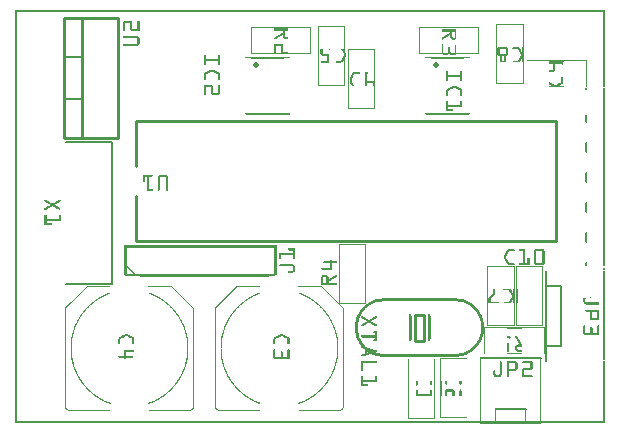
<source format=gto>
G04 MADE WITH FRITZING*
G04 WWW.FRITZING.ORG*
G04 DOUBLE SIDED*
G04 HOLES PLATED*
G04 CONTOUR ON CENTER OF CONTOUR VECTOR*
%ASAXBY*%
%FSLAX23Y23*%
%MOIN*%
%OFA0B0*%
%SFA1.0B1.0*%
%ADD10C,0.019307X0.00330709*%
%ADD11R,0.038714X0.096457X0.019029X0.076772*%
%ADD12C,0.009843*%
%ADD13C,0.010000*%
%ADD14C,0.005000*%
%ADD15C,0.008000*%
%ADD16R,0.001000X0.001000*%
%LNSILK1*%
G90*
G70*
G54D10*
X804Y1196D03*
X1404Y1196D03*
G54D12*
X1335Y362D02*
X1364Y362D01*
X1364Y275D01*
X1335Y275D01*
X1335Y362D01*
D02*
G54D13*
X405Y609D02*
X1805Y609D01*
D02*
X1805Y609D02*
X1805Y1009D01*
D02*
X1805Y1009D02*
X405Y1009D01*
D02*
X405Y609D02*
X405Y759D01*
D02*
X405Y859D02*
X405Y1009D01*
D02*
X162Y952D02*
X162Y1352D01*
D02*
X162Y1352D02*
X342Y1352D01*
D02*
X342Y1352D02*
X342Y952D01*
D02*
X342Y952D02*
X162Y952D01*
D02*
X162Y952D02*
X162Y1352D01*
D02*
X162Y1352D02*
X222Y1352D01*
D02*
X222Y1352D02*
X222Y952D01*
D02*
X222Y952D02*
X162Y952D01*
G54D14*
D02*
X162Y1082D02*
X222Y1082D01*
D02*
X162Y1222D02*
X222Y1222D01*
G54D13*
D02*
X868Y593D02*
X368Y593D01*
G54D14*
D02*
X1770Y209D02*
X1770Y259D01*
D02*
X1770Y259D02*
X1770Y459D01*
D02*
X1770Y459D02*
X1770Y509D01*
D02*
X1770Y459D02*
X1820Y459D01*
D02*
X1820Y459D02*
X1820Y259D01*
D02*
X1820Y259D02*
X1770Y259D01*
D02*
X1753Y219D02*
X1553Y219D01*
D02*
X1603Y49D02*
X1703Y49D01*
G54D15*
D02*
X170Y464D02*
X323Y464D01*
D02*
X323Y464D02*
X323Y937D01*
D02*
X323Y937D02*
X170Y937D01*
G54D16*
X0Y1378D02*
X1967Y1378D01*
X0Y1377D02*
X1967Y1377D01*
X0Y1376D02*
X1967Y1376D01*
X0Y1375D02*
X1967Y1375D01*
X0Y1374D02*
X1967Y1374D01*
X0Y1373D02*
X1967Y1373D01*
X0Y1372D02*
X1967Y1372D01*
X0Y1371D02*
X1967Y1371D01*
X0Y1370D02*
X7Y1370D01*
X1960Y1370D02*
X1967Y1370D01*
X0Y1369D02*
X7Y1369D01*
X1960Y1369D02*
X1967Y1369D01*
X0Y1368D02*
X7Y1368D01*
X1960Y1368D02*
X1967Y1368D01*
X0Y1367D02*
X7Y1367D01*
X1960Y1367D02*
X1967Y1367D01*
X0Y1366D02*
X7Y1366D01*
X1960Y1366D02*
X1967Y1366D01*
X0Y1365D02*
X7Y1365D01*
X1960Y1365D02*
X1967Y1365D01*
X0Y1364D02*
X7Y1364D01*
X1960Y1364D02*
X1967Y1364D01*
X0Y1363D02*
X7Y1363D01*
X1960Y1363D02*
X1967Y1363D01*
X0Y1362D02*
X7Y1362D01*
X1960Y1362D02*
X1967Y1362D01*
X0Y1361D02*
X7Y1361D01*
X1960Y1361D02*
X1967Y1361D01*
X0Y1360D02*
X7Y1360D01*
X1960Y1360D02*
X1967Y1360D01*
X0Y1359D02*
X7Y1359D01*
X1960Y1359D02*
X1967Y1359D01*
X0Y1358D02*
X7Y1358D01*
X1960Y1358D02*
X1967Y1358D01*
X0Y1357D02*
X7Y1357D01*
X1960Y1357D02*
X1967Y1357D01*
X0Y1356D02*
X7Y1356D01*
X1960Y1356D02*
X1967Y1356D01*
X0Y1355D02*
X7Y1355D01*
X1960Y1355D02*
X1967Y1355D01*
X0Y1354D02*
X7Y1354D01*
X1960Y1354D02*
X1967Y1354D01*
X0Y1353D02*
X7Y1353D01*
X1960Y1353D02*
X1967Y1353D01*
X0Y1352D02*
X7Y1352D01*
X1960Y1352D02*
X1967Y1352D01*
X0Y1351D02*
X7Y1351D01*
X1960Y1351D02*
X1967Y1351D01*
X0Y1350D02*
X7Y1350D01*
X1960Y1350D02*
X1967Y1350D01*
X0Y1349D02*
X7Y1349D01*
X1960Y1349D02*
X1967Y1349D01*
X0Y1348D02*
X7Y1348D01*
X1960Y1348D02*
X1967Y1348D01*
X0Y1347D02*
X7Y1347D01*
X1960Y1347D02*
X1967Y1347D01*
X0Y1346D02*
X7Y1346D01*
X1960Y1346D02*
X1967Y1346D01*
X0Y1345D02*
X7Y1345D01*
X1960Y1345D02*
X1967Y1345D01*
X0Y1344D02*
X7Y1344D01*
X1960Y1344D02*
X1967Y1344D01*
X0Y1343D02*
X7Y1343D01*
X1960Y1343D02*
X1967Y1343D01*
X0Y1342D02*
X7Y1342D01*
X367Y1342D02*
X386Y1342D01*
X411Y1342D02*
X412Y1342D01*
X1960Y1342D02*
X1967Y1342D01*
X0Y1341D02*
X7Y1341D01*
X365Y1341D02*
X388Y1341D01*
X410Y1341D02*
X414Y1341D01*
X1960Y1341D02*
X1967Y1341D01*
X0Y1340D02*
X7Y1340D01*
X364Y1340D02*
X389Y1340D01*
X409Y1340D02*
X415Y1340D01*
X1960Y1340D02*
X1967Y1340D01*
X0Y1339D02*
X7Y1339D01*
X363Y1339D02*
X390Y1339D01*
X409Y1339D02*
X415Y1339D01*
X1960Y1339D02*
X1967Y1339D01*
X0Y1338D02*
X7Y1338D01*
X362Y1338D02*
X391Y1338D01*
X409Y1338D02*
X415Y1338D01*
X1960Y1338D02*
X1967Y1338D01*
X0Y1337D02*
X7Y1337D01*
X362Y1337D02*
X391Y1337D01*
X409Y1337D02*
X415Y1337D01*
X1960Y1337D02*
X1967Y1337D01*
X0Y1336D02*
X7Y1336D01*
X362Y1336D02*
X391Y1336D01*
X409Y1336D02*
X415Y1336D01*
X1960Y1336D02*
X1967Y1336D01*
X0Y1335D02*
X7Y1335D01*
X362Y1335D02*
X368Y1335D01*
X385Y1335D02*
X391Y1335D01*
X409Y1335D02*
X415Y1335D01*
X1960Y1335D02*
X1967Y1335D01*
X0Y1334D02*
X7Y1334D01*
X362Y1334D02*
X368Y1334D01*
X385Y1334D02*
X391Y1334D01*
X409Y1334D02*
X415Y1334D01*
X1960Y1334D02*
X1967Y1334D01*
X0Y1333D02*
X7Y1333D01*
X362Y1333D02*
X368Y1333D01*
X385Y1333D02*
X391Y1333D01*
X409Y1333D02*
X415Y1333D01*
X1960Y1333D02*
X1967Y1333D01*
X0Y1332D02*
X7Y1332D01*
X362Y1332D02*
X368Y1332D01*
X385Y1332D02*
X391Y1332D01*
X409Y1332D02*
X415Y1332D01*
X1960Y1332D02*
X1967Y1332D01*
X0Y1331D02*
X7Y1331D01*
X362Y1331D02*
X368Y1331D01*
X385Y1331D02*
X391Y1331D01*
X409Y1331D02*
X415Y1331D01*
X1605Y1331D02*
X1695Y1331D01*
X1960Y1331D02*
X1967Y1331D01*
X0Y1330D02*
X7Y1330D01*
X362Y1330D02*
X368Y1330D01*
X385Y1330D02*
X391Y1330D01*
X409Y1330D02*
X415Y1330D01*
X1605Y1330D02*
X1695Y1330D01*
X1960Y1330D02*
X1967Y1330D01*
X0Y1329D02*
X7Y1329D01*
X362Y1329D02*
X368Y1329D01*
X385Y1329D02*
X391Y1329D01*
X409Y1329D02*
X415Y1329D01*
X1605Y1329D02*
X1695Y1329D01*
X1960Y1329D02*
X1967Y1329D01*
X0Y1328D02*
X7Y1328D01*
X362Y1328D02*
X368Y1328D01*
X385Y1328D02*
X391Y1328D01*
X409Y1328D02*
X415Y1328D01*
X1605Y1328D02*
X1607Y1328D01*
X1693Y1328D02*
X1695Y1328D01*
X1960Y1328D02*
X1967Y1328D01*
X0Y1327D02*
X7Y1327D01*
X362Y1327D02*
X368Y1327D01*
X385Y1327D02*
X391Y1327D01*
X409Y1327D02*
X415Y1327D01*
X1605Y1327D02*
X1607Y1327D01*
X1693Y1327D02*
X1695Y1327D01*
X1960Y1327D02*
X1967Y1327D01*
X0Y1326D02*
X7Y1326D01*
X362Y1326D02*
X368Y1326D01*
X385Y1326D02*
X391Y1326D01*
X409Y1326D02*
X415Y1326D01*
X1605Y1326D02*
X1607Y1326D01*
X1693Y1326D02*
X1695Y1326D01*
X1960Y1326D02*
X1967Y1326D01*
X0Y1325D02*
X7Y1325D01*
X362Y1325D02*
X368Y1325D01*
X385Y1325D02*
X391Y1325D01*
X409Y1325D02*
X415Y1325D01*
X1010Y1325D02*
X1099Y1325D01*
X1605Y1325D02*
X1607Y1325D01*
X1693Y1325D02*
X1695Y1325D01*
X1960Y1325D02*
X1967Y1325D01*
X0Y1324D02*
X7Y1324D01*
X362Y1324D02*
X368Y1324D01*
X385Y1324D02*
X391Y1324D01*
X409Y1324D02*
X415Y1324D01*
X1010Y1324D02*
X1100Y1324D01*
X1605Y1324D02*
X1607Y1324D01*
X1693Y1324D02*
X1695Y1324D01*
X1960Y1324D02*
X1967Y1324D01*
X0Y1323D02*
X7Y1323D01*
X362Y1323D02*
X368Y1323D01*
X385Y1323D02*
X391Y1323D01*
X409Y1323D02*
X415Y1323D01*
X1010Y1323D02*
X1100Y1323D01*
X1605Y1323D02*
X1607Y1323D01*
X1693Y1323D02*
X1695Y1323D01*
X1960Y1323D02*
X1967Y1323D01*
X0Y1322D02*
X7Y1322D01*
X362Y1322D02*
X368Y1322D01*
X385Y1322D02*
X391Y1322D01*
X409Y1322D02*
X415Y1322D01*
X1010Y1322D02*
X1012Y1322D01*
X1098Y1322D02*
X1100Y1322D01*
X1605Y1322D02*
X1607Y1322D01*
X1693Y1322D02*
X1695Y1322D01*
X1960Y1322D02*
X1967Y1322D01*
X0Y1321D02*
X7Y1321D01*
X362Y1321D02*
X368Y1321D01*
X385Y1321D02*
X391Y1321D01*
X409Y1321D02*
X415Y1321D01*
X1010Y1321D02*
X1012Y1321D01*
X1098Y1321D02*
X1100Y1321D01*
X1347Y1321D02*
X1547Y1321D01*
X1605Y1321D02*
X1607Y1321D01*
X1693Y1321D02*
X1695Y1321D01*
X1960Y1321D02*
X1967Y1321D01*
X0Y1320D02*
X7Y1320D01*
X362Y1320D02*
X368Y1320D01*
X385Y1320D02*
X391Y1320D01*
X409Y1320D02*
X415Y1320D01*
X787Y1320D02*
X987Y1320D01*
X1010Y1320D02*
X1012Y1320D01*
X1098Y1320D02*
X1100Y1320D01*
X1347Y1320D02*
X1547Y1320D01*
X1605Y1320D02*
X1607Y1320D01*
X1693Y1320D02*
X1695Y1320D01*
X1960Y1320D02*
X1967Y1320D01*
X0Y1319D02*
X7Y1319D01*
X362Y1319D02*
X368Y1319D01*
X385Y1319D02*
X391Y1319D01*
X409Y1319D02*
X415Y1319D01*
X787Y1319D02*
X987Y1319D01*
X1010Y1319D02*
X1012Y1319D01*
X1098Y1319D02*
X1100Y1319D01*
X1347Y1319D02*
X1349Y1319D01*
X1423Y1319D02*
X1471Y1319D01*
X1545Y1319D02*
X1547Y1319D01*
X1605Y1319D02*
X1607Y1319D01*
X1693Y1319D02*
X1695Y1319D01*
X1960Y1319D02*
X1967Y1319D01*
X0Y1318D02*
X7Y1318D01*
X362Y1318D02*
X368Y1318D01*
X385Y1318D02*
X391Y1318D01*
X409Y1318D02*
X415Y1318D01*
X787Y1318D02*
X987Y1318D01*
X1010Y1318D02*
X1012Y1318D01*
X1098Y1318D02*
X1100Y1318D01*
X1347Y1318D02*
X1349Y1318D01*
X1423Y1318D02*
X1471Y1318D01*
X1545Y1318D02*
X1547Y1318D01*
X1605Y1318D02*
X1607Y1318D01*
X1693Y1318D02*
X1695Y1318D01*
X1960Y1318D02*
X1967Y1318D01*
X0Y1317D02*
X7Y1317D01*
X362Y1317D02*
X368Y1317D01*
X385Y1317D02*
X391Y1317D01*
X409Y1317D02*
X415Y1317D01*
X787Y1317D02*
X789Y1317D01*
X863Y1317D02*
X911Y1317D01*
X985Y1317D02*
X987Y1317D01*
X1010Y1317D02*
X1012Y1317D01*
X1098Y1317D02*
X1100Y1317D01*
X1347Y1317D02*
X1349Y1317D01*
X1545Y1317D02*
X1547Y1317D01*
X1605Y1317D02*
X1607Y1317D01*
X1693Y1317D02*
X1695Y1317D01*
X1960Y1317D02*
X1967Y1317D01*
X0Y1316D02*
X7Y1316D01*
X362Y1316D02*
X368Y1316D01*
X385Y1316D02*
X391Y1316D01*
X409Y1316D02*
X415Y1316D01*
X787Y1316D02*
X789Y1316D01*
X985Y1316D02*
X987Y1316D01*
X1010Y1316D02*
X1012Y1316D01*
X1098Y1316D02*
X1100Y1316D01*
X1347Y1316D02*
X1349Y1316D01*
X1545Y1316D02*
X1547Y1316D01*
X1605Y1316D02*
X1607Y1316D01*
X1693Y1316D02*
X1695Y1316D01*
X1960Y1316D02*
X1967Y1316D01*
X0Y1315D02*
X7Y1315D01*
X362Y1315D02*
X368Y1315D01*
X385Y1315D02*
X391Y1315D01*
X409Y1315D02*
X415Y1315D01*
X787Y1315D02*
X789Y1315D01*
X866Y1315D02*
X911Y1315D01*
X985Y1315D02*
X987Y1315D01*
X1010Y1315D02*
X1012Y1315D01*
X1098Y1315D02*
X1100Y1315D01*
X1347Y1315D02*
X1349Y1315D01*
X1545Y1315D02*
X1547Y1315D01*
X1605Y1315D02*
X1607Y1315D01*
X1693Y1315D02*
X1695Y1315D01*
X1960Y1315D02*
X1967Y1315D01*
X0Y1314D02*
X7Y1314D01*
X362Y1314D02*
X368Y1314D01*
X385Y1314D02*
X415Y1314D01*
X787Y1314D02*
X789Y1314D01*
X865Y1314D02*
X911Y1314D01*
X985Y1314D02*
X987Y1314D01*
X1010Y1314D02*
X1012Y1314D01*
X1098Y1314D02*
X1100Y1314D01*
X1347Y1314D02*
X1349Y1314D01*
X1545Y1314D02*
X1547Y1314D01*
X1605Y1314D02*
X1607Y1314D01*
X1693Y1314D02*
X1695Y1314D01*
X1960Y1314D02*
X1967Y1314D01*
X0Y1313D02*
X7Y1313D01*
X362Y1313D02*
X368Y1313D01*
X385Y1313D02*
X415Y1313D01*
X787Y1313D02*
X789Y1313D01*
X865Y1313D02*
X911Y1313D01*
X985Y1313D02*
X987Y1313D01*
X1010Y1313D02*
X1012Y1313D01*
X1098Y1313D02*
X1100Y1313D01*
X1347Y1313D02*
X1349Y1313D01*
X1423Y1313D02*
X1471Y1313D01*
X1545Y1313D02*
X1547Y1313D01*
X1605Y1313D02*
X1607Y1313D01*
X1693Y1313D02*
X1695Y1313D01*
X1960Y1313D02*
X1967Y1313D01*
X0Y1312D02*
X7Y1312D01*
X362Y1312D02*
X368Y1312D01*
X386Y1312D02*
X415Y1312D01*
X787Y1312D02*
X789Y1312D01*
X865Y1312D02*
X911Y1312D01*
X985Y1312D02*
X987Y1312D01*
X1010Y1312D02*
X1012Y1312D01*
X1098Y1312D02*
X1100Y1312D01*
X1347Y1312D02*
X1349Y1312D01*
X1423Y1312D02*
X1471Y1312D01*
X1545Y1312D02*
X1547Y1312D01*
X1605Y1312D02*
X1607Y1312D01*
X1693Y1312D02*
X1695Y1312D01*
X1960Y1312D02*
X1967Y1312D01*
X0Y1311D02*
X7Y1311D01*
X362Y1311D02*
X368Y1311D01*
X386Y1311D02*
X415Y1311D01*
X787Y1311D02*
X789Y1311D01*
X865Y1311D02*
X911Y1311D01*
X985Y1311D02*
X987Y1311D01*
X1010Y1311D02*
X1012Y1311D01*
X1098Y1311D02*
X1100Y1311D01*
X1347Y1311D02*
X1349Y1311D01*
X1423Y1311D02*
X1471Y1311D01*
X1545Y1311D02*
X1547Y1311D01*
X1605Y1311D02*
X1607Y1311D01*
X1693Y1311D02*
X1695Y1311D01*
X1960Y1311D02*
X1967Y1311D01*
X0Y1310D02*
X7Y1310D01*
X362Y1310D02*
X368Y1310D01*
X387Y1310D02*
X415Y1310D01*
X787Y1310D02*
X789Y1310D01*
X865Y1310D02*
X911Y1310D01*
X985Y1310D02*
X987Y1310D01*
X1010Y1310D02*
X1012Y1310D01*
X1098Y1310D02*
X1100Y1310D01*
X1347Y1310D02*
X1349Y1310D01*
X1423Y1310D02*
X1471Y1310D01*
X1545Y1310D02*
X1547Y1310D01*
X1605Y1310D02*
X1607Y1310D01*
X1693Y1310D02*
X1695Y1310D01*
X1960Y1310D02*
X1967Y1310D01*
X0Y1309D02*
X7Y1309D01*
X362Y1309D02*
X367Y1309D01*
X388Y1309D02*
X415Y1309D01*
X787Y1309D02*
X789Y1309D01*
X866Y1309D02*
X911Y1309D01*
X985Y1309D02*
X987Y1309D01*
X1010Y1309D02*
X1012Y1309D01*
X1098Y1309D02*
X1100Y1309D01*
X1347Y1309D02*
X1349Y1309D01*
X1423Y1309D02*
X1471Y1309D01*
X1545Y1309D02*
X1547Y1309D01*
X1605Y1309D02*
X1607Y1309D01*
X1693Y1309D02*
X1695Y1309D01*
X1960Y1309D02*
X1967Y1309D01*
X0Y1308D02*
X7Y1308D01*
X364Y1308D02*
X366Y1308D01*
X390Y1308D02*
X415Y1308D01*
X787Y1308D02*
X789Y1308D01*
X894Y1308D02*
X900Y1308D01*
X985Y1308D02*
X987Y1308D01*
X1010Y1308D02*
X1012Y1308D01*
X1098Y1308D02*
X1100Y1308D01*
X1347Y1308D02*
X1349Y1308D01*
X1423Y1308D02*
X1471Y1308D01*
X1545Y1308D02*
X1547Y1308D01*
X1605Y1308D02*
X1607Y1308D01*
X1693Y1308D02*
X1695Y1308D01*
X1960Y1308D02*
X1967Y1308D01*
X0Y1307D02*
X7Y1307D01*
X787Y1307D02*
X789Y1307D01*
X894Y1307D02*
X900Y1307D01*
X985Y1307D02*
X987Y1307D01*
X1010Y1307D02*
X1012Y1307D01*
X1098Y1307D02*
X1100Y1307D01*
X1347Y1307D02*
X1349Y1307D01*
X1424Y1307D02*
X1471Y1307D01*
X1545Y1307D02*
X1547Y1307D01*
X1605Y1307D02*
X1607Y1307D01*
X1693Y1307D02*
X1695Y1307D01*
X1960Y1307D02*
X1967Y1307D01*
X0Y1306D02*
X7Y1306D01*
X787Y1306D02*
X789Y1306D01*
X894Y1306D02*
X900Y1306D01*
X985Y1306D02*
X987Y1306D01*
X1010Y1306D02*
X1012Y1306D01*
X1098Y1306D02*
X1100Y1306D01*
X1347Y1306D02*
X1349Y1306D01*
X1451Y1306D02*
X1457Y1306D01*
X1469Y1306D02*
X1471Y1306D01*
X1545Y1306D02*
X1547Y1306D01*
X1605Y1306D02*
X1607Y1306D01*
X1693Y1306D02*
X1695Y1306D01*
X1960Y1306D02*
X1967Y1306D01*
X0Y1305D02*
X7Y1305D01*
X787Y1305D02*
X789Y1305D01*
X894Y1305D02*
X900Y1305D01*
X985Y1305D02*
X987Y1305D01*
X1010Y1305D02*
X1012Y1305D01*
X1098Y1305D02*
X1100Y1305D01*
X1347Y1305D02*
X1349Y1305D01*
X1451Y1305D02*
X1457Y1305D01*
X1469Y1305D02*
X1471Y1305D01*
X1545Y1305D02*
X1547Y1305D01*
X1605Y1305D02*
X1607Y1305D01*
X1693Y1305D02*
X1695Y1305D01*
X1960Y1305D02*
X1967Y1305D01*
X0Y1304D02*
X7Y1304D01*
X787Y1304D02*
X789Y1304D01*
X894Y1304D02*
X900Y1304D01*
X985Y1304D02*
X987Y1304D01*
X1010Y1304D02*
X1012Y1304D01*
X1098Y1304D02*
X1100Y1304D01*
X1347Y1304D02*
X1349Y1304D01*
X1451Y1304D02*
X1457Y1304D01*
X1469Y1304D02*
X1471Y1304D01*
X1545Y1304D02*
X1547Y1304D01*
X1605Y1304D02*
X1607Y1304D01*
X1693Y1304D02*
X1695Y1304D01*
X1960Y1304D02*
X1967Y1304D01*
X0Y1303D02*
X7Y1303D01*
X787Y1303D02*
X789Y1303D01*
X893Y1303D02*
X900Y1303D01*
X985Y1303D02*
X987Y1303D01*
X1010Y1303D02*
X1012Y1303D01*
X1098Y1303D02*
X1100Y1303D01*
X1347Y1303D02*
X1349Y1303D01*
X1451Y1303D02*
X1457Y1303D01*
X1469Y1303D02*
X1471Y1303D01*
X1545Y1303D02*
X1547Y1303D01*
X1605Y1303D02*
X1607Y1303D01*
X1693Y1303D02*
X1695Y1303D01*
X1960Y1303D02*
X1967Y1303D01*
X0Y1302D02*
X7Y1302D01*
X787Y1302D02*
X789Y1302D01*
X891Y1302D02*
X900Y1302D01*
X985Y1302D02*
X987Y1302D01*
X1010Y1302D02*
X1012Y1302D01*
X1098Y1302D02*
X1100Y1302D01*
X1347Y1302D02*
X1349Y1302D01*
X1451Y1302D02*
X1457Y1302D01*
X1469Y1302D02*
X1471Y1302D01*
X1545Y1302D02*
X1547Y1302D01*
X1605Y1302D02*
X1607Y1302D01*
X1693Y1302D02*
X1695Y1302D01*
X1960Y1302D02*
X1967Y1302D01*
X0Y1301D02*
X7Y1301D01*
X787Y1301D02*
X789Y1301D01*
X889Y1301D02*
X900Y1301D01*
X985Y1301D02*
X987Y1301D01*
X1010Y1301D02*
X1012Y1301D01*
X1098Y1301D02*
X1100Y1301D01*
X1347Y1301D02*
X1349Y1301D01*
X1449Y1301D02*
X1457Y1301D01*
X1469Y1301D02*
X1471Y1301D01*
X1545Y1301D02*
X1547Y1301D01*
X1605Y1301D02*
X1607Y1301D01*
X1693Y1301D02*
X1695Y1301D01*
X1960Y1301D02*
X1967Y1301D01*
X0Y1300D02*
X7Y1300D01*
X787Y1300D02*
X789Y1300D01*
X888Y1300D02*
X900Y1300D01*
X985Y1300D02*
X987Y1300D01*
X1010Y1300D02*
X1012Y1300D01*
X1098Y1300D02*
X1100Y1300D01*
X1347Y1300D02*
X1349Y1300D01*
X1447Y1300D02*
X1457Y1300D01*
X1469Y1300D02*
X1471Y1300D01*
X1545Y1300D02*
X1547Y1300D01*
X1605Y1300D02*
X1607Y1300D01*
X1693Y1300D02*
X1695Y1300D01*
X1960Y1300D02*
X1967Y1300D01*
X0Y1299D02*
X7Y1299D01*
X787Y1299D02*
X789Y1299D01*
X886Y1299D02*
X900Y1299D01*
X985Y1299D02*
X987Y1299D01*
X1010Y1299D02*
X1012Y1299D01*
X1098Y1299D02*
X1100Y1299D01*
X1347Y1299D02*
X1349Y1299D01*
X1446Y1299D02*
X1457Y1299D01*
X1469Y1299D02*
X1471Y1299D01*
X1545Y1299D02*
X1547Y1299D01*
X1605Y1299D02*
X1607Y1299D01*
X1693Y1299D02*
X1695Y1299D01*
X1960Y1299D02*
X1967Y1299D01*
X0Y1298D02*
X7Y1298D01*
X787Y1298D02*
X789Y1298D01*
X884Y1298D02*
X900Y1298D01*
X985Y1298D02*
X987Y1298D01*
X1010Y1298D02*
X1012Y1298D01*
X1098Y1298D02*
X1100Y1298D01*
X1347Y1298D02*
X1349Y1298D01*
X1444Y1298D02*
X1457Y1298D01*
X1469Y1298D02*
X1471Y1298D01*
X1545Y1298D02*
X1547Y1298D01*
X1605Y1298D02*
X1607Y1298D01*
X1693Y1298D02*
X1695Y1298D01*
X1960Y1298D02*
X1967Y1298D01*
X0Y1297D02*
X7Y1297D01*
X787Y1297D02*
X789Y1297D01*
X883Y1297D02*
X900Y1297D01*
X985Y1297D02*
X987Y1297D01*
X1010Y1297D02*
X1012Y1297D01*
X1098Y1297D02*
X1100Y1297D01*
X1347Y1297D02*
X1349Y1297D01*
X1442Y1297D02*
X1457Y1297D01*
X1469Y1297D02*
X1471Y1297D01*
X1545Y1297D02*
X1547Y1297D01*
X1605Y1297D02*
X1607Y1297D01*
X1693Y1297D02*
X1695Y1297D01*
X1960Y1297D02*
X1967Y1297D01*
X0Y1296D02*
X7Y1296D01*
X787Y1296D02*
X789Y1296D01*
X881Y1296D02*
X900Y1296D01*
X985Y1296D02*
X987Y1296D01*
X1010Y1296D02*
X1012Y1296D01*
X1098Y1296D02*
X1100Y1296D01*
X1347Y1296D02*
X1349Y1296D01*
X1441Y1296D02*
X1457Y1296D01*
X1469Y1296D02*
X1471Y1296D01*
X1545Y1296D02*
X1547Y1296D01*
X1605Y1296D02*
X1607Y1296D01*
X1693Y1296D02*
X1695Y1296D01*
X1960Y1296D02*
X1967Y1296D01*
X0Y1295D02*
X7Y1295D01*
X787Y1295D02*
X789Y1295D01*
X879Y1295D02*
X892Y1295D01*
X894Y1295D02*
X900Y1295D01*
X985Y1295D02*
X987Y1295D01*
X1010Y1295D02*
X1012Y1295D01*
X1098Y1295D02*
X1100Y1295D01*
X1347Y1295D02*
X1349Y1295D01*
X1439Y1295D02*
X1457Y1295D01*
X1469Y1295D02*
X1471Y1295D01*
X1545Y1295D02*
X1547Y1295D01*
X1605Y1295D02*
X1607Y1295D01*
X1693Y1295D02*
X1695Y1295D01*
X1960Y1295D02*
X1967Y1295D01*
X0Y1294D02*
X7Y1294D01*
X787Y1294D02*
X789Y1294D01*
X877Y1294D02*
X890Y1294D01*
X894Y1294D02*
X900Y1294D01*
X985Y1294D02*
X987Y1294D01*
X1010Y1294D02*
X1012Y1294D01*
X1098Y1294D02*
X1100Y1294D01*
X1347Y1294D02*
X1349Y1294D01*
X1437Y1294D02*
X1457Y1294D01*
X1469Y1294D02*
X1471Y1294D01*
X1545Y1294D02*
X1547Y1294D01*
X1605Y1294D02*
X1607Y1294D01*
X1693Y1294D02*
X1695Y1294D01*
X1960Y1294D02*
X1967Y1294D01*
X0Y1293D02*
X7Y1293D01*
X787Y1293D02*
X789Y1293D01*
X876Y1293D02*
X889Y1293D01*
X894Y1293D02*
X900Y1293D01*
X985Y1293D02*
X987Y1293D01*
X1010Y1293D02*
X1012Y1293D01*
X1098Y1293D02*
X1100Y1293D01*
X1347Y1293D02*
X1349Y1293D01*
X1435Y1293D02*
X1448Y1293D01*
X1451Y1293D02*
X1457Y1293D01*
X1469Y1293D02*
X1471Y1293D01*
X1545Y1293D02*
X1547Y1293D01*
X1605Y1293D02*
X1607Y1293D01*
X1693Y1293D02*
X1695Y1293D01*
X1960Y1293D02*
X1967Y1293D01*
X0Y1292D02*
X7Y1292D01*
X364Y1292D02*
X406Y1292D01*
X787Y1292D02*
X789Y1292D01*
X874Y1292D02*
X887Y1292D01*
X894Y1292D02*
X900Y1292D01*
X985Y1292D02*
X987Y1292D01*
X1010Y1292D02*
X1012Y1292D01*
X1098Y1292D02*
X1100Y1292D01*
X1347Y1292D02*
X1349Y1292D01*
X1434Y1292D02*
X1447Y1292D01*
X1451Y1292D02*
X1457Y1292D01*
X1469Y1292D02*
X1471Y1292D01*
X1545Y1292D02*
X1547Y1292D01*
X1605Y1292D02*
X1607Y1292D01*
X1693Y1292D02*
X1695Y1292D01*
X1960Y1292D02*
X1967Y1292D01*
X0Y1291D02*
X7Y1291D01*
X363Y1291D02*
X409Y1291D01*
X787Y1291D02*
X789Y1291D01*
X872Y1291D02*
X885Y1291D01*
X894Y1291D02*
X900Y1291D01*
X985Y1291D02*
X987Y1291D01*
X1010Y1291D02*
X1012Y1291D01*
X1098Y1291D02*
X1100Y1291D01*
X1347Y1291D02*
X1349Y1291D01*
X1432Y1291D02*
X1445Y1291D01*
X1451Y1291D02*
X1457Y1291D01*
X1469Y1291D02*
X1471Y1291D01*
X1545Y1291D02*
X1547Y1291D01*
X1605Y1291D02*
X1607Y1291D01*
X1693Y1291D02*
X1695Y1291D01*
X1960Y1291D02*
X1967Y1291D01*
X0Y1290D02*
X7Y1290D01*
X362Y1290D02*
X411Y1290D01*
X787Y1290D02*
X789Y1290D01*
X871Y1290D02*
X884Y1290D01*
X894Y1290D02*
X900Y1290D01*
X911Y1290D02*
X911Y1290D01*
X985Y1290D02*
X987Y1290D01*
X1010Y1290D02*
X1012Y1290D01*
X1098Y1290D02*
X1100Y1290D01*
X1347Y1290D02*
X1349Y1290D01*
X1430Y1290D02*
X1443Y1290D01*
X1451Y1290D02*
X1457Y1290D01*
X1469Y1290D02*
X1471Y1290D01*
X1545Y1290D02*
X1547Y1290D01*
X1605Y1290D02*
X1607Y1290D01*
X1693Y1290D02*
X1695Y1290D01*
X1960Y1290D02*
X1967Y1290D01*
X0Y1289D02*
X7Y1289D01*
X362Y1289D02*
X412Y1289D01*
X787Y1289D02*
X789Y1289D01*
X869Y1289D02*
X882Y1289D01*
X894Y1289D02*
X901Y1289D01*
X911Y1289D02*
X911Y1289D01*
X985Y1289D02*
X987Y1289D01*
X1010Y1289D02*
X1012Y1289D01*
X1098Y1289D02*
X1100Y1289D01*
X1347Y1289D02*
X1349Y1289D01*
X1429Y1289D02*
X1442Y1289D01*
X1451Y1289D02*
X1457Y1289D01*
X1469Y1289D02*
X1471Y1289D01*
X1545Y1289D02*
X1547Y1289D01*
X1605Y1289D02*
X1607Y1289D01*
X1693Y1289D02*
X1695Y1289D01*
X1960Y1289D02*
X1967Y1289D01*
X0Y1288D02*
X7Y1288D01*
X362Y1288D02*
X413Y1288D01*
X787Y1288D02*
X789Y1288D01*
X867Y1288D02*
X880Y1288D01*
X895Y1288D02*
X903Y1288D01*
X909Y1288D02*
X911Y1288D01*
X985Y1288D02*
X987Y1288D01*
X1010Y1288D02*
X1012Y1288D01*
X1098Y1288D02*
X1100Y1288D01*
X1347Y1288D02*
X1349Y1288D01*
X1427Y1288D02*
X1440Y1288D01*
X1451Y1288D02*
X1458Y1288D01*
X1468Y1288D02*
X1471Y1288D01*
X1545Y1288D02*
X1547Y1288D01*
X1605Y1288D02*
X1607Y1288D01*
X1693Y1288D02*
X1695Y1288D01*
X1960Y1288D02*
X1967Y1288D01*
X0Y1287D02*
X7Y1287D01*
X362Y1287D02*
X413Y1287D01*
X787Y1287D02*
X789Y1287D01*
X866Y1287D02*
X878Y1287D01*
X895Y1287D02*
X911Y1287D01*
X985Y1287D02*
X987Y1287D01*
X1010Y1287D02*
X1012Y1287D01*
X1098Y1287D02*
X1100Y1287D01*
X1347Y1287D02*
X1349Y1287D01*
X1425Y1287D02*
X1438Y1287D01*
X1451Y1287D02*
X1459Y1287D01*
X1467Y1287D02*
X1471Y1287D01*
X1545Y1287D02*
X1547Y1287D01*
X1605Y1287D02*
X1607Y1287D01*
X1693Y1287D02*
X1695Y1287D01*
X1960Y1287D02*
X1967Y1287D01*
X0Y1286D02*
X7Y1286D01*
X363Y1286D02*
X414Y1286D01*
X787Y1286D02*
X789Y1286D01*
X865Y1286D02*
X877Y1286D01*
X896Y1286D02*
X911Y1286D01*
X985Y1286D02*
X987Y1286D01*
X1010Y1286D02*
X1012Y1286D01*
X1098Y1286D02*
X1100Y1286D01*
X1347Y1286D02*
X1349Y1286D01*
X1423Y1286D02*
X1436Y1286D01*
X1452Y1286D02*
X1471Y1286D01*
X1545Y1286D02*
X1547Y1286D01*
X1605Y1286D02*
X1607Y1286D01*
X1693Y1286D02*
X1695Y1286D01*
X1960Y1286D02*
X1967Y1286D01*
X0Y1285D02*
X7Y1285D01*
X406Y1285D02*
X414Y1285D01*
X787Y1285D02*
X789Y1285D01*
X865Y1285D02*
X875Y1285D01*
X896Y1285D02*
X911Y1285D01*
X985Y1285D02*
X987Y1285D01*
X1010Y1285D02*
X1012Y1285D01*
X1098Y1285D02*
X1100Y1285D01*
X1347Y1285D02*
X1349Y1285D01*
X1423Y1285D02*
X1435Y1285D01*
X1452Y1285D02*
X1471Y1285D01*
X1545Y1285D02*
X1547Y1285D01*
X1605Y1285D02*
X1607Y1285D01*
X1693Y1285D02*
X1695Y1285D01*
X1960Y1285D02*
X1967Y1285D01*
X0Y1284D02*
X7Y1284D01*
X408Y1284D02*
X415Y1284D01*
X787Y1284D02*
X789Y1284D01*
X865Y1284D02*
X873Y1284D01*
X897Y1284D02*
X911Y1284D01*
X985Y1284D02*
X987Y1284D01*
X1010Y1284D02*
X1012Y1284D01*
X1098Y1284D02*
X1100Y1284D01*
X1347Y1284D02*
X1349Y1284D01*
X1423Y1284D02*
X1433Y1284D01*
X1453Y1284D02*
X1471Y1284D01*
X1545Y1284D02*
X1547Y1284D01*
X1605Y1284D02*
X1607Y1284D01*
X1693Y1284D02*
X1695Y1284D01*
X1960Y1284D02*
X1967Y1284D01*
X0Y1283D02*
X7Y1283D01*
X409Y1283D02*
X415Y1283D01*
X787Y1283D02*
X789Y1283D01*
X865Y1283D02*
X872Y1283D01*
X898Y1283D02*
X911Y1283D01*
X985Y1283D02*
X987Y1283D01*
X1010Y1283D02*
X1012Y1283D01*
X1098Y1283D02*
X1100Y1283D01*
X1347Y1283D02*
X1349Y1283D01*
X1423Y1283D02*
X1431Y1283D01*
X1454Y1283D02*
X1471Y1283D01*
X1545Y1283D02*
X1547Y1283D01*
X1605Y1283D02*
X1607Y1283D01*
X1693Y1283D02*
X1695Y1283D01*
X1960Y1283D02*
X1967Y1283D01*
X0Y1282D02*
X7Y1282D01*
X409Y1282D02*
X415Y1282D01*
X787Y1282D02*
X789Y1282D01*
X866Y1282D02*
X870Y1282D01*
X900Y1282D02*
X911Y1282D01*
X985Y1282D02*
X987Y1282D01*
X1010Y1282D02*
X1012Y1282D01*
X1098Y1282D02*
X1100Y1282D01*
X1347Y1282D02*
X1349Y1282D01*
X1423Y1282D02*
X1430Y1282D01*
X1455Y1282D02*
X1471Y1282D01*
X1545Y1282D02*
X1547Y1282D01*
X1605Y1282D02*
X1607Y1282D01*
X1693Y1282D02*
X1695Y1282D01*
X1960Y1282D02*
X1967Y1282D01*
X0Y1281D02*
X7Y1281D01*
X409Y1281D02*
X415Y1281D01*
X787Y1281D02*
X789Y1281D01*
X867Y1281D02*
X868Y1281D01*
X903Y1281D02*
X909Y1281D01*
X985Y1281D02*
X987Y1281D01*
X1010Y1281D02*
X1012Y1281D01*
X1098Y1281D02*
X1100Y1281D01*
X1347Y1281D02*
X1349Y1281D01*
X1423Y1281D02*
X1428Y1281D01*
X1456Y1281D02*
X1470Y1281D01*
X1545Y1281D02*
X1547Y1281D01*
X1605Y1281D02*
X1607Y1281D01*
X1693Y1281D02*
X1695Y1281D01*
X1960Y1281D02*
X1967Y1281D01*
X0Y1280D02*
X7Y1280D01*
X409Y1280D02*
X415Y1280D01*
X787Y1280D02*
X789Y1280D01*
X985Y1280D02*
X987Y1280D01*
X1010Y1280D02*
X1012Y1280D01*
X1098Y1280D02*
X1100Y1280D01*
X1347Y1280D02*
X1349Y1280D01*
X1423Y1280D02*
X1426Y1280D01*
X1458Y1280D02*
X1468Y1280D01*
X1545Y1280D02*
X1547Y1280D01*
X1605Y1280D02*
X1607Y1280D01*
X1693Y1280D02*
X1695Y1280D01*
X1960Y1280D02*
X1967Y1280D01*
X0Y1279D02*
X7Y1279D01*
X409Y1279D02*
X415Y1279D01*
X787Y1279D02*
X789Y1279D01*
X985Y1279D02*
X987Y1279D01*
X1010Y1279D02*
X1012Y1279D01*
X1098Y1279D02*
X1100Y1279D01*
X1347Y1279D02*
X1349Y1279D01*
X1545Y1279D02*
X1547Y1279D01*
X1605Y1279D02*
X1607Y1279D01*
X1693Y1279D02*
X1695Y1279D01*
X1960Y1279D02*
X1967Y1279D01*
X0Y1278D02*
X7Y1278D01*
X409Y1278D02*
X415Y1278D01*
X787Y1278D02*
X789Y1278D01*
X985Y1278D02*
X987Y1278D01*
X1010Y1278D02*
X1012Y1278D01*
X1098Y1278D02*
X1100Y1278D01*
X1347Y1278D02*
X1349Y1278D01*
X1545Y1278D02*
X1547Y1278D01*
X1605Y1278D02*
X1607Y1278D01*
X1693Y1278D02*
X1695Y1278D01*
X1960Y1278D02*
X1967Y1278D01*
X0Y1277D02*
X7Y1277D01*
X409Y1277D02*
X415Y1277D01*
X787Y1277D02*
X789Y1277D01*
X985Y1277D02*
X987Y1277D01*
X1010Y1277D02*
X1012Y1277D01*
X1098Y1277D02*
X1100Y1277D01*
X1347Y1277D02*
X1349Y1277D01*
X1545Y1277D02*
X1547Y1277D01*
X1605Y1277D02*
X1607Y1277D01*
X1693Y1277D02*
X1695Y1277D01*
X1960Y1277D02*
X1967Y1277D01*
X0Y1276D02*
X7Y1276D01*
X409Y1276D02*
X415Y1276D01*
X787Y1276D02*
X789Y1276D01*
X985Y1276D02*
X987Y1276D01*
X1010Y1276D02*
X1012Y1276D01*
X1098Y1276D02*
X1100Y1276D01*
X1347Y1276D02*
X1349Y1276D01*
X1545Y1276D02*
X1547Y1276D01*
X1605Y1276D02*
X1607Y1276D01*
X1693Y1276D02*
X1695Y1276D01*
X1960Y1276D02*
X1967Y1276D01*
X0Y1275D02*
X7Y1275D01*
X409Y1275D02*
X415Y1275D01*
X787Y1275D02*
X789Y1275D01*
X985Y1275D02*
X987Y1275D01*
X1010Y1275D02*
X1012Y1275D01*
X1098Y1275D02*
X1100Y1275D01*
X1347Y1275D02*
X1349Y1275D01*
X1545Y1275D02*
X1547Y1275D01*
X1605Y1275D02*
X1607Y1275D01*
X1693Y1275D02*
X1695Y1275D01*
X1960Y1275D02*
X1967Y1275D01*
X0Y1274D02*
X7Y1274D01*
X409Y1274D02*
X415Y1274D01*
X787Y1274D02*
X789Y1274D01*
X985Y1274D02*
X987Y1274D01*
X1010Y1274D02*
X1012Y1274D01*
X1098Y1274D02*
X1100Y1274D01*
X1347Y1274D02*
X1349Y1274D01*
X1545Y1274D02*
X1547Y1274D01*
X1605Y1274D02*
X1607Y1274D01*
X1693Y1274D02*
X1695Y1274D01*
X1960Y1274D02*
X1967Y1274D01*
X0Y1273D02*
X7Y1273D01*
X409Y1273D02*
X415Y1273D01*
X787Y1273D02*
X789Y1273D01*
X985Y1273D02*
X987Y1273D01*
X1010Y1273D02*
X1012Y1273D01*
X1098Y1273D02*
X1100Y1273D01*
X1347Y1273D02*
X1349Y1273D01*
X1545Y1273D02*
X1547Y1273D01*
X1605Y1273D02*
X1607Y1273D01*
X1693Y1273D02*
X1695Y1273D01*
X1960Y1273D02*
X1967Y1273D01*
X0Y1272D02*
X7Y1272D01*
X409Y1272D02*
X415Y1272D01*
X787Y1272D02*
X789Y1272D01*
X985Y1272D02*
X987Y1272D01*
X1010Y1272D02*
X1012Y1272D01*
X1098Y1272D02*
X1100Y1272D01*
X1347Y1272D02*
X1349Y1272D01*
X1545Y1272D02*
X1547Y1272D01*
X1605Y1272D02*
X1607Y1272D01*
X1693Y1272D02*
X1695Y1272D01*
X1960Y1272D02*
X1967Y1272D01*
X0Y1271D02*
X7Y1271D01*
X409Y1271D02*
X415Y1271D01*
X787Y1271D02*
X789Y1271D01*
X985Y1271D02*
X987Y1271D01*
X1010Y1271D02*
X1012Y1271D01*
X1098Y1271D02*
X1100Y1271D01*
X1347Y1271D02*
X1349Y1271D01*
X1545Y1271D02*
X1547Y1271D01*
X1605Y1271D02*
X1607Y1271D01*
X1693Y1271D02*
X1695Y1271D01*
X1960Y1271D02*
X1967Y1271D01*
X0Y1270D02*
X7Y1270D01*
X409Y1270D02*
X415Y1270D01*
X787Y1270D02*
X789Y1270D01*
X985Y1270D02*
X987Y1270D01*
X1010Y1270D02*
X1012Y1270D01*
X1098Y1270D02*
X1100Y1270D01*
X1347Y1270D02*
X1349Y1270D01*
X1545Y1270D02*
X1547Y1270D01*
X1605Y1270D02*
X1607Y1270D01*
X1693Y1270D02*
X1695Y1270D01*
X1960Y1270D02*
X1967Y1270D01*
X0Y1269D02*
X7Y1269D01*
X409Y1269D02*
X415Y1269D01*
X787Y1269D02*
X789Y1269D01*
X985Y1269D02*
X987Y1269D01*
X1010Y1269D02*
X1012Y1269D01*
X1098Y1269D02*
X1100Y1269D01*
X1347Y1269D02*
X1349Y1269D01*
X1545Y1269D02*
X1547Y1269D01*
X1605Y1269D02*
X1607Y1269D01*
X1693Y1269D02*
X1695Y1269D01*
X1960Y1269D02*
X1967Y1269D01*
X0Y1268D02*
X7Y1268D01*
X409Y1268D02*
X415Y1268D01*
X787Y1268D02*
X789Y1268D01*
X985Y1268D02*
X987Y1268D01*
X1010Y1268D02*
X1012Y1268D01*
X1098Y1268D02*
X1100Y1268D01*
X1347Y1268D02*
X1349Y1268D01*
X1545Y1268D02*
X1547Y1268D01*
X1605Y1268D02*
X1607Y1268D01*
X1693Y1268D02*
X1695Y1268D01*
X1960Y1268D02*
X1967Y1268D01*
X0Y1267D02*
X7Y1267D01*
X409Y1267D02*
X415Y1267D01*
X787Y1267D02*
X789Y1267D01*
X985Y1267D02*
X987Y1267D01*
X1010Y1267D02*
X1012Y1267D01*
X1098Y1267D02*
X1100Y1267D01*
X1347Y1267D02*
X1349Y1267D01*
X1545Y1267D02*
X1547Y1267D01*
X1605Y1267D02*
X1607Y1267D01*
X1693Y1267D02*
X1695Y1267D01*
X1960Y1267D02*
X1967Y1267D01*
X0Y1266D02*
X7Y1266D01*
X408Y1266D02*
X415Y1266D01*
X787Y1266D02*
X789Y1266D01*
X985Y1266D02*
X987Y1266D01*
X1010Y1266D02*
X1012Y1266D01*
X1098Y1266D02*
X1100Y1266D01*
X1347Y1266D02*
X1349Y1266D01*
X1545Y1266D02*
X1547Y1266D01*
X1605Y1266D02*
X1607Y1266D01*
X1693Y1266D02*
X1695Y1266D01*
X1960Y1266D02*
X1967Y1266D01*
X0Y1265D02*
X7Y1265D01*
X407Y1265D02*
X414Y1265D01*
X787Y1265D02*
X789Y1265D01*
X865Y1265D02*
X890Y1265D01*
X985Y1265D02*
X987Y1265D01*
X1010Y1265D02*
X1012Y1265D01*
X1098Y1265D02*
X1100Y1265D01*
X1347Y1265D02*
X1349Y1265D01*
X1545Y1265D02*
X1547Y1265D01*
X1605Y1265D02*
X1607Y1265D01*
X1693Y1265D02*
X1695Y1265D01*
X1960Y1265D02*
X1967Y1265D01*
X0Y1264D02*
X7Y1264D01*
X363Y1264D02*
X414Y1264D01*
X787Y1264D02*
X789Y1264D01*
X865Y1264D02*
X891Y1264D01*
X985Y1264D02*
X987Y1264D01*
X1010Y1264D02*
X1012Y1264D01*
X1098Y1264D02*
X1100Y1264D01*
X1347Y1264D02*
X1349Y1264D01*
X1545Y1264D02*
X1547Y1264D01*
X1605Y1264D02*
X1607Y1264D01*
X1693Y1264D02*
X1695Y1264D01*
X1960Y1264D02*
X1967Y1264D01*
X0Y1263D02*
X7Y1263D01*
X362Y1263D02*
X414Y1263D01*
X787Y1263D02*
X789Y1263D01*
X865Y1263D02*
X892Y1263D01*
X985Y1263D02*
X987Y1263D01*
X1010Y1263D02*
X1012Y1263D01*
X1098Y1263D02*
X1100Y1263D01*
X1347Y1263D02*
X1349Y1263D01*
X1423Y1263D02*
X1426Y1263D01*
X1470Y1263D02*
X1471Y1263D01*
X1545Y1263D02*
X1547Y1263D01*
X1605Y1263D02*
X1607Y1263D01*
X1693Y1263D02*
X1695Y1263D01*
X1960Y1263D02*
X1967Y1263D01*
X0Y1262D02*
X7Y1262D01*
X362Y1262D02*
X413Y1262D01*
X787Y1262D02*
X789Y1262D01*
X865Y1262D02*
X893Y1262D01*
X985Y1262D02*
X987Y1262D01*
X1010Y1262D02*
X1012Y1262D01*
X1098Y1262D02*
X1100Y1262D01*
X1347Y1262D02*
X1349Y1262D01*
X1423Y1262D02*
X1427Y1262D01*
X1469Y1262D02*
X1471Y1262D01*
X1545Y1262D02*
X1547Y1262D01*
X1605Y1262D02*
X1607Y1262D01*
X1693Y1262D02*
X1695Y1262D01*
X1960Y1262D02*
X1967Y1262D01*
X0Y1261D02*
X7Y1261D01*
X362Y1261D02*
X412Y1261D01*
X787Y1261D02*
X789Y1261D01*
X865Y1261D02*
X894Y1261D01*
X985Y1261D02*
X987Y1261D01*
X1010Y1261D02*
X1012Y1261D01*
X1098Y1261D02*
X1100Y1261D01*
X1347Y1261D02*
X1349Y1261D01*
X1423Y1261D02*
X1427Y1261D01*
X1469Y1261D02*
X1471Y1261D01*
X1545Y1261D02*
X1547Y1261D01*
X1605Y1261D02*
X1607Y1261D01*
X1693Y1261D02*
X1695Y1261D01*
X1960Y1261D02*
X1967Y1261D01*
X0Y1260D02*
X7Y1260D01*
X362Y1260D02*
X411Y1260D01*
X787Y1260D02*
X789Y1260D01*
X865Y1260D02*
X894Y1260D01*
X985Y1260D02*
X987Y1260D01*
X1010Y1260D02*
X1012Y1260D01*
X1098Y1260D02*
X1100Y1260D01*
X1347Y1260D02*
X1349Y1260D01*
X1423Y1260D02*
X1428Y1260D01*
X1469Y1260D02*
X1471Y1260D01*
X1545Y1260D02*
X1547Y1260D01*
X1605Y1260D02*
X1607Y1260D01*
X1693Y1260D02*
X1695Y1260D01*
X1960Y1260D02*
X1967Y1260D01*
X0Y1259D02*
X7Y1259D01*
X362Y1259D02*
X410Y1259D01*
X787Y1259D02*
X789Y1259D01*
X865Y1259D02*
X894Y1259D01*
X985Y1259D02*
X987Y1259D01*
X1010Y1259D02*
X1012Y1259D01*
X1098Y1259D02*
X1100Y1259D01*
X1347Y1259D02*
X1349Y1259D01*
X1423Y1259D02*
X1428Y1259D01*
X1469Y1259D02*
X1471Y1259D01*
X1545Y1259D02*
X1547Y1259D01*
X1605Y1259D02*
X1607Y1259D01*
X1693Y1259D02*
X1695Y1259D01*
X1960Y1259D02*
X1967Y1259D01*
X0Y1258D02*
X7Y1258D01*
X364Y1258D02*
X407Y1258D01*
X787Y1258D02*
X789Y1258D01*
X865Y1258D02*
X871Y1258D01*
X888Y1258D02*
X894Y1258D01*
X985Y1258D02*
X987Y1258D01*
X1010Y1258D02*
X1012Y1258D01*
X1098Y1258D02*
X1100Y1258D01*
X1347Y1258D02*
X1349Y1258D01*
X1423Y1258D02*
X1428Y1258D01*
X1469Y1258D02*
X1471Y1258D01*
X1545Y1258D02*
X1547Y1258D01*
X1605Y1258D02*
X1607Y1258D01*
X1693Y1258D02*
X1695Y1258D01*
X1960Y1258D02*
X1967Y1258D01*
X0Y1257D02*
X7Y1257D01*
X787Y1257D02*
X789Y1257D01*
X865Y1257D02*
X871Y1257D01*
X888Y1257D02*
X894Y1257D01*
X985Y1257D02*
X987Y1257D01*
X1010Y1257D02*
X1012Y1257D01*
X1098Y1257D02*
X1100Y1257D01*
X1347Y1257D02*
X1349Y1257D01*
X1423Y1257D02*
X1428Y1257D01*
X1448Y1257D02*
X1448Y1257D01*
X1469Y1257D02*
X1471Y1257D01*
X1545Y1257D02*
X1547Y1257D01*
X1605Y1257D02*
X1607Y1257D01*
X1693Y1257D02*
X1695Y1257D01*
X1960Y1257D02*
X1967Y1257D01*
X0Y1256D02*
X7Y1256D01*
X787Y1256D02*
X789Y1256D01*
X865Y1256D02*
X871Y1256D01*
X888Y1256D02*
X894Y1256D01*
X985Y1256D02*
X987Y1256D01*
X1010Y1256D02*
X1012Y1256D01*
X1098Y1256D02*
X1100Y1256D01*
X1347Y1256D02*
X1349Y1256D01*
X1423Y1256D02*
X1428Y1256D01*
X1446Y1256D02*
X1450Y1256D01*
X1469Y1256D02*
X1471Y1256D01*
X1545Y1256D02*
X1547Y1256D01*
X1605Y1256D02*
X1607Y1256D01*
X1693Y1256D02*
X1695Y1256D01*
X1960Y1256D02*
X1967Y1256D01*
X0Y1255D02*
X7Y1255D01*
X787Y1255D02*
X789Y1255D01*
X865Y1255D02*
X871Y1255D01*
X888Y1255D02*
X894Y1255D01*
X985Y1255D02*
X987Y1255D01*
X1010Y1255D02*
X1012Y1255D01*
X1098Y1255D02*
X1100Y1255D01*
X1347Y1255D02*
X1349Y1255D01*
X1423Y1255D02*
X1428Y1255D01*
X1445Y1255D02*
X1451Y1255D01*
X1469Y1255D02*
X1471Y1255D01*
X1545Y1255D02*
X1547Y1255D01*
X1605Y1255D02*
X1608Y1255D01*
X1692Y1255D02*
X1695Y1255D01*
X1960Y1255D02*
X1967Y1255D01*
X0Y1254D02*
X7Y1254D01*
X787Y1254D02*
X789Y1254D01*
X865Y1254D02*
X871Y1254D01*
X888Y1254D02*
X894Y1254D01*
X985Y1254D02*
X987Y1254D01*
X1010Y1254D02*
X1012Y1254D01*
X1098Y1254D02*
X1100Y1254D01*
X1347Y1254D02*
X1349Y1254D01*
X1423Y1254D02*
X1428Y1254D01*
X1445Y1254D02*
X1451Y1254D01*
X1469Y1254D02*
X1471Y1254D01*
X1545Y1254D02*
X1547Y1254D01*
X1605Y1254D02*
X1608Y1254D01*
X1614Y1254D02*
X1638Y1254D01*
X1661Y1254D02*
X1677Y1254D01*
X1692Y1254D02*
X1695Y1254D01*
X1960Y1254D02*
X1967Y1254D01*
X0Y1253D02*
X7Y1253D01*
X787Y1253D02*
X789Y1253D01*
X865Y1253D02*
X871Y1253D01*
X888Y1253D02*
X894Y1253D01*
X985Y1253D02*
X987Y1253D01*
X1010Y1253D02*
X1012Y1253D01*
X1098Y1253D02*
X1100Y1253D01*
X1347Y1253D02*
X1349Y1253D01*
X1423Y1253D02*
X1428Y1253D01*
X1445Y1253D02*
X1451Y1253D01*
X1469Y1253D02*
X1471Y1253D01*
X1545Y1253D02*
X1547Y1253D01*
X1605Y1253D02*
X1608Y1253D01*
X1612Y1253D02*
X1640Y1253D01*
X1660Y1253D02*
X1679Y1253D01*
X1692Y1253D02*
X1695Y1253D01*
X1960Y1253D02*
X1967Y1253D01*
X0Y1252D02*
X7Y1252D01*
X787Y1252D02*
X789Y1252D01*
X865Y1252D02*
X871Y1252D01*
X888Y1252D02*
X894Y1252D01*
X985Y1252D02*
X987Y1252D01*
X1010Y1252D02*
X1012Y1252D01*
X1098Y1252D02*
X1100Y1252D01*
X1347Y1252D02*
X1349Y1252D01*
X1423Y1252D02*
X1428Y1252D01*
X1445Y1252D02*
X1451Y1252D01*
X1469Y1252D02*
X1471Y1252D01*
X1545Y1252D02*
X1547Y1252D01*
X1605Y1252D02*
X1608Y1252D01*
X1611Y1252D02*
X1641Y1252D01*
X1659Y1252D02*
X1681Y1252D01*
X1692Y1252D02*
X1695Y1252D01*
X1960Y1252D02*
X1967Y1252D01*
X0Y1251D02*
X7Y1251D01*
X787Y1251D02*
X789Y1251D01*
X865Y1251D02*
X871Y1251D01*
X888Y1251D02*
X894Y1251D01*
X985Y1251D02*
X987Y1251D01*
X1010Y1251D02*
X1012Y1251D01*
X1098Y1251D02*
X1100Y1251D01*
X1347Y1251D02*
X1349Y1251D01*
X1423Y1251D02*
X1428Y1251D01*
X1445Y1251D02*
X1451Y1251D01*
X1469Y1251D02*
X1471Y1251D01*
X1545Y1251D02*
X1547Y1251D01*
X1605Y1251D02*
X1608Y1251D01*
X1610Y1251D02*
X1641Y1251D01*
X1659Y1251D02*
X1682Y1251D01*
X1692Y1251D02*
X1695Y1251D01*
X1960Y1251D02*
X1967Y1251D01*
X0Y1250D02*
X7Y1250D01*
X787Y1250D02*
X789Y1250D01*
X865Y1250D02*
X871Y1250D01*
X888Y1250D02*
X894Y1250D01*
X985Y1250D02*
X987Y1250D01*
X1010Y1250D02*
X1012Y1250D01*
X1098Y1250D02*
X1100Y1250D01*
X1347Y1250D02*
X1349Y1250D01*
X1423Y1250D02*
X1428Y1250D01*
X1445Y1250D02*
X1451Y1250D01*
X1469Y1250D02*
X1471Y1250D01*
X1545Y1250D02*
X1547Y1250D01*
X1605Y1250D02*
X1642Y1250D01*
X1659Y1250D02*
X1683Y1250D01*
X1692Y1250D02*
X1695Y1250D01*
X1960Y1250D02*
X1967Y1250D01*
X0Y1249D02*
X7Y1249D01*
X787Y1249D02*
X789Y1249D01*
X865Y1249D02*
X871Y1249D01*
X888Y1249D02*
X894Y1249D01*
X985Y1249D02*
X987Y1249D01*
X1010Y1249D02*
X1013Y1249D01*
X1019Y1249D02*
X1025Y1249D01*
X1044Y1249D02*
X1053Y1249D01*
X1088Y1249D02*
X1095Y1249D01*
X1097Y1249D02*
X1100Y1249D01*
X1111Y1249D02*
X1200Y1249D01*
X1347Y1249D02*
X1349Y1249D01*
X1423Y1249D02*
X1428Y1249D01*
X1445Y1249D02*
X1451Y1249D01*
X1469Y1249D02*
X1471Y1249D01*
X1545Y1249D02*
X1547Y1249D01*
X1605Y1249D02*
X1642Y1249D01*
X1659Y1249D02*
X1683Y1249D01*
X1692Y1249D02*
X1695Y1249D01*
X1960Y1249D02*
X1967Y1249D01*
X0Y1248D02*
X7Y1248D01*
X787Y1248D02*
X789Y1248D01*
X865Y1248D02*
X871Y1248D01*
X888Y1248D02*
X894Y1248D01*
X985Y1248D02*
X987Y1248D01*
X1010Y1248D02*
X1013Y1248D01*
X1019Y1248D02*
X1025Y1248D01*
X1046Y1248D02*
X1052Y1248D01*
X1089Y1248D02*
X1100Y1248D01*
X1111Y1248D02*
X1200Y1248D01*
X1347Y1248D02*
X1349Y1248D01*
X1423Y1248D02*
X1428Y1248D01*
X1445Y1248D02*
X1451Y1248D01*
X1469Y1248D02*
X1471Y1248D01*
X1545Y1248D02*
X1547Y1248D01*
X1605Y1248D02*
X1642Y1248D01*
X1660Y1248D02*
X1684Y1248D01*
X1692Y1248D02*
X1695Y1248D01*
X1960Y1248D02*
X1967Y1248D01*
X0Y1247D02*
X7Y1247D01*
X787Y1247D02*
X789Y1247D01*
X865Y1247D02*
X871Y1247D01*
X888Y1247D02*
X894Y1247D01*
X985Y1247D02*
X987Y1247D01*
X1010Y1247D02*
X1013Y1247D01*
X1019Y1247D02*
X1025Y1247D01*
X1049Y1247D02*
X1051Y1247D01*
X1089Y1247D02*
X1100Y1247D01*
X1111Y1247D02*
X1200Y1247D01*
X1347Y1247D02*
X1349Y1247D01*
X1423Y1247D02*
X1428Y1247D01*
X1445Y1247D02*
X1451Y1247D01*
X1469Y1247D02*
X1471Y1247D01*
X1545Y1247D02*
X1547Y1247D01*
X1605Y1247D02*
X1615Y1247D01*
X1636Y1247D02*
X1642Y1247D01*
X1677Y1247D02*
X1685Y1247D01*
X1692Y1247D02*
X1695Y1247D01*
X1960Y1247D02*
X1967Y1247D01*
X0Y1246D02*
X7Y1246D01*
X787Y1246D02*
X789Y1246D01*
X865Y1246D02*
X871Y1246D01*
X888Y1246D02*
X894Y1246D01*
X985Y1246D02*
X987Y1246D01*
X1010Y1246D02*
X1013Y1246D01*
X1019Y1246D02*
X1025Y1246D01*
X1090Y1246D02*
X1100Y1246D01*
X1111Y1246D02*
X1112Y1246D01*
X1198Y1246D02*
X1200Y1246D01*
X1347Y1246D02*
X1349Y1246D01*
X1423Y1246D02*
X1428Y1246D01*
X1445Y1246D02*
X1451Y1246D01*
X1469Y1246D02*
X1471Y1246D01*
X1545Y1246D02*
X1547Y1246D01*
X1605Y1246D02*
X1615Y1246D01*
X1637Y1246D02*
X1642Y1246D01*
X1678Y1246D02*
X1685Y1246D01*
X1692Y1246D02*
X1695Y1246D01*
X1960Y1246D02*
X1967Y1246D01*
X0Y1245D02*
X7Y1245D01*
X787Y1245D02*
X789Y1245D01*
X865Y1245D02*
X871Y1245D01*
X888Y1245D02*
X894Y1245D01*
X985Y1245D02*
X987Y1245D01*
X1010Y1245D02*
X1013Y1245D01*
X1019Y1245D02*
X1025Y1245D01*
X1090Y1245D02*
X1100Y1245D01*
X1111Y1245D02*
X1112Y1245D01*
X1198Y1245D02*
X1200Y1245D01*
X1347Y1245D02*
X1349Y1245D01*
X1423Y1245D02*
X1428Y1245D01*
X1445Y1245D02*
X1451Y1245D01*
X1469Y1245D02*
X1471Y1245D01*
X1545Y1245D02*
X1547Y1245D01*
X1605Y1245D02*
X1615Y1245D01*
X1637Y1245D02*
X1642Y1245D01*
X1679Y1245D02*
X1686Y1245D01*
X1692Y1245D02*
X1695Y1245D01*
X1960Y1245D02*
X1967Y1245D01*
X0Y1244D02*
X7Y1244D01*
X787Y1244D02*
X789Y1244D01*
X865Y1244D02*
X871Y1244D01*
X888Y1244D02*
X894Y1244D01*
X985Y1244D02*
X987Y1244D01*
X1010Y1244D02*
X1013Y1244D01*
X1019Y1244D02*
X1025Y1244D01*
X1091Y1244D02*
X1100Y1244D01*
X1111Y1244D02*
X1112Y1244D01*
X1198Y1244D02*
X1200Y1244D01*
X1347Y1244D02*
X1349Y1244D01*
X1423Y1244D02*
X1428Y1244D01*
X1445Y1244D02*
X1451Y1244D01*
X1469Y1244D02*
X1471Y1244D01*
X1545Y1244D02*
X1547Y1244D01*
X1605Y1244D02*
X1615Y1244D01*
X1637Y1244D02*
X1642Y1244D01*
X1679Y1244D02*
X1686Y1244D01*
X1692Y1244D02*
X1695Y1244D01*
X1960Y1244D02*
X1967Y1244D01*
X0Y1243D02*
X7Y1243D01*
X787Y1243D02*
X789Y1243D01*
X865Y1243D02*
X871Y1243D01*
X888Y1243D02*
X894Y1243D01*
X985Y1243D02*
X987Y1243D01*
X1010Y1243D02*
X1013Y1243D01*
X1019Y1243D02*
X1025Y1243D01*
X1091Y1243D02*
X1100Y1243D01*
X1111Y1243D02*
X1112Y1243D01*
X1198Y1243D02*
X1200Y1243D01*
X1347Y1243D02*
X1349Y1243D01*
X1423Y1243D02*
X1428Y1243D01*
X1445Y1243D02*
X1451Y1243D01*
X1469Y1243D02*
X1471Y1243D01*
X1545Y1243D02*
X1547Y1243D01*
X1605Y1243D02*
X1615Y1243D01*
X1637Y1243D02*
X1642Y1243D01*
X1680Y1243D02*
X1687Y1243D01*
X1692Y1243D02*
X1695Y1243D01*
X1960Y1243D02*
X1967Y1243D01*
X0Y1242D02*
X7Y1242D01*
X787Y1242D02*
X789Y1242D01*
X865Y1242D02*
X871Y1242D01*
X888Y1242D02*
X894Y1242D01*
X985Y1242D02*
X987Y1242D01*
X1010Y1242D02*
X1013Y1242D01*
X1019Y1242D02*
X1025Y1242D01*
X1092Y1242D02*
X1100Y1242D01*
X1111Y1242D02*
X1112Y1242D01*
X1198Y1242D02*
X1200Y1242D01*
X1347Y1242D02*
X1349Y1242D01*
X1423Y1242D02*
X1428Y1242D01*
X1445Y1242D02*
X1451Y1242D01*
X1469Y1242D02*
X1471Y1242D01*
X1545Y1242D02*
X1547Y1242D01*
X1605Y1242D02*
X1615Y1242D01*
X1637Y1242D02*
X1642Y1242D01*
X1680Y1242D02*
X1687Y1242D01*
X1692Y1242D02*
X1695Y1242D01*
X1960Y1242D02*
X1967Y1242D01*
X0Y1241D02*
X7Y1241D01*
X787Y1241D02*
X789Y1241D01*
X865Y1241D02*
X871Y1241D01*
X888Y1241D02*
X894Y1241D01*
X985Y1241D02*
X987Y1241D01*
X1010Y1241D02*
X1013Y1241D01*
X1019Y1241D02*
X1025Y1241D01*
X1092Y1241D02*
X1100Y1241D01*
X1111Y1241D02*
X1112Y1241D01*
X1198Y1241D02*
X1200Y1241D01*
X1347Y1241D02*
X1349Y1241D01*
X1423Y1241D02*
X1428Y1241D01*
X1445Y1241D02*
X1451Y1241D01*
X1469Y1241D02*
X1471Y1241D01*
X1545Y1241D02*
X1547Y1241D01*
X1605Y1241D02*
X1615Y1241D01*
X1637Y1241D02*
X1642Y1241D01*
X1681Y1241D02*
X1688Y1241D01*
X1692Y1241D02*
X1695Y1241D01*
X1960Y1241D02*
X1967Y1241D01*
X0Y1240D02*
X7Y1240D01*
X787Y1240D02*
X789Y1240D01*
X865Y1240D02*
X871Y1240D01*
X888Y1240D02*
X894Y1240D01*
X985Y1240D02*
X987Y1240D01*
X1010Y1240D02*
X1013Y1240D01*
X1019Y1240D02*
X1025Y1240D01*
X1093Y1240D02*
X1100Y1240D01*
X1111Y1240D02*
X1112Y1240D01*
X1198Y1240D02*
X1200Y1240D01*
X1347Y1240D02*
X1349Y1240D01*
X1423Y1240D02*
X1428Y1240D01*
X1445Y1240D02*
X1451Y1240D01*
X1469Y1240D02*
X1471Y1240D01*
X1545Y1240D02*
X1547Y1240D01*
X1605Y1240D02*
X1615Y1240D01*
X1637Y1240D02*
X1642Y1240D01*
X1681Y1240D02*
X1688Y1240D01*
X1692Y1240D02*
X1695Y1240D01*
X1960Y1240D02*
X1967Y1240D01*
X0Y1239D02*
X7Y1239D01*
X787Y1239D02*
X789Y1239D01*
X865Y1239D02*
X871Y1239D01*
X888Y1239D02*
X894Y1239D01*
X985Y1239D02*
X987Y1239D01*
X1010Y1239D02*
X1013Y1239D01*
X1019Y1239D02*
X1025Y1239D01*
X1093Y1239D02*
X1100Y1239D01*
X1111Y1239D02*
X1112Y1239D01*
X1198Y1239D02*
X1200Y1239D01*
X1347Y1239D02*
X1349Y1239D01*
X1423Y1239D02*
X1428Y1239D01*
X1445Y1239D02*
X1451Y1239D01*
X1469Y1239D02*
X1471Y1239D01*
X1545Y1239D02*
X1547Y1239D01*
X1605Y1239D02*
X1615Y1239D01*
X1637Y1239D02*
X1642Y1239D01*
X1682Y1239D02*
X1689Y1239D01*
X1692Y1239D02*
X1695Y1239D01*
X1960Y1239D02*
X1967Y1239D01*
X0Y1238D02*
X7Y1238D01*
X787Y1238D02*
X789Y1238D01*
X865Y1238D02*
X871Y1238D01*
X888Y1238D02*
X894Y1238D01*
X911Y1238D02*
X911Y1238D01*
X985Y1238D02*
X987Y1238D01*
X1010Y1238D02*
X1013Y1238D01*
X1019Y1238D02*
X1025Y1238D01*
X1094Y1238D02*
X1101Y1238D01*
X1111Y1238D02*
X1112Y1238D01*
X1198Y1238D02*
X1200Y1238D01*
X1347Y1238D02*
X1349Y1238D01*
X1423Y1238D02*
X1428Y1238D01*
X1444Y1238D02*
X1452Y1238D01*
X1469Y1238D02*
X1471Y1238D01*
X1545Y1238D02*
X1547Y1238D01*
X1605Y1238D02*
X1615Y1238D01*
X1637Y1238D02*
X1642Y1238D01*
X1682Y1238D02*
X1689Y1238D01*
X1692Y1238D02*
X1695Y1238D01*
X1960Y1238D02*
X1967Y1238D01*
X0Y1237D02*
X7Y1237D01*
X787Y1237D02*
X789Y1237D01*
X865Y1237D02*
X871Y1237D01*
X888Y1237D02*
X911Y1237D01*
X985Y1237D02*
X987Y1237D01*
X1010Y1237D02*
X1013Y1237D01*
X1019Y1237D02*
X1025Y1237D01*
X1094Y1237D02*
X1101Y1237D01*
X1111Y1237D02*
X1112Y1237D01*
X1198Y1237D02*
X1200Y1237D01*
X1347Y1237D02*
X1349Y1237D01*
X1423Y1237D02*
X1428Y1237D01*
X1443Y1237D02*
X1453Y1237D01*
X1469Y1237D02*
X1471Y1237D01*
X1545Y1237D02*
X1547Y1237D01*
X1605Y1237D02*
X1615Y1237D01*
X1637Y1237D02*
X1642Y1237D01*
X1683Y1237D02*
X1690Y1237D01*
X1692Y1237D02*
X1695Y1237D01*
X1960Y1237D02*
X1967Y1237D01*
X0Y1236D02*
X7Y1236D01*
X787Y1236D02*
X789Y1236D01*
X865Y1236D02*
X871Y1236D01*
X888Y1236D02*
X911Y1236D01*
X985Y1236D02*
X987Y1236D01*
X1010Y1236D02*
X1013Y1236D01*
X1019Y1236D02*
X1025Y1236D01*
X1095Y1236D02*
X1102Y1236D01*
X1111Y1236D02*
X1112Y1236D01*
X1198Y1236D02*
X1200Y1236D01*
X1347Y1236D02*
X1349Y1236D01*
X1423Y1236D02*
X1471Y1236D01*
X1545Y1236D02*
X1547Y1236D01*
X1605Y1236D02*
X1615Y1236D01*
X1637Y1236D02*
X1642Y1236D01*
X1683Y1236D02*
X1690Y1236D01*
X1692Y1236D02*
X1695Y1236D01*
X1960Y1236D02*
X1967Y1236D01*
X0Y1235D02*
X7Y1235D01*
X787Y1235D02*
X789Y1235D01*
X865Y1235D02*
X871Y1235D01*
X889Y1235D02*
X911Y1235D01*
X985Y1235D02*
X987Y1235D01*
X1010Y1235D02*
X1013Y1235D01*
X1019Y1235D02*
X1025Y1235D01*
X1095Y1235D02*
X1102Y1235D01*
X1111Y1235D02*
X1112Y1235D01*
X1198Y1235D02*
X1200Y1235D01*
X1347Y1235D02*
X1349Y1235D01*
X1423Y1235D02*
X1471Y1235D01*
X1545Y1235D02*
X1547Y1235D01*
X1605Y1235D02*
X1615Y1235D01*
X1637Y1235D02*
X1642Y1235D01*
X1684Y1235D02*
X1695Y1235D01*
X1960Y1235D02*
X1967Y1235D01*
X0Y1234D02*
X7Y1234D01*
X787Y1234D02*
X789Y1234D01*
X863Y1234D02*
X911Y1234D01*
X985Y1234D02*
X987Y1234D01*
X1010Y1234D02*
X1013Y1234D01*
X1019Y1234D02*
X1025Y1234D01*
X1096Y1234D02*
X1102Y1234D01*
X1111Y1234D02*
X1112Y1234D01*
X1198Y1234D02*
X1200Y1234D01*
X1347Y1234D02*
X1547Y1234D01*
X1605Y1234D02*
X1615Y1234D01*
X1637Y1234D02*
X1642Y1234D01*
X1684Y1234D02*
X1695Y1234D01*
X1960Y1234D02*
X1967Y1234D01*
X0Y1233D02*
X7Y1233D01*
X787Y1233D02*
X987Y1233D01*
X1010Y1233D02*
X1013Y1233D01*
X1019Y1233D02*
X1026Y1233D01*
X1096Y1233D02*
X1103Y1233D01*
X1111Y1233D02*
X1112Y1233D01*
X1198Y1233D02*
X1200Y1233D01*
X1347Y1233D02*
X1547Y1233D01*
X1605Y1233D02*
X1615Y1233D01*
X1637Y1233D02*
X1642Y1233D01*
X1685Y1233D02*
X1695Y1233D01*
X1960Y1233D02*
X1967Y1233D01*
X0Y1232D02*
X7Y1232D01*
X787Y1232D02*
X987Y1232D01*
X1010Y1232D02*
X1013Y1232D01*
X1019Y1232D02*
X1046Y1232D01*
X1097Y1232D02*
X1103Y1232D01*
X1111Y1232D02*
X1112Y1232D01*
X1198Y1232D02*
X1200Y1232D01*
X1347Y1232D02*
X1547Y1232D01*
X1605Y1232D02*
X1615Y1232D01*
X1637Y1232D02*
X1642Y1232D01*
X1685Y1232D02*
X1695Y1232D01*
X1960Y1232D02*
X1967Y1232D01*
X0Y1231D02*
X7Y1231D01*
X787Y1231D02*
X987Y1231D01*
X1010Y1231D02*
X1013Y1231D01*
X1020Y1231D02*
X1046Y1231D01*
X1097Y1231D02*
X1103Y1231D01*
X1111Y1231D02*
X1112Y1231D01*
X1198Y1231D02*
X1200Y1231D01*
X1424Y1231D02*
X1446Y1231D01*
X1450Y1231D02*
X1472Y1231D01*
X1605Y1231D02*
X1615Y1231D01*
X1636Y1231D02*
X1642Y1231D01*
X1686Y1231D02*
X1695Y1231D01*
X1960Y1231D02*
X1967Y1231D01*
X0Y1230D02*
X7Y1230D01*
X1010Y1230D02*
X1013Y1230D01*
X1020Y1230D02*
X1046Y1230D01*
X1097Y1230D02*
X1103Y1230D01*
X1111Y1230D02*
X1112Y1230D01*
X1198Y1230D02*
X1200Y1230D01*
X1426Y1230D02*
X1444Y1230D01*
X1452Y1230D02*
X1471Y1230D01*
X1605Y1230D02*
X1642Y1230D01*
X1686Y1230D02*
X1695Y1230D01*
X1960Y1230D02*
X1967Y1230D01*
X0Y1229D02*
X7Y1229D01*
X632Y1229D02*
X634Y1229D01*
X679Y1229D02*
X682Y1229D01*
X1010Y1229D02*
X1013Y1229D01*
X1021Y1229D02*
X1046Y1229D01*
X1097Y1229D02*
X1103Y1229D01*
X1111Y1229D02*
X1112Y1229D01*
X1198Y1229D02*
X1200Y1229D01*
X1605Y1229D02*
X1642Y1229D01*
X1686Y1229D02*
X1695Y1229D01*
X1960Y1229D02*
X1967Y1229D01*
X0Y1228D02*
X7Y1228D01*
X631Y1228D02*
X635Y1228D01*
X678Y1228D02*
X683Y1228D01*
X1010Y1228D02*
X1013Y1228D01*
X1022Y1228D02*
X1046Y1228D01*
X1097Y1228D02*
X1103Y1228D01*
X1111Y1228D02*
X1112Y1228D01*
X1198Y1228D02*
X1200Y1228D01*
X1605Y1228D02*
X1642Y1228D01*
X1686Y1228D02*
X1695Y1228D01*
X1960Y1228D02*
X1967Y1228D01*
X0Y1227D02*
X7Y1227D01*
X630Y1227D02*
X636Y1227D01*
X677Y1227D02*
X683Y1227D01*
X1010Y1227D02*
X1013Y1227D01*
X1023Y1227D02*
X1046Y1227D01*
X1097Y1227D02*
X1103Y1227D01*
X1111Y1227D02*
X1112Y1227D01*
X1198Y1227D02*
X1200Y1227D01*
X1605Y1227D02*
X1608Y1227D01*
X1610Y1227D02*
X1641Y1227D01*
X1686Y1227D02*
X1695Y1227D01*
X1960Y1227D02*
X1967Y1227D01*
X0Y1226D02*
X7Y1226D01*
X630Y1226D02*
X636Y1226D01*
X677Y1226D02*
X683Y1226D01*
X1010Y1226D02*
X1013Y1226D01*
X1025Y1226D02*
X1046Y1226D01*
X1096Y1226D02*
X1103Y1226D01*
X1111Y1226D02*
X1112Y1226D01*
X1198Y1226D02*
X1200Y1226D01*
X1605Y1226D02*
X1608Y1226D01*
X1611Y1226D02*
X1641Y1226D01*
X1686Y1226D02*
X1695Y1226D01*
X1960Y1226D02*
X1967Y1226D01*
X0Y1225D02*
X7Y1225D01*
X630Y1225D02*
X636Y1225D01*
X677Y1225D02*
X683Y1225D01*
X1010Y1225D02*
X1013Y1225D01*
X1040Y1225D02*
X1046Y1225D01*
X1096Y1225D02*
X1102Y1225D01*
X1111Y1225D02*
X1112Y1225D01*
X1198Y1225D02*
X1200Y1225D01*
X1605Y1225D02*
X1608Y1225D01*
X1612Y1225D02*
X1639Y1225D01*
X1686Y1225D02*
X1695Y1225D01*
X1960Y1225D02*
X1967Y1225D01*
X0Y1224D02*
X7Y1224D01*
X630Y1224D02*
X636Y1224D01*
X677Y1224D02*
X683Y1224D01*
X1010Y1224D02*
X1013Y1224D01*
X1040Y1224D02*
X1046Y1224D01*
X1095Y1224D02*
X1102Y1224D01*
X1111Y1224D02*
X1112Y1224D01*
X1198Y1224D02*
X1200Y1224D01*
X1605Y1224D02*
X1608Y1224D01*
X1614Y1224D02*
X1637Y1224D01*
X1686Y1224D02*
X1695Y1224D01*
X1960Y1224D02*
X1967Y1224D01*
X0Y1223D02*
X7Y1223D01*
X630Y1223D02*
X636Y1223D01*
X677Y1223D02*
X683Y1223D01*
X1010Y1223D02*
X1013Y1223D01*
X1040Y1223D02*
X1046Y1223D01*
X1095Y1223D02*
X1102Y1223D01*
X1111Y1223D02*
X1112Y1223D01*
X1198Y1223D02*
X1200Y1223D01*
X1605Y1223D02*
X1608Y1223D01*
X1616Y1223D02*
X1622Y1223D01*
X1630Y1223D02*
X1636Y1223D01*
X1685Y1223D02*
X1695Y1223D01*
X1960Y1223D02*
X1967Y1223D01*
X0Y1222D02*
X7Y1222D01*
X630Y1222D02*
X636Y1222D01*
X677Y1222D02*
X683Y1222D01*
X1010Y1222D02*
X1013Y1222D01*
X1040Y1222D02*
X1046Y1222D01*
X1094Y1222D02*
X1101Y1222D01*
X1111Y1222D02*
X1112Y1222D01*
X1198Y1222D02*
X1200Y1222D01*
X1605Y1222D02*
X1608Y1222D01*
X1616Y1222D02*
X1622Y1222D01*
X1630Y1222D02*
X1636Y1222D01*
X1685Y1222D02*
X1695Y1222D01*
X1960Y1222D02*
X1967Y1222D01*
X0Y1221D02*
X7Y1221D01*
X630Y1221D02*
X636Y1221D01*
X677Y1221D02*
X683Y1221D01*
X771Y1221D02*
X914Y1221D01*
X1010Y1221D02*
X1013Y1221D01*
X1040Y1221D02*
X1046Y1221D01*
X1094Y1221D02*
X1101Y1221D01*
X1111Y1221D02*
X1112Y1221D01*
X1198Y1221D02*
X1200Y1221D01*
X1371Y1221D02*
X1514Y1221D01*
X1605Y1221D02*
X1608Y1221D01*
X1616Y1221D02*
X1622Y1221D01*
X1630Y1221D02*
X1636Y1221D01*
X1684Y1221D02*
X1695Y1221D01*
X1960Y1221D02*
X1967Y1221D01*
X0Y1220D02*
X7Y1220D01*
X630Y1220D02*
X636Y1220D01*
X677Y1220D02*
X683Y1220D01*
X769Y1220D02*
X915Y1220D01*
X1010Y1220D02*
X1013Y1220D01*
X1040Y1220D02*
X1046Y1220D01*
X1093Y1220D02*
X1100Y1220D01*
X1111Y1220D02*
X1112Y1220D01*
X1198Y1220D02*
X1200Y1220D01*
X1369Y1220D02*
X1515Y1220D01*
X1605Y1220D02*
X1608Y1220D01*
X1616Y1220D02*
X1622Y1220D01*
X1630Y1220D02*
X1636Y1220D01*
X1684Y1220D02*
X1695Y1220D01*
X1960Y1220D02*
X1967Y1220D01*
X0Y1219D02*
X7Y1219D01*
X630Y1219D02*
X636Y1219D01*
X677Y1219D02*
X683Y1219D01*
X769Y1219D02*
X916Y1219D01*
X1010Y1219D02*
X1013Y1219D01*
X1040Y1219D02*
X1046Y1219D01*
X1093Y1219D02*
X1100Y1219D01*
X1111Y1219D02*
X1112Y1219D01*
X1198Y1219D02*
X1200Y1219D01*
X1369Y1219D02*
X1516Y1219D01*
X1605Y1219D02*
X1608Y1219D01*
X1616Y1219D02*
X1622Y1219D01*
X1630Y1219D02*
X1636Y1219D01*
X1683Y1219D02*
X1690Y1219D01*
X1692Y1219D02*
X1695Y1219D01*
X1960Y1219D02*
X1967Y1219D01*
X0Y1218D02*
X7Y1218D01*
X630Y1218D02*
X636Y1218D01*
X677Y1218D02*
X683Y1218D01*
X769Y1218D02*
X916Y1218D01*
X1010Y1218D02*
X1013Y1218D01*
X1040Y1218D02*
X1046Y1218D01*
X1092Y1218D02*
X1100Y1218D01*
X1111Y1218D02*
X1112Y1218D01*
X1198Y1218D02*
X1200Y1218D01*
X1369Y1218D02*
X1516Y1218D01*
X1605Y1218D02*
X1608Y1218D01*
X1616Y1218D02*
X1622Y1218D01*
X1630Y1218D02*
X1636Y1218D01*
X1683Y1218D02*
X1690Y1218D01*
X1692Y1218D02*
X1695Y1218D01*
X1960Y1218D02*
X1967Y1218D01*
X0Y1217D02*
X7Y1217D01*
X630Y1217D02*
X636Y1217D01*
X677Y1217D02*
X683Y1217D01*
X788Y1217D02*
X897Y1217D01*
X1010Y1217D02*
X1013Y1217D01*
X1040Y1217D02*
X1046Y1217D01*
X1092Y1217D02*
X1100Y1217D01*
X1111Y1217D02*
X1112Y1217D01*
X1198Y1217D02*
X1200Y1217D01*
X1388Y1217D02*
X1496Y1217D01*
X1605Y1217D02*
X1608Y1217D01*
X1616Y1217D02*
X1622Y1217D01*
X1630Y1217D02*
X1636Y1217D01*
X1682Y1217D02*
X1689Y1217D01*
X1692Y1217D02*
X1695Y1217D01*
X1960Y1217D02*
X1967Y1217D01*
X0Y1216D02*
X7Y1216D01*
X630Y1216D02*
X636Y1216D01*
X677Y1216D02*
X683Y1216D01*
X788Y1216D02*
X896Y1216D01*
X1010Y1216D02*
X1013Y1216D01*
X1040Y1216D02*
X1046Y1216D01*
X1091Y1216D02*
X1100Y1216D01*
X1111Y1216D02*
X1112Y1216D01*
X1198Y1216D02*
X1200Y1216D01*
X1388Y1216D02*
X1496Y1216D01*
X1605Y1216D02*
X1608Y1216D01*
X1616Y1216D02*
X1622Y1216D01*
X1630Y1216D02*
X1636Y1216D01*
X1682Y1216D02*
X1689Y1216D01*
X1692Y1216D02*
X1695Y1216D01*
X1960Y1216D02*
X1967Y1216D01*
X0Y1215D02*
X7Y1215D01*
X630Y1215D02*
X683Y1215D01*
X1010Y1215D02*
X1013Y1215D01*
X1040Y1215D02*
X1046Y1215D01*
X1091Y1215D02*
X1100Y1215D01*
X1111Y1215D02*
X1112Y1215D01*
X1198Y1215D02*
X1200Y1215D01*
X1605Y1215D02*
X1608Y1215D01*
X1616Y1215D02*
X1622Y1215D01*
X1630Y1215D02*
X1636Y1215D01*
X1681Y1215D02*
X1688Y1215D01*
X1692Y1215D02*
X1695Y1215D01*
X1960Y1215D02*
X1967Y1215D01*
X0Y1214D02*
X7Y1214D01*
X630Y1214D02*
X683Y1214D01*
X1010Y1214D02*
X1013Y1214D01*
X1040Y1214D02*
X1046Y1214D01*
X1090Y1214D02*
X1100Y1214D01*
X1111Y1214D02*
X1112Y1214D01*
X1198Y1214D02*
X1200Y1214D01*
X1605Y1214D02*
X1608Y1214D01*
X1616Y1214D02*
X1622Y1214D01*
X1630Y1214D02*
X1636Y1214D01*
X1681Y1214D02*
X1688Y1214D01*
X1692Y1214D02*
X1695Y1214D01*
X1960Y1214D02*
X1967Y1214D01*
X0Y1213D02*
X7Y1213D01*
X630Y1213D02*
X683Y1213D01*
X1010Y1213D02*
X1013Y1213D01*
X1040Y1213D02*
X1046Y1213D01*
X1090Y1213D02*
X1100Y1213D01*
X1111Y1213D02*
X1112Y1213D01*
X1198Y1213D02*
X1200Y1213D01*
X1605Y1213D02*
X1608Y1213D01*
X1616Y1213D02*
X1622Y1213D01*
X1630Y1213D02*
X1636Y1213D01*
X1680Y1213D02*
X1687Y1213D01*
X1692Y1213D02*
X1695Y1213D01*
X1960Y1213D02*
X1967Y1213D01*
X0Y1212D02*
X7Y1212D01*
X630Y1212D02*
X683Y1212D01*
X1010Y1212D02*
X1013Y1212D01*
X1040Y1212D02*
X1046Y1212D01*
X1089Y1212D02*
X1100Y1212D01*
X1111Y1212D02*
X1112Y1212D01*
X1198Y1212D02*
X1200Y1212D01*
X1605Y1212D02*
X1608Y1212D01*
X1616Y1212D02*
X1622Y1212D01*
X1630Y1212D02*
X1636Y1212D01*
X1680Y1212D02*
X1687Y1212D01*
X1692Y1212D02*
X1695Y1212D01*
X1960Y1212D02*
X1967Y1212D01*
X0Y1211D02*
X7Y1211D01*
X630Y1211D02*
X683Y1211D01*
X1010Y1211D02*
X1013Y1211D01*
X1040Y1211D02*
X1046Y1211D01*
X1089Y1211D02*
X1100Y1211D01*
X1111Y1211D02*
X1112Y1211D01*
X1198Y1211D02*
X1200Y1211D01*
X1605Y1211D02*
X1608Y1211D01*
X1616Y1211D02*
X1622Y1211D01*
X1630Y1211D02*
X1636Y1211D01*
X1679Y1211D02*
X1686Y1211D01*
X1692Y1211D02*
X1695Y1211D01*
X1960Y1211D02*
X1967Y1211D01*
X0Y1210D02*
X7Y1210D01*
X630Y1210D02*
X683Y1210D01*
X1010Y1210D02*
X1013Y1210D01*
X1040Y1210D02*
X1046Y1210D01*
X1088Y1210D02*
X1095Y1210D01*
X1097Y1210D02*
X1100Y1210D01*
X1111Y1210D02*
X1112Y1210D01*
X1198Y1210D02*
X1200Y1210D01*
X1605Y1210D02*
X1608Y1210D01*
X1616Y1210D02*
X1622Y1210D01*
X1630Y1210D02*
X1636Y1210D01*
X1679Y1210D02*
X1686Y1210D01*
X1692Y1210D02*
X1695Y1210D01*
X1706Y1210D02*
X1905Y1210D01*
X1960Y1210D02*
X1967Y1210D01*
X0Y1209D02*
X7Y1209D01*
X630Y1209D02*
X683Y1209D01*
X1010Y1209D02*
X1013Y1209D01*
X1021Y1209D02*
X1046Y1209D01*
X1071Y1209D02*
X1095Y1209D01*
X1097Y1209D02*
X1100Y1209D01*
X1111Y1209D02*
X1112Y1209D01*
X1198Y1209D02*
X1200Y1209D01*
X1605Y1209D02*
X1608Y1209D01*
X1616Y1209D02*
X1622Y1209D01*
X1630Y1209D02*
X1636Y1209D01*
X1678Y1209D02*
X1685Y1209D01*
X1692Y1209D02*
X1695Y1209D01*
X1706Y1209D02*
X1906Y1209D01*
X1960Y1209D02*
X1967Y1209D01*
X0Y1208D02*
X7Y1208D01*
X630Y1208D02*
X636Y1208D01*
X677Y1208D02*
X683Y1208D01*
X1010Y1208D02*
X1013Y1208D01*
X1020Y1208D02*
X1046Y1208D01*
X1070Y1208D02*
X1094Y1208D01*
X1097Y1208D02*
X1100Y1208D01*
X1111Y1208D02*
X1112Y1208D01*
X1198Y1208D02*
X1200Y1208D01*
X1605Y1208D02*
X1608Y1208D01*
X1616Y1208D02*
X1622Y1208D01*
X1630Y1208D02*
X1636Y1208D01*
X1677Y1208D02*
X1685Y1208D01*
X1692Y1208D02*
X1695Y1208D01*
X1706Y1208D02*
X1906Y1208D01*
X1960Y1208D02*
X1967Y1208D01*
X0Y1207D02*
X7Y1207D01*
X630Y1207D02*
X636Y1207D01*
X677Y1207D02*
X683Y1207D01*
X1010Y1207D02*
X1013Y1207D01*
X1020Y1207D02*
X1046Y1207D01*
X1070Y1207D02*
X1094Y1207D01*
X1097Y1207D02*
X1100Y1207D01*
X1111Y1207D02*
X1112Y1207D01*
X1198Y1207D02*
X1200Y1207D01*
X1605Y1207D02*
X1608Y1207D01*
X1616Y1207D02*
X1636Y1207D01*
X1661Y1207D02*
X1684Y1207D01*
X1692Y1207D02*
X1695Y1207D01*
X1706Y1207D02*
X1708Y1207D01*
X1782Y1207D02*
X1830Y1207D01*
X1904Y1207D02*
X1906Y1207D01*
X1960Y1207D02*
X1967Y1207D01*
X0Y1206D02*
X7Y1206D01*
X630Y1206D02*
X636Y1206D01*
X677Y1206D02*
X683Y1206D01*
X1010Y1206D02*
X1013Y1206D01*
X1019Y1206D02*
X1046Y1206D01*
X1069Y1206D02*
X1093Y1206D01*
X1097Y1206D02*
X1100Y1206D01*
X1111Y1206D02*
X1112Y1206D01*
X1198Y1206D02*
X1200Y1206D01*
X1605Y1206D02*
X1607Y1206D01*
X1693Y1206D02*
X1695Y1206D01*
X1706Y1206D02*
X1708Y1206D01*
X1782Y1206D02*
X1827Y1206D01*
X1904Y1206D02*
X1906Y1206D01*
X1960Y1206D02*
X1967Y1206D01*
X0Y1205D02*
X7Y1205D01*
X630Y1205D02*
X636Y1205D01*
X677Y1205D02*
X683Y1205D01*
X1010Y1205D02*
X1013Y1205D01*
X1019Y1205D02*
X1046Y1205D01*
X1069Y1205D02*
X1092Y1205D01*
X1097Y1205D02*
X1100Y1205D01*
X1111Y1205D02*
X1112Y1205D01*
X1198Y1205D02*
X1200Y1205D01*
X1605Y1205D02*
X1607Y1205D01*
X1693Y1205D02*
X1695Y1205D01*
X1706Y1205D02*
X1708Y1205D01*
X1782Y1205D02*
X1828Y1205D01*
X1904Y1205D02*
X1906Y1205D01*
X1960Y1205D02*
X1967Y1205D01*
X0Y1204D02*
X7Y1204D01*
X630Y1204D02*
X636Y1204D01*
X677Y1204D02*
X683Y1204D01*
X1010Y1204D02*
X1013Y1204D01*
X1020Y1204D02*
X1046Y1204D01*
X1070Y1204D02*
X1091Y1204D01*
X1097Y1204D02*
X1100Y1204D01*
X1111Y1204D02*
X1112Y1204D01*
X1198Y1204D02*
X1200Y1204D01*
X1605Y1204D02*
X1607Y1204D01*
X1693Y1204D02*
X1695Y1204D01*
X1706Y1204D02*
X1708Y1204D01*
X1782Y1204D02*
X1828Y1204D01*
X1904Y1204D02*
X1906Y1204D01*
X1960Y1204D02*
X1967Y1204D01*
X0Y1203D02*
X7Y1203D01*
X630Y1203D02*
X636Y1203D01*
X677Y1203D02*
X683Y1203D01*
X1010Y1203D02*
X1013Y1203D01*
X1021Y1203D02*
X1046Y1203D01*
X1071Y1203D02*
X1088Y1203D01*
X1097Y1203D02*
X1100Y1203D01*
X1111Y1203D02*
X1112Y1203D01*
X1198Y1203D02*
X1200Y1203D01*
X1605Y1203D02*
X1607Y1203D01*
X1693Y1203D02*
X1695Y1203D01*
X1706Y1203D02*
X1708Y1203D01*
X1782Y1203D02*
X1828Y1203D01*
X1904Y1203D02*
X1906Y1203D01*
X1960Y1203D02*
X1967Y1203D01*
X0Y1202D02*
X7Y1202D01*
X630Y1202D02*
X636Y1202D01*
X677Y1202D02*
X683Y1202D01*
X1010Y1202D02*
X1013Y1202D01*
X1097Y1202D02*
X1100Y1202D01*
X1111Y1202D02*
X1112Y1202D01*
X1198Y1202D02*
X1200Y1202D01*
X1605Y1202D02*
X1607Y1202D01*
X1693Y1202D02*
X1695Y1202D01*
X1706Y1202D02*
X1708Y1202D01*
X1782Y1202D02*
X1828Y1202D01*
X1904Y1202D02*
X1906Y1202D01*
X1960Y1202D02*
X1967Y1202D01*
X0Y1201D02*
X7Y1201D01*
X630Y1201D02*
X636Y1201D01*
X677Y1201D02*
X683Y1201D01*
X1010Y1201D02*
X1013Y1201D01*
X1097Y1201D02*
X1100Y1201D01*
X1111Y1201D02*
X1112Y1201D01*
X1198Y1201D02*
X1200Y1201D01*
X1605Y1201D02*
X1607Y1201D01*
X1693Y1201D02*
X1695Y1201D01*
X1706Y1201D02*
X1708Y1201D01*
X1782Y1201D02*
X1828Y1201D01*
X1904Y1201D02*
X1906Y1201D01*
X1960Y1201D02*
X1967Y1201D01*
X0Y1200D02*
X7Y1200D01*
X630Y1200D02*
X636Y1200D01*
X677Y1200D02*
X683Y1200D01*
X1010Y1200D02*
X1012Y1200D01*
X1098Y1200D02*
X1100Y1200D01*
X1111Y1200D02*
X1112Y1200D01*
X1198Y1200D02*
X1200Y1200D01*
X1605Y1200D02*
X1607Y1200D01*
X1693Y1200D02*
X1695Y1200D01*
X1706Y1200D02*
X1708Y1200D01*
X1782Y1200D02*
X1828Y1200D01*
X1904Y1200D02*
X1906Y1200D01*
X1960Y1200D02*
X1967Y1200D01*
X0Y1199D02*
X7Y1199D01*
X630Y1199D02*
X636Y1199D01*
X677Y1199D02*
X683Y1199D01*
X1010Y1199D02*
X1012Y1199D01*
X1098Y1199D02*
X1100Y1199D01*
X1111Y1199D02*
X1112Y1199D01*
X1198Y1199D02*
X1200Y1199D01*
X1605Y1199D02*
X1607Y1199D01*
X1693Y1199D02*
X1695Y1199D01*
X1706Y1199D02*
X1708Y1199D01*
X1793Y1199D02*
X1799Y1199D01*
X1822Y1199D02*
X1828Y1199D01*
X1904Y1199D02*
X1906Y1199D01*
X1960Y1199D02*
X1967Y1199D01*
X0Y1198D02*
X7Y1198D01*
X630Y1198D02*
X636Y1198D01*
X677Y1198D02*
X683Y1198D01*
X1010Y1198D02*
X1012Y1198D01*
X1098Y1198D02*
X1100Y1198D01*
X1111Y1198D02*
X1112Y1198D01*
X1198Y1198D02*
X1200Y1198D01*
X1605Y1198D02*
X1607Y1198D01*
X1693Y1198D02*
X1695Y1198D01*
X1706Y1198D02*
X1708Y1198D01*
X1793Y1198D02*
X1799Y1198D01*
X1823Y1198D02*
X1828Y1198D01*
X1904Y1198D02*
X1906Y1198D01*
X1960Y1198D02*
X1967Y1198D01*
X0Y1197D02*
X7Y1197D01*
X630Y1197D02*
X636Y1197D01*
X678Y1197D02*
X683Y1197D01*
X1010Y1197D02*
X1012Y1197D01*
X1098Y1197D02*
X1100Y1197D01*
X1111Y1197D02*
X1112Y1197D01*
X1198Y1197D02*
X1200Y1197D01*
X1605Y1197D02*
X1607Y1197D01*
X1693Y1197D02*
X1695Y1197D01*
X1706Y1197D02*
X1708Y1197D01*
X1793Y1197D02*
X1799Y1197D01*
X1823Y1197D02*
X1827Y1197D01*
X1904Y1197D02*
X1906Y1197D01*
X1960Y1197D02*
X1967Y1197D01*
X0Y1196D02*
X7Y1196D01*
X631Y1196D02*
X635Y1196D01*
X678Y1196D02*
X682Y1196D01*
X1010Y1196D02*
X1012Y1196D01*
X1098Y1196D02*
X1100Y1196D01*
X1111Y1196D02*
X1112Y1196D01*
X1198Y1196D02*
X1200Y1196D01*
X1605Y1196D02*
X1607Y1196D01*
X1693Y1196D02*
X1695Y1196D01*
X1706Y1196D02*
X1708Y1196D01*
X1793Y1196D02*
X1799Y1196D01*
X1904Y1196D02*
X1906Y1196D01*
X1960Y1196D02*
X1967Y1196D01*
X0Y1195D02*
X7Y1195D01*
X633Y1195D02*
X633Y1195D01*
X680Y1195D02*
X680Y1195D01*
X1010Y1195D02*
X1012Y1195D01*
X1098Y1195D02*
X1100Y1195D01*
X1111Y1195D02*
X1112Y1195D01*
X1198Y1195D02*
X1200Y1195D01*
X1605Y1195D02*
X1607Y1195D01*
X1693Y1195D02*
X1695Y1195D01*
X1706Y1195D02*
X1708Y1195D01*
X1793Y1195D02*
X1799Y1195D01*
X1904Y1195D02*
X1906Y1195D01*
X1960Y1195D02*
X1967Y1195D01*
X0Y1194D02*
X7Y1194D01*
X1010Y1194D02*
X1012Y1194D01*
X1098Y1194D02*
X1100Y1194D01*
X1111Y1194D02*
X1112Y1194D01*
X1198Y1194D02*
X1200Y1194D01*
X1605Y1194D02*
X1607Y1194D01*
X1693Y1194D02*
X1695Y1194D01*
X1706Y1194D02*
X1708Y1194D01*
X1793Y1194D02*
X1799Y1194D01*
X1904Y1194D02*
X1906Y1194D01*
X1960Y1194D02*
X1967Y1194D01*
X0Y1193D02*
X7Y1193D01*
X1010Y1193D02*
X1012Y1193D01*
X1098Y1193D02*
X1100Y1193D01*
X1111Y1193D02*
X1112Y1193D01*
X1198Y1193D02*
X1200Y1193D01*
X1605Y1193D02*
X1607Y1193D01*
X1693Y1193D02*
X1695Y1193D01*
X1706Y1193D02*
X1708Y1193D01*
X1793Y1193D02*
X1799Y1193D01*
X1904Y1193D02*
X1906Y1193D01*
X1960Y1193D02*
X1967Y1193D01*
X0Y1192D02*
X7Y1192D01*
X1010Y1192D02*
X1012Y1192D01*
X1098Y1192D02*
X1100Y1192D01*
X1111Y1192D02*
X1112Y1192D01*
X1198Y1192D02*
X1200Y1192D01*
X1605Y1192D02*
X1607Y1192D01*
X1693Y1192D02*
X1695Y1192D01*
X1706Y1192D02*
X1708Y1192D01*
X1793Y1192D02*
X1799Y1192D01*
X1904Y1192D02*
X1906Y1192D01*
X1960Y1192D02*
X1967Y1192D01*
X0Y1191D02*
X7Y1191D01*
X1010Y1191D02*
X1012Y1191D01*
X1098Y1191D02*
X1100Y1191D01*
X1111Y1191D02*
X1112Y1191D01*
X1198Y1191D02*
X1200Y1191D01*
X1605Y1191D02*
X1607Y1191D01*
X1693Y1191D02*
X1695Y1191D01*
X1706Y1191D02*
X1708Y1191D01*
X1793Y1191D02*
X1799Y1191D01*
X1904Y1191D02*
X1906Y1191D01*
X1960Y1191D02*
X1967Y1191D01*
X0Y1190D02*
X7Y1190D01*
X1010Y1190D02*
X1012Y1190D01*
X1098Y1190D02*
X1100Y1190D01*
X1111Y1190D02*
X1112Y1190D01*
X1198Y1190D02*
X1200Y1190D01*
X1605Y1190D02*
X1607Y1190D01*
X1693Y1190D02*
X1695Y1190D01*
X1706Y1190D02*
X1708Y1190D01*
X1793Y1190D02*
X1799Y1190D01*
X1904Y1190D02*
X1906Y1190D01*
X1960Y1190D02*
X1967Y1190D01*
X0Y1189D02*
X7Y1189D01*
X1010Y1189D02*
X1012Y1189D01*
X1098Y1189D02*
X1100Y1189D01*
X1111Y1189D02*
X1112Y1189D01*
X1198Y1189D02*
X1200Y1189D01*
X1605Y1189D02*
X1607Y1189D01*
X1693Y1189D02*
X1695Y1189D01*
X1706Y1189D02*
X1708Y1189D01*
X1793Y1189D02*
X1799Y1189D01*
X1904Y1189D02*
X1906Y1189D01*
X1960Y1189D02*
X1967Y1189D01*
X0Y1188D02*
X7Y1188D01*
X1010Y1188D02*
X1012Y1188D01*
X1098Y1188D02*
X1100Y1188D01*
X1111Y1188D02*
X1112Y1188D01*
X1198Y1188D02*
X1200Y1188D01*
X1605Y1188D02*
X1607Y1188D01*
X1693Y1188D02*
X1695Y1188D01*
X1706Y1188D02*
X1708Y1188D01*
X1793Y1188D02*
X1799Y1188D01*
X1904Y1188D02*
X1906Y1188D01*
X1960Y1188D02*
X1967Y1188D01*
X0Y1187D02*
X7Y1187D01*
X1010Y1187D02*
X1012Y1187D01*
X1098Y1187D02*
X1100Y1187D01*
X1111Y1187D02*
X1112Y1187D01*
X1198Y1187D02*
X1200Y1187D01*
X1605Y1187D02*
X1607Y1187D01*
X1693Y1187D02*
X1695Y1187D01*
X1706Y1187D02*
X1708Y1187D01*
X1793Y1187D02*
X1799Y1187D01*
X1904Y1187D02*
X1906Y1187D01*
X1960Y1187D02*
X1967Y1187D01*
X0Y1186D02*
X7Y1186D01*
X1010Y1186D02*
X1012Y1186D01*
X1098Y1186D02*
X1100Y1186D01*
X1111Y1186D02*
X1112Y1186D01*
X1198Y1186D02*
X1200Y1186D01*
X1605Y1186D02*
X1607Y1186D01*
X1693Y1186D02*
X1695Y1186D01*
X1706Y1186D02*
X1708Y1186D01*
X1793Y1186D02*
X1799Y1186D01*
X1904Y1186D02*
X1906Y1186D01*
X1960Y1186D02*
X1967Y1186D01*
X0Y1185D02*
X7Y1185D01*
X1010Y1185D02*
X1012Y1185D01*
X1098Y1185D02*
X1100Y1185D01*
X1111Y1185D02*
X1112Y1185D01*
X1198Y1185D02*
X1200Y1185D01*
X1605Y1185D02*
X1607Y1185D01*
X1693Y1185D02*
X1695Y1185D01*
X1706Y1185D02*
X1708Y1185D01*
X1793Y1185D02*
X1799Y1185D01*
X1904Y1185D02*
X1906Y1185D01*
X1960Y1185D02*
X1967Y1185D01*
X0Y1184D02*
X7Y1184D01*
X1010Y1184D02*
X1012Y1184D01*
X1098Y1184D02*
X1100Y1184D01*
X1111Y1184D02*
X1112Y1184D01*
X1198Y1184D02*
X1200Y1184D01*
X1605Y1184D02*
X1607Y1184D01*
X1693Y1184D02*
X1695Y1184D01*
X1706Y1184D02*
X1708Y1184D01*
X1793Y1184D02*
X1799Y1184D01*
X1904Y1184D02*
X1906Y1184D01*
X1960Y1184D02*
X1967Y1184D01*
X0Y1183D02*
X7Y1183D01*
X1010Y1183D02*
X1012Y1183D01*
X1098Y1183D02*
X1100Y1183D01*
X1111Y1183D02*
X1112Y1183D01*
X1198Y1183D02*
X1200Y1183D01*
X1605Y1183D02*
X1607Y1183D01*
X1693Y1183D02*
X1695Y1183D01*
X1706Y1183D02*
X1708Y1183D01*
X1793Y1183D02*
X1799Y1183D01*
X1904Y1183D02*
X1906Y1183D01*
X1960Y1183D02*
X1967Y1183D01*
X0Y1182D02*
X7Y1182D01*
X1010Y1182D02*
X1012Y1182D01*
X1098Y1182D02*
X1100Y1182D01*
X1111Y1182D02*
X1112Y1182D01*
X1198Y1182D02*
X1200Y1182D01*
X1605Y1182D02*
X1607Y1182D01*
X1693Y1182D02*
X1695Y1182D01*
X1706Y1182D02*
X1708Y1182D01*
X1793Y1182D02*
X1799Y1182D01*
X1904Y1182D02*
X1906Y1182D01*
X1960Y1182D02*
X1967Y1182D01*
X0Y1181D02*
X7Y1181D01*
X1010Y1181D02*
X1012Y1181D01*
X1098Y1181D02*
X1100Y1181D01*
X1111Y1181D02*
X1112Y1181D01*
X1198Y1181D02*
X1200Y1181D01*
X1605Y1181D02*
X1607Y1181D01*
X1693Y1181D02*
X1695Y1181D01*
X1706Y1181D02*
X1708Y1181D01*
X1793Y1181D02*
X1799Y1181D01*
X1904Y1181D02*
X1906Y1181D01*
X1960Y1181D02*
X1967Y1181D01*
X0Y1180D02*
X7Y1180D01*
X1010Y1180D02*
X1012Y1180D01*
X1098Y1180D02*
X1100Y1180D01*
X1111Y1180D02*
X1112Y1180D01*
X1198Y1180D02*
X1200Y1180D01*
X1605Y1180D02*
X1607Y1180D01*
X1693Y1180D02*
X1695Y1180D01*
X1706Y1180D02*
X1708Y1180D01*
X1793Y1180D02*
X1799Y1180D01*
X1904Y1180D02*
X1906Y1180D01*
X1960Y1180D02*
X1967Y1180D01*
X0Y1179D02*
X7Y1179D01*
X653Y1179D02*
X660Y1179D01*
X1010Y1179D02*
X1012Y1179D01*
X1098Y1179D02*
X1100Y1179D01*
X1111Y1179D02*
X1112Y1179D01*
X1198Y1179D02*
X1200Y1179D01*
X1605Y1179D02*
X1607Y1179D01*
X1693Y1179D02*
X1695Y1179D01*
X1706Y1179D02*
X1708Y1179D01*
X1782Y1179D02*
X1782Y1179D01*
X1792Y1179D02*
X1799Y1179D01*
X1904Y1179D02*
X1906Y1179D01*
X1960Y1179D02*
X1967Y1179D01*
X0Y1178D02*
X7Y1178D01*
X650Y1178D02*
X663Y1178D01*
X1010Y1178D02*
X1012Y1178D01*
X1098Y1178D02*
X1100Y1178D01*
X1111Y1178D02*
X1112Y1178D01*
X1198Y1178D02*
X1200Y1178D01*
X1605Y1178D02*
X1607Y1178D01*
X1693Y1178D02*
X1695Y1178D01*
X1706Y1178D02*
X1708Y1178D01*
X1782Y1178D02*
X1799Y1178D01*
X1904Y1178D02*
X1906Y1178D01*
X1960Y1178D02*
X1967Y1178D01*
X0Y1177D02*
X7Y1177D01*
X648Y1177D02*
X665Y1177D01*
X1010Y1177D02*
X1012Y1177D01*
X1098Y1177D02*
X1100Y1177D01*
X1111Y1177D02*
X1112Y1177D01*
X1198Y1177D02*
X1200Y1177D01*
X1605Y1177D02*
X1607Y1177D01*
X1693Y1177D02*
X1695Y1177D01*
X1706Y1177D02*
X1708Y1177D01*
X1782Y1177D02*
X1799Y1177D01*
X1904Y1177D02*
X1906Y1177D01*
X1960Y1177D02*
X1967Y1177D01*
X0Y1176D02*
X7Y1176D01*
X646Y1176D02*
X667Y1176D01*
X1010Y1176D02*
X1012Y1176D01*
X1098Y1176D02*
X1100Y1176D01*
X1111Y1176D02*
X1112Y1176D01*
X1198Y1176D02*
X1200Y1176D01*
X1605Y1176D02*
X1607Y1176D01*
X1693Y1176D02*
X1695Y1176D01*
X1706Y1176D02*
X1708Y1176D01*
X1782Y1176D02*
X1799Y1176D01*
X1904Y1176D02*
X1906Y1176D01*
X1960Y1176D02*
X1967Y1176D01*
X0Y1175D02*
X7Y1175D01*
X644Y1175D02*
X669Y1175D01*
X1010Y1175D02*
X1012Y1175D01*
X1098Y1175D02*
X1100Y1175D01*
X1111Y1175D02*
X1112Y1175D01*
X1198Y1175D02*
X1200Y1175D01*
X1440Y1175D02*
X1442Y1175D01*
X1487Y1175D02*
X1489Y1175D01*
X1605Y1175D02*
X1607Y1175D01*
X1693Y1175D02*
X1695Y1175D01*
X1706Y1175D02*
X1708Y1175D01*
X1782Y1175D02*
X1799Y1175D01*
X1904Y1175D02*
X1906Y1175D01*
X1960Y1175D02*
X1967Y1175D01*
X0Y1174D02*
X7Y1174D01*
X642Y1174D02*
X671Y1174D01*
X1010Y1174D02*
X1012Y1174D01*
X1098Y1174D02*
X1100Y1174D01*
X1111Y1174D02*
X1112Y1174D01*
X1198Y1174D02*
X1200Y1174D01*
X1439Y1174D02*
X1443Y1174D01*
X1486Y1174D02*
X1490Y1174D01*
X1605Y1174D02*
X1607Y1174D01*
X1693Y1174D02*
X1695Y1174D01*
X1706Y1174D02*
X1708Y1174D01*
X1782Y1174D02*
X1799Y1174D01*
X1904Y1174D02*
X1906Y1174D01*
X1960Y1174D02*
X1967Y1174D01*
X0Y1173D02*
X7Y1173D01*
X640Y1173D02*
X673Y1173D01*
X1010Y1173D02*
X1012Y1173D01*
X1098Y1173D02*
X1100Y1173D01*
X1111Y1173D02*
X1113Y1173D01*
X1197Y1173D02*
X1200Y1173D01*
X1438Y1173D02*
X1444Y1173D01*
X1485Y1173D02*
X1491Y1173D01*
X1605Y1173D02*
X1607Y1173D01*
X1693Y1173D02*
X1695Y1173D01*
X1706Y1173D02*
X1708Y1173D01*
X1782Y1173D02*
X1798Y1173D01*
X1904Y1173D02*
X1906Y1173D01*
X1960Y1173D02*
X1967Y1173D01*
X0Y1172D02*
X7Y1172D01*
X638Y1172D02*
X653Y1172D01*
X660Y1172D02*
X675Y1172D01*
X1010Y1172D02*
X1012Y1172D01*
X1098Y1172D02*
X1100Y1172D01*
X1111Y1172D02*
X1113Y1172D01*
X1197Y1172D02*
X1200Y1172D01*
X1438Y1172D02*
X1444Y1172D01*
X1485Y1172D02*
X1491Y1172D01*
X1605Y1172D02*
X1607Y1172D01*
X1693Y1172D02*
X1695Y1172D01*
X1706Y1172D02*
X1708Y1172D01*
X1782Y1172D02*
X1795Y1172D01*
X1904Y1172D02*
X1906Y1172D01*
X1960Y1172D02*
X1967Y1172D01*
X0Y1171D02*
X7Y1171D01*
X636Y1171D02*
X651Y1171D01*
X662Y1171D02*
X677Y1171D01*
X1010Y1171D02*
X1012Y1171D01*
X1098Y1171D02*
X1100Y1171D01*
X1111Y1171D02*
X1113Y1171D01*
X1130Y1171D02*
X1148Y1171D01*
X1167Y1171D02*
X1173Y1171D01*
X1197Y1171D02*
X1200Y1171D01*
X1438Y1171D02*
X1444Y1171D01*
X1485Y1171D02*
X1491Y1171D01*
X1605Y1171D02*
X1607Y1171D01*
X1693Y1171D02*
X1695Y1171D01*
X1706Y1171D02*
X1708Y1171D01*
X1904Y1171D02*
X1906Y1171D01*
X1960Y1171D02*
X1967Y1171D01*
X0Y1170D02*
X7Y1170D01*
X635Y1170D02*
X649Y1170D01*
X664Y1170D02*
X679Y1170D01*
X1010Y1170D02*
X1012Y1170D01*
X1098Y1170D02*
X1100Y1170D01*
X1111Y1170D02*
X1113Y1170D01*
X1128Y1170D02*
X1149Y1170D01*
X1166Y1170D02*
X1175Y1170D01*
X1197Y1170D02*
X1200Y1170D01*
X1438Y1170D02*
X1444Y1170D01*
X1485Y1170D02*
X1491Y1170D01*
X1605Y1170D02*
X1607Y1170D01*
X1693Y1170D02*
X1695Y1170D01*
X1706Y1170D02*
X1708Y1170D01*
X1904Y1170D02*
X1906Y1170D01*
X1960Y1170D02*
X1967Y1170D01*
X0Y1169D02*
X7Y1169D01*
X633Y1169D02*
X647Y1169D01*
X666Y1169D02*
X680Y1169D01*
X1010Y1169D02*
X1012Y1169D01*
X1098Y1169D02*
X1100Y1169D01*
X1111Y1169D02*
X1113Y1169D01*
X1127Y1169D02*
X1149Y1169D01*
X1166Y1169D02*
X1175Y1169D01*
X1197Y1169D02*
X1200Y1169D01*
X1438Y1169D02*
X1444Y1169D01*
X1485Y1169D02*
X1491Y1169D01*
X1605Y1169D02*
X1607Y1169D01*
X1693Y1169D02*
X1695Y1169D01*
X1706Y1169D02*
X1708Y1169D01*
X1904Y1169D02*
X1906Y1169D01*
X1960Y1169D02*
X1967Y1169D01*
X0Y1168D02*
X7Y1168D01*
X632Y1168D02*
X645Y1168D01*
X668Y1168D02*
X681Y1168D01*
X1010Y1168D02*
X1012Y1168D01*
X1098Y1168D02*
X1100Y1168D01*
X1111Y1168D02*
X1113Y1168D01*
X1126Y1168D02*
X1149Y1168D01*
X1166Y1168D02*
X1175Y1168D01*
X1197Y1168D02*
X1200Y1168D01*
X1438Y1168D02*
X1444Y1168D01*
X1485Y1168D02*
X1491Y1168D01*
X1605Y1168D02*
X1607Y1168D01*
X1693Y1168D02*
X1695Y1168D01*
X1706Y1168D02*
X1708Y1168D01*
X1904Y1168D02*
X1906Y1168D01*
X1960Y1168D02*
X1967Y1168D01*
X0Y1167D02*
X7Y1167D01*
X632Y1167D02*
X643Y1167D01*
X670Y1167D02*
X682Y1167D01*
X1010Y1167D02*
X1012Y1167D01*
X1098Y1167D02*
X1100Y1167D01*
X1111Y1167D02*
X1113Y1167D01*
X1125Y1167D02*
X1149Y1167D01*
X1166Y1167D02*
X1175Y1167D01*
X1197Y1167D02*
X1200Y1167D01*
X1438Y1167D02*
X1444Y1167D01*
X1485Y1167D02*
X1491Y1167D01*
X1605Y1167D02*
X1607Y1167D01*
X1693Y1167D02*
X1695Y1167D01*
X1706Y1167D02*
X1708Y1167D01*
X1904Y1167D02*
X1906Y1167D01*
X1960Y1167D02*
X1967Y1167D01*
X0Y1166D02*
X7Y1166D01*
X631Y1166D02*
X641Y1166D01*
X672Y1166D02*
X682Y1166D01*
X1010Y1166D02*
X1012Y1166D01*
X1098Y1166D02*
X1100Y1166D01*
X1111Y1166D02*
X1113Y1166D01*
X1125Y1166D02*
X1149Y1166D01*
X1166Y1166D02*
X1174Y1166D01*
X1197Y1166D02*
X1200Y1166D01*
X1438Y1166D02*
X1444Y1166D01*
X1485Y1166D02*
X1491Y1166D01*
X1605Y1166D02*
X1607Y1166D01*
X1693Y1166D02*
X1695Y1166D01*
X1706Y1166D02*
X1708Y1166D01*
X1904Y1166D02*
X1906Y1166D01*
X1960Y1166D02*
X1967Y1166D01*
X0Y1165D02*
X7Y1165D01*
X631Y1165D02*
X639Y1165D01*
X674Y1165D02*
X683Y1165D01*
X1010Y1165D02*
X1012Y1165D01*
X1098Y1165D02*
X1100Y1165D01*
X1111Y1165D02*
X1113Y1165D01*
X1124Y1165D02*
X1148Y1165D01*
X1166Y1165D02*
X1173Y1165D01*
X1197Y1165D02*
X1200Y1165D01*
X1438Y1165D02*
X1444Y1165D01*
X1485Y1165D02*
X1491Y1165D01*
X1605Y1165D02*
X1607Y1165D01*
X1693Y1165D02*
X1695Y1165D01*
X1706Y1165D02*
X1708Y1165D01*
X1904Y1165D02*
X1906Y1165D01*
X1960Y1165D02*
X1967Y1165D01*
X0Y1164D02*
X7Y1164D01*
X630Y1164D02*
X637Y1164D01*
X676Y1164D02*
X683Y1164D01*
X1010Y1164D02*
X1012Y1164D01*
X1098Y1164D02*
X1100Y1164D01*
X1111Y1164D02*
X1113Y1164D01*
X1124Y1164D02*
X1131Y1164D01*
X1166Y1164D02*
X1172Y1164D01*
X1197Y1164D02*
X1200Y1164D01*
X1438Y1164D02*
X1444Y1164D01*
X1485Y1164D02*
X1491Y1164D01*
X1605Y1164D02*
X1607Y1164D01*
X1693Y1164D02*
X1695Y1164D01*
X1706Y1164D02*
X1708Y1164D01*
X1904Y1164D02*
X1906Y1164D01*
X1960Y1164D02*
X1967Y1164D01*
X0Y1163D02*
X7Y1163D01*
X630Y1163D02*
X636Y1163D01*
X677Y1163D02*
X683Y1163D01*
X1010Y1163D02*
X1012Y1163D01*
X1098Y1163D02*
X1100Y1163D01*
X1111Y1163D02*
X1113Y1163D01*
X1123Y1163D02*
X1130Y1163D01*
X1166Y1163D02*
X1172Y1163D01*
X1197Y1163D02*
X1200Y1163D01*
X1438Y1163D02*
X1444Y1163D01*
X1485Y1163D02*
X1491Y1163D01*
X1605Y1163D02*
X1607Y1163D01*
X1693Y1163D02*
X1695Y1163D01*
X1706Y1163D02*
X1708Y1163D01*
X1904Y1163D02*
X1906Y1163D01*
X1960Y1163D02*
X1967Y1163D01*
X0Y1162D02*
X7Y1162D01*
X630Y1162D02*
X636Y1162D01*
X677Y1162D02*
X683Y1162D01*
X1010Y1162D02*
X1012Y1162D01*
X1098Y1162D02*
X1100Y1162D01*
X1111Y1162D02*
X1113Y1162D01*
X1123Y1162D02*
X1130Y1162D01*
X1166Y1162D02*
X1172Y1162D01*
X1197Y1162D02*
X1200Y1162D01*
X1438Y1162D02*
X1444Y1162D01*
X1485Y1162D02*
X1491Y1162D01*
X1605Y1162D02*
X1607Y1162D01*
X1693Y1162D02*
X1695Y1162D01*
X1706Y1162D02*
X1708Y1162D01*
X1904Y1162D02*
X1906Y1162D01*
X1960Y1162D02*
X1967Y1162D01*
X0Y1161D02*
X7Y1161D01*
X630Y1161D02*
X636Y1161D01*
X677Y1161D02*
X683Y1161D01*
X1010Y1161D02*
X1012Y1161D01*
X1098Y1161D02*
X1100Y1161D01*
X1111Y1161D02*
X1113Y1161D01*
X1122Y1161D02*
X1129Y1161D01*
X1166Y1161D02*
X1172Y1161D01*
X1197Y1161D02*
X1200Y1161D01*
X1438Y1161D02*
X1491Y1161D01*
X1605Y1161D02*
X1607Y1161D01*
X1693Y1161D02*
X1695Y1161D01*
X1706Y1161D02*
X1708Y1161D01*
X1904Y1161D02*
X1906Y1161D01*
X1960Y1161D02*
X1967Y1161D01*
X0Y1160D02*
X7Y1160D01*
X630Y1160D02*
X636Y1160D01*
X677Y1160D02*
X683Y1160D01*
X1010Y1160D02*
X1012Y1160D01*
X1098Y1160D02*
X1100Y1160D01*
X1111Y1160D02*
X1113Y1160D01*
X1122Y1160D02*
X1128Y1160D01*
X1166Y1160D02*
X1172Y1160D01*
X1197Y1160D02*
X1200Y1160D01*
X1438Y1160D02*
X1491Y1160D01*
X1605Y1160D02*
X1607Y1160D01*
X1693Y1160D02*
X1695Y1160D01*
X1706Y1160D02*
X1708Y1160D01*
X1904Y1160D02*
X1906Y1160D01*
X1960Y1160D02*
X1967Y1160D01*
X0Y1159D02*
X7Y1159D01*
X630Y1159D02*
X636Y1159D01*
X677Y1159D02*
X683Y1159D01*
X1010Y1159D02*
X1012Y1159D01*
X1098Y1159D02*
X1100Y1159D01*
X1111Y1159D02*
X1113Y1159D01*
X1121Y1159D02*
X1128Y1159D01*
X1166Y1159D02*
X1172Y1159D01*
X1197Y1159D02*
X1200Y1159D01*
X1438Y1159D02*
X1491Y1159D01*
X1605Y1159D02*
X1607Y1159D01*
X1693Y1159D02*
X1695Y1159D01*
X1706Y1159D02*
X1708Y1159D01*
X1904Y1159D02*
X1906Y1159D01*
X1960Y1159D02*
X1967Y1159D01*
X0Y1158D02*
X7Y1158D01*
X630Y1158D02*
X636Y1158D01*
X677Y1158D02*
X683Y1158D01*
X1010Y1158D02*
X1012Y1158D01*
X1098Y1158D02*
X1100Y1158D01*
X1111Y1158D02*
X1113Y1158D01*
X1121Y1158D02*
X1127Y1158D01*
X1166Y1158D02*
X1172Y1158D01*
X1197Y1158D02*
X1200Y1158D01*
X1438Y1158D02*
X1491Y1158D01*
X1605Y1158D02*
X1607Y1158D01*
X1693Y1158D02*
X1695Y1158D01*
X1706Y1158D02*
X1708Y1158D01*
X1904Y1158D02*
X1906Y1158D01*
X1960Y1158D02*
X1967Y1158D01*
X0Y1157D02*
X7Y1157D01*
X630Y1157D02*
X636Y1157D01*
X677Y1157D02*
X683Y1157D01*
X1010Y1157D02*
X1012Y1157D01*
X1098Y1157D02*
X1100Y1157D01*
X1111Y1157D02*
X1113Y1157D01*
X1120Y1157D02*
X1127Y1157D01*
X1166Y1157D02*
X1172Y1157D01*
X1197Y1157D02*
X1200Y1157D01*
X1438Y1157D02*
X1491Y1157D01*
X1605Y1157D02*
X1607Y1157D01*
X1693Y1157D02*
X1695Y1157D01*
X1706Y1157D02*
X1708Y1157D01*
X1904Y1157D02*
X1906Y1157D01*
X1960Y1157D02*
X1967Y1157D01*
X0Y1156D02*
X7Y1156D01*
X630Y1156D02*
X636Y1156D01*
X677Y1156D02*
X683Y1156D01*
X1010Y1156D02*
X1012Y1156D01*
X1098Y1156D02*
X1100Y1156D01*
X1111Y1156D02*
X1113Y1156D01*
X1120Y1156D02*
X1126Y1156D01*
X1166Y1156D02*
X1172Y1156D01*
X1197Y1156D02*
X1200Y1156D01*
X1438Y1156D02*
X1491Y1156D01*
X1605Y1156D02*
X1607Y1156D01*
X1693Y1156D02*
X1695Y1156D01*
X1706Y1156D02*
X1708Y1156D01*
X1824Y1156D02*
X1827Y1156D01*
X1904Y1156D02*
X1906Y1156D01*
X1960Y1156D02*
X1967Y1156D01*
X0Y1155D02*
X7Y1155D01*
X630Y1155D02*
X636Y1155D01*
X677Y1155D02*
X683Y1155D01*
X1010Y1155D02*
X1012Y1155D01*
X1098Y1155D02*
X1100Y1155D01*
X1111Y1155D02*
X1113Y1155D01*
X1119Y1155D02*
X1126Y1155D01*
X1166Y1155D02*
X1172Y1155D01*
X1197Y1155D02*
X1200Y1155D01*
X1438Y1155D02*
X1491Y1155D01*
X1605Y1155D02*
X1607Y1155D01*
X1693Y1155D02*
X1695Y1155D01*
X1706Y1155D02*
X1708Y1155D01*
X1823Y1155D02*
X1828Y1155D01*
X1904Y1155D02*
X1906Y1155D01*
X1960Y1155D02*
X1967Y1155D01*
X0Y1154D02*
X7Y1154D01*
X630Y1154D02*
X636Y1154D01*
X677Y1154D02*
X683Y1154D01*
X1010Y1154D02*
X1012Y1154D01*
X1098Y1154D02*
X1100Y1154D01*
X1111Y1154D02*
X1113Y1154D01*
X1119Y1154D02*
X1125Y1154D01*
X1166Y1154D02*
X1172Y1154D01*
X1197Y1154D02*
X1200Y1154D01*
X1438Y1154D02*
X1444Y1154D01*
X1485Y1154D02*
X1491Y1154D01*
X1605Y1154D02*
X1607Y1154D01*
X1693Y1154D02*
X1695Y1154D01*
X1706Y1154D02*
X1708Y1154D01*
X1822Y1154D02*
X1828Y1154D01*
X1904Y1154D02*
X1906Y1154D01*
X1960Y1154D02*
X1967Y1154D01*
X0Y1153D02*
X7Y1153D01*
X630Y1153D02*
X636Y1153D01*
X677Y1153D02*
X683Y1153D01*
X1010Y1153D02*
X1012Y1153D01*
X1098Y1153D02*
X1100Y1153D01*
X1111Y1153D02*
X1113Y1153D01*
X1118Y1153D02*
X1125Y1153D01*
X1166Y1153D02*
X1172Y1153D01*
X1197Y1153D02*
X1200Y1153D01*
X1438Y1153D02*
X1444Y1153D01*
X1485Y1153D02*
X1491Y1153D01*
X1605Y1153D02*
X1607Y1153D01*
X1693Y1153D02*
X1695Y1153D01*
X1706Y1153D02*
X1708Y1153D01*
X1822Y1153D02*
X1828Y1153D01*
X1904Y1153D02*
X1906Y1153D01*
X1960Y1153D02*
X1967Y1153D01*
X0Y1152D02*
X7Y1152D01*
X630Y1152D02*
X636Y1152D01*
X677Y1152D02*
X683Y1152D01*
X1010Y1152D02*
X1012Y1152D01*
X1098Y1152D02*
X1100Y1152D01*
X1111Y1152D02*
X1113Y1152D01*
X1118Y1152D02*
X1124Y1152D01*
X1166Y1152D02*
X1172Y1152D01*
X1197Y1152D02*
X1200Y1152D01*
X1438Y1152D02*
X1444Y1152D01*
X1485Y1152D02*
X1491Y1152D01*
X1605Y1152D02*
X1607Y1152D01*
X1693Y1152D02*
X1695Y1152D01*
X1706Y1152D02*
X1708Y1152D01*
X1822Y1152D02*
X1828Y1152D01*
X1904Y1152D02*
X1906Y1152D01*
X1960Y1152D02*
X1967Y1152D01*
X0Y1151D02*
X7Y1151D01*
X630Y1151D02*
X636Y1151D01*
X677Y1151D02*
X683Y1151D01*
X1010Y1151D02*
X1012Y1151D01*
X1098Y1151D02*
X1100Y1151D01*
X1111Y1151D02*
X1113Y1151D01*
X1117Y1151D02*
X1124Y1151D01*
X1166Y1151D02*
X1172Y1151D01*
X1197Y1151D02*
X1200Y1151D01*
X1438Y1151D02*
X1444Y1151D01*
X1485Y1151D02*
X1491Y1151D01*
X1605Y1151D02*
X1607Y1151D01*
X1693Y1151D02*
X1695Y1151D01*
X1706Y1151D02*
X1708Y1151D01*
X1822Y1151D02*
X1828Y1151D01*
X1904Y1151D02*
X1906Y1151D01*
X1960Y1151D02*
X1967Y1151D01*
X0Y1150D02*
X7Y1150D01*
X630Y1150D02*
X636Y1150D01*
X677Y1150D02*
X683Y1150D01*
X1010Y1150D02*
X1012Y1150D01*
X1098Y1150D02*
X1100Y1150D01*
X1111Y1150D02*
X1113Y1150D01*
X1117Y1150D02*
X1123Y1150D01*
X1166Y1150D02*
X1172Y1150D01*
X1197Y1150D02*
X1200Y1150D01*
X1438Y1150D02*
X1444Y1150D01*
X1485Y1150D02*
X1491Y1150D01*
X1605Y1150D02*
X1607Y1150D01*
X1693Y1150D02*
X1695Y1150D01*
X1706Y1150D02*
X1708Y1150D01*
X1822Y1150D02*
X1828Y1150D01*
X1904Y1150D02*
X1906Y1150D01*
X1960Y1150D02*
X1967Y1150D01*
X0Y1149D02*
X7Y1149D01*
X630Y1149D02*
X636Y1149D01*
X677Y1149D02*
X683Y1149D01*
X1010Y1149D02*
X1012Y1149D01*
X1098Y1149D02*
X1100Y1149D01*
X1111Y1149D02*
X1113Y1149D01*
X1116Y1149D02*
X1123Y1149D01*
X1166Y1149D02*
X1172Y1149D01*
X1197Y1149D02*
X1200Y1149D01*
X1438Y1149D02*
X1444Y1149D01*
X1485Y1149D02*
X1491Y1149D01*
X1605Y1149D02*
X1607Y1149D01*
X1693Y1149D02*
X1695Y1149D01*
X1706Y1149D02*
X1708Y1149D01*
X1822Y1149D02*
X1828Y1149D01*
X1904Y1149D02*
X1906Y1149D01*
X1960Y1149D02*
X1967Y1149D01*
X0Y1148D02*
X7Y1148D01*
X630Y1148D02*
X636Y1148D01*
X677Y1148D02*
X683Y1148D01*
X1010Y1148D02*
X1012Y1148D01*
X1098Y1148D02*
X1100Y1148D01*
X1111Y1148D02*
X1113Y1148D01*
X1116Y1148D02*
X1122Y1148D01*
X1166Y1148D02*
X1172Y1148D01*
X1197Y1148D02*
X1200Y1148D01*
X1438Y1148D02*
X1444Y1148D01*
X1485Y1148D02*
X1491Y1148D01*
X1605Y1148D02*
X1607Y1148D01*
X1693Y1148D02*
X1695Y1148D01*
X1706Y1148D02*
X1708Y1148D01*
X1822Y1148D02*
X1828Y1148D01*
X1904Y1148D02*
X1906Y1148D01*
X1960Y1148D02*
X1967Y1148D01*
X0Y1147D02*
X7Y1147D01*
X630Y1147D02*
X636Y1147D01*
X678Y1147D02*
X683Y1147D01*
X1010Y1147D02*
X1012Y1147D01*
X1098Y1147D02*
X1100Y1147D01*
X1111Y1147D02*
X1113Y1147D01*
X1116Y1147D02*
X1122Y1147D01*
X1166Y1147D02*
X1172Y1147D01*
X1197Y1147D02*
X1200Y1147D01*
X1438Y1147D02*
X1444Y1147D01*
X1485Y1147D02*
X1491Y1147D01*
X1605Y1147D02*
X1607Y1147D01*
X1693Y1147D02*
X1695Y1147D01*
X1706Y1147D02*
X1708Y1147D01*
X1822Y1147D02*
X1828Y1147D01*
X1904Y1147D02*
X1906Y1147D01*
X1960Y1147D02*
X1967Y1147D01*
X0Y1146D02*
X7Y1146D01*
X631Y1146D02*
X635Y1146D01*
X678Y1146D02*
X682Y1146D01*
X1010Y1146D02*
X1012Y1146D01*
X1098Y1146D02*
X1100Y1146D01*
X1111Y1146D02*
X1113Y1146D01*
X1116Y1146D02*
X1122Y1146D01*
X1166Y1146D02*
X1172Y1146D01*
X1197Y1146D02*
X1200Y1146D01*
X1438Y1146D02*
X1444Y1146D01*
X1485Y1146D02*
X1491Y1146D01*
X1605Y1146D02*
X1607Y1146D01*
X1693Y1146D02*
X1695Y1146D01*
X1706Y1146D02*
X1708Y1146D01*
X1822Y1146D02*
X1828Y1146D01*
X1904Y1146D02*
X1906Y1146D01*
X1960Y1146D02*
X1967Y1146D01*
X0Y1145D02*
X7Y1145D01*
X1010Y1145D02*
X1012Y1145D01*
X1098Y1145D02*
X1100Y1145D01*
X1111Y1145D02*
X1113Y1145D01*
X1116Y1145D02*
X1122Y1145D01*
X1166Y1145D02*
X1172Y1145D01*
X1197Y1145D02*
X1200Y1145D01*
X1438Y1145D02*
X1444Y1145D01*
X1485Y1145D02*
X1491Y1145D01*
X1605Y1145D02*
X1607Y1145D01*
X1693Y1145D02*
X1695Y1145D01*
X1706Y1145D02*
X1708Y1145D01*
X1822Y1145D02*
X1828Y1145D01*
X1904Y1145D02*
X1906Y1145D01*
X1960Y1145D02*
X1967Y1145D01*
X0Y1144D02*
X7Y1144D01*
X1010Y1144D02*
X1012Y1144D01*
X1098Y1144D02*
X1100Y1144D01*
X1111Y1144D02*
X1113Y1144D01*
X1116Y1144D02*
X1122Y1144D01*
X1166Y1144D02*
X1172Y1144D01*
X1197Y1144D02*
X1200Y1144D01*
X1438Y1144D02*
X1444Y1144D01*
X1485Y1144D02*
X1491Y1144D01*
X1605Y1144D02*
X1607Y1144D01*
X1693Y1144D02*
X1695Y1144D01*
X1706Y1144D02*
X1708Y1144D01*
X1822Y1144D02*
X1828Y1144D01*
X1904Y1144D02*
X1906Y1144D01*
X1960Y1144D02*
X1967Y1144D01*
X0Y1143D02*
X7Y1143D01*
X1010Y1143D02*
X1012Y1143D01*
X1098Y1143D02*
X1100Y1143D01*
X1111Y1143D02*
X1113Y1143D01*
X1116Y1143D02*
X1122Y1143D01*
X1166Y1143D02*
X1172Y1143D01*
X1197Y1143D02*
X1200Y1143D01*
X1438Y1143D02*
X1444Y1143D01*
X1485Y1143D02*
X1491Y1143D01*
X1605Y1143D02*
X1607Y1143D01*
X1693Y1143D02*
X1695Y1143D01*
X1706Y1143D02*
X1708Y1143D01*
X1822Y1143D02*
X1828Y1143D01*
X1904Y1143D02*
X1906Y1143D01*
X1960Y1143D02*
X1967Y1143D01*
X0Y1142D02*
X7Y1142D01*
X1010Y1142D02*
X1012Y1142D01*
X1098Y1142D02*
X1100Y1142D01*
X1111Y1142D02*
X1113Y1142D01*
X1116Y1142D02*
X1122Y1142D01*
X1166Y1142D02*
X1200Y1142D01*
X1439Y1142D02*
X1443Y1142D01*
X1486Y1142D02*
X1490Y1142D01*
X1605Y1142D02*
X1607Y1142D01*
X1693Y1142D02*
X1695Y1142D01*
X1706Y1142D02*
X1708Y1142D01*
X1822Y1142D02*
X1828Y1142D01*
X1904Y1142D02*
X1906Y1142D01*
X1960Y1142D02*
X1967Y1142D01*
X0Y1141D02*
X7Y1141D01*
X1010Y1141D02*
X1012Y1141D01*
X1098Y1141D02*
X1100Y1141D01*
X1111Y1141D02*
X1113Y1141D01*
X1116Y1141D02*
X1122Y1141D01*
X1166Y1141D02*
X1200Y1141D01*
X1440Y1141D02*
X1442Y1141D01*
X1488Y1141D02*
X1489Y1141D01*
X1605Y1141D02*
X1607Y1141D01*
X1693Y1141D02*
X1695Y1141D01*
X1706Y1141D02*
X1708Y1141D01*
X1822Y1141D02*
X1828Y1141D01*
X1904Y1141D02*
X1906Y1141D01*
X1960Y1141D02*
X1967Y1141D01*
X0Y1140D02*
X7Y1140D01*
X1010Y1140D02*
X1012Y1140D01*
X1098Y1140D02*
X1100Y1140D01*
X1111Y1140D02*
X1113Y1140D01*
X1116Y1140D02*
X1123Y1140D01*
X1166Y1140D02*
X1200Y1140D01*
X1605Y1140D02*
X1607Y1140D01*
X1693Y1140D02*
X1695Y1140D01*
X1706Y1140D02*
X1708Y1140D01*
X1822Y1140D02*
X1828Y1140D01*
X1904Y1140D02*
X1906Y1140D01*
X1960Y1140D02*
X1967Y1140D01*
X0Y1139D02*
X7Y1139D01*
X1010Y1139D02*
X1012Y1139D01*
X1098Y1139D02*
X1100Y1139D01*
X1111Y1139D02*
X1113Y1139D01*
X1117Y1139D02*
X1123Y1139D01*
X1166Y1139D02*
X1200Y1139D01*
X1605Y1139D02*
X1607Y1139D01*
X1693Y1139D02*
X1695Y1139D01*
X1706Y1139D02*
X1708Y1139D01*
X1822Y1139D02*
X1828Y1139D01*
X1904Y1139D02*
X1906Y1139D01*
X1960Y1139D02*
X1967Y1139D01*
X0Y1138D02*
X7Y1138D01*
X1010Y1138D02*
X1012Y1138D01*
X1098Y1138D02*
X1100Y1138D01*
X1111Y1138D02*
X1113Y1138D01*
X1117Y1138D02*
X1124Y1138D01*
X1166Y1138D02*
X1200Y1138D01*
X1605Y1138D02*
X1607Y1138D01*
X1693Y1138D02*
X1695Y1138D01*
X1706Y1138D02*
X1708Y1138D01*
X1782Y1138D02*
X1782Y1138D01*
X1822Y1138D02*
X1828Y1138D01*
X1904Y1138D02*
X1906Y1138D01*
X1960Y1138D02*
X1967Y1138D01*
X0Y1137D02*
X7Y1137D01*
X1010Y1137D02*
X1012Y1137D01*
X1098Y1137D02*
X1100Y1137D01*
X1111Y1137D02*
X1113Y1137D01*
X1118Y1137D02*
X1124Y1137D01*
X1166Y1137D02*
X1200Y1137D01*
X1605Y1137D02*
X1607Y1137D01*
X1693Y1137D02*
X1695Y1137D01*
X1706Y1137D02*
X1708Y1137D01*
X1782Y1137D02*
X1783Y1137D01*
X1820Y1137D02*
X1828Y1137D01*
X1904Y1137D02*
X1906Y1137D01*
X1960Y1137D02*
X1967Y1137D01*
X0Y1136D02*
X7Y1136D01*
X1010Y1136D02*
X1012Y1136D01*
X1098Y1136D02*
X1100Y1136D01*
X1111Y1136D02*
X1113Y1136D01*
X1118Y1136D02*
X1125Y1136D01*
X1166Y1136D02*
X1200Y1136D01*
X1605Y1136D02*
X1607Y1136D01*
X1693Y1136D02*
X1695Y1136D01*
X1706Y1136D02*
X1708Y1136D01*
X1782Y1136D02*
X1785Y1136D01*
X1818Y1136D02*
X1827Y1136D01*
X1904Y1136D02*
X1906Y1136D01*
X1960Y1136D02*
X1967Y1136D01*
X0Y1135D02*
X7Y1135D01*
X1010Y1135D02*
X1012Y1135D01*
X1098Y1135D02*
X1100Y1135D01*
X1111Y1135D02*
X1113Y1135D01*
X1118Y1135D02*
X1125Y1135D01*
X1166Y1135D02*
X1172Y1135D01*
X1193Y1135D02*
X1200Y1135D01*
X1605Y1135D02*
X1607Y1135D01*
X1693Y1135D02*
X1695Y1135D01*
X1706Y1135D02*
X1708Y1135D01*
X1782Y1135D02*
X1787Y1135D01*
X1816Y1135D02*
X1827Y1135D01*
X1904Y1135D02*
X1906Y1135D01*
X1960Y1135D02*
X1967Y1135D01*
X0Y1134D02*
X7Y1134D01*
X1010Y1134D02*
X1012Y1134D01*
X1098Y1134D02*
X1100Y1134D01*
X1111Y1134D02*
X1113Y1134D01*
X1119Y1134D02*
X1126Y1134D01*
X1166Y1134D02*
X1172Y1134D01*
X1193Y1134D02*
X1200Y1134D01*
X1605Y1134D02*
X1607Y1134D01*
X1693Y1134D02*
X1695Y1134D01*
X1706Y1134D02*
X1708Y1134D01*
X1782Y1134D02*
X1789Y1134D01*
X1814Y1134D02*
X1826Y1134D01*
X1904Y1134D02*
X1906Y1134D01*
X1960Y1134D02*
X1967Y1134D01*
X0Y1133D02*
X7Y1133D01*
X1010Y1133D02*
X1012Y1133D01*
X1098Y1133D02*
X1100Y1133D01*
X1111Y1133D02*
X1113Y1133D01*
X1119Y1133D02*
X1126Y1133D01*
X1166Y1133D02*
X1172Y1133D01*
X1193Y1133D02*
X1200Y1133D01*
X1605Y1133D02*
X1695Y1133D01*
X1706Y1133D02*
X1708Y1133D01*
X1782Y1133D02*
X1791Y1133D01*
X1812Y1133D02*
X1825Y1133D01*
X1904Y1133D02*
X1906Y1133D01*
X1960Y1133D02*
X1967Y1133D01*
X0Y1132D02*
X7Y1132D01*
X1010Y1132D02*
X1012Y1132D01*
X1098Y1132D02*
X1100Y1132D01*
X1111Y1132D02*
X1113Y1132D01*
X1120Y1132D02*
X1127Y1132D01*
X1166Y1132D02*
X1172Y1132D01*
X1193Y1132D02*
X1200Y1132D01*
X1605Y1132D02*
X1695Y1132D01*
X1706Y1132D02*
X1708Y1132D01*
X1782Y1132D02*
X1793Y1132D01*
X1810Y1132D02*
X1824Y1132D01*
X1904Y1132D02*
X1906Y1132D01*
X1960Y1132D02*
X1967Y1132D01*
X0Y1131D02*
X7Y1131D01*
X1010Y1131D02*
X1012Y1131D01*
X1098Y1131D02*
X1100Y1131D01*
X1111Y1131D02*
X1113Y1131D01*
X1120Y1131D02*
X1127Y1131D01*
X1166Y1131D02*
X1172Y1131D01*
X1193Y1131D02*
X1200Y1131D01*
X1606Y1131D02*
X1694Y1131D01*
X1706Y1131D02*
X1708Y1131D01*
X1782Y1131D02*
X1795Y1131D01*
X1808Y1131D02*
X1823Y1131D01*
X1904Y1131D02*
X1906Y1131D01*
X1960Y1131D02*
X1967Y1131D01*
X0Y1130D02*
X7Y1130D01*
X1010Y1130D02*
X1012Y1130D01*
X1098Y1130D02*
X1100Y1130D01*
X1111Y1130D02*
X1113Y1130D01*
X1121Y1130D02*
X1128Y1130D01*
X1166Y1130D02*
X1172Y1130D01*
X1193Y1130D02*
X1200Y1130D01*
X1706Y1130D02*
X1708Y1130D01*
X1782Y1130D02*
X1797Y1130D01*
X1806Y1130D02*
X1821Y1130D01*
X1904Y1130D02*
X1906Y1130D01*
X1960Y1130D02*
X1967Y1130D01*
X0Y1129D02*
X7Y1129D01*
X630Y1129D02*
X656Y1129D01*
X679Y1129D02*
X682Y1129D01*
X1010Y1129D02*
X1012Y1129D01*
X1098Y1129D02*
X1100Y1129D01*
X1111Y1129D02*
X1113Y1129D01*
X1121Y1129D02*
X1128Y1129D01*
X1166Y1129D02*
X1172Y1129D01*
X1193Y1129D02*
X1200Y1129D01*
X1706Y1129D02*
X1708Y1129D01*
X1784Y1129D02*
X1819Y1129D01*
X1904Y1129D02*
X1906Y1129D01*
X1960Y1129D02*
X1967Y1129D01*
X0Y1128D02*
X7Y1128D01*
X630Y1128D02*
X657Y1128D01*
X678Y1128D02*
X683Y1128D01*
X1010Y1128D02*
X1012Y1128D01*
X1098Y1128D02*
X1100Y1128D01*
X1111Y1128D02*
X1113Y1128D01*
X1122Y1128D02*
X1129Y1128D01*
X1166Y1128D02*
X1172Y1128D01*
X1193Y1128D02*
X1200Y1128D01*
X1706Y1128D02*
X1708Y1128D01*
X1786Y1128D02*
X1817Y1128D01*
X1904Y1128D02*
X1906Y1128D01*
X1960Y1128D02*
X1967Y1128D01*
X0Y1127D02*
X7Y1127D01*
X630Y1127D02*
X658Y1127D01*
X677Y1127D02*
X683Y1127D01*
X1010Y1127D02*
X1100Y1127D01*
X1111Y1127D02*
X1113Y1127D01*
X1123Y1127D02*
X1129Y1127D01*
X1166Y1127D02*
X1172Y1127D01*
X1193Y1127D02*
X1200Y1127D01*
X1706Y1127D02*
X1708Y1127D01*
X1788Y1127D02*
X1815Y1127D01*
X1904Y1127D02*
X1906Y1127D01*
X1960Y1127D02*
X1967Y1127D01*
X0Y1126D02*
X7Y1126D01*
X630Y1126D02*
X659Y1126D01*
X677Y1126D02*
X683Y1126D01*
X1010Y1126D02*
X1100Y1126D01*
X1111Y1126D02*
X1113Y1126D01*
X1123Y1126D02*
X1130Y1126D01*
X1166Y1126D02*
X1172Y1126D01*
X1193Y1126D02*
X1200Y1126D01*
X1706Y1126D02*
X1708Y1126D01*
X1790Y1126D02*
X1813Y1126D01*
X1904Y1126D02*
X1906Y1126D01*
X1960Y1126D02*
X1967Y1126D01*
X0Y1125D02*
X7Y1125D01*
X630Y1125D02*
X659Y1125D01*
X677Y1125D02*
X683Y1125D01*
X1010Y1125D02*
X1100Y1125D01*
X1111Y1125D02*
X1113Y1125D01*
X1124Y1125D02*
X1131Y1125D01*
X1166Y1125D02*
X1172Y1125D01*
X1193Y1125D02*
X1200Y1125D01*
X1462Y1125D02*
X1468Y1125D01*
X1706Y1125D02*
X1708Y1125D01*
X1792Y1125D02*
X1811Y1125D01*
X1904Y1125D02*
X1906Y1125D01*
X1960Y1125D02*
X1967Y1125D01*
X0Y1124D02*
X7Y1124D01*
X630Y1124D02*
X660Y1124D01*
X677Y1124D02*
X683Y1124D01*
X1111Y1124D02*
X1112Y1124D01*
X1198Y1124D02*
X1200Y1124D01*
X1459Y1124D02*
X1471Y1124D01*
X1706Y1124D02*
X1708Y1124D01*
X1794Y1124D02*
X1809Y1124D01*
X1904Y1124D02*
X1906Y1124D01*
X1960Y1124D02*
X1967Y1124D01*
X0Y1123D02*
X7Y1123D01*
X630Y1123D02*
X660Y1123D01*
X677Y1123D02*
X683Y1123D01*
X1111Y1123D02*
X1112Y1123D01*
X1198Y1123D02*
X1200Y1123D01*
X1456Y1123D02*
X1473Y1123D01*
X1706Y1123D02*
X1708Y1123D01*
X1782Y1123D02*
X1830Y1123D01*
X1904Y1123D02*
X1906Y1123D01*
X1960Y1123D02*
X1967Y1123D01*
X0Y1122D02*
X7Y1122D01*
X630Y1122D02*
X636Y1122D01*
X654Y1122D02*
X660Y1122D01*
X677Y1122D02*
X683Y1122D01*
X1111Y1122D02*
X1112Y1122D01*
X1198Y1122D02*
X1200Y1122D01*
X1454Y1122D02*
X1475Y1122D01*
X0Y1121D02*
X7Y1121D01*
X630Y1121D02*
X636Y1121D01*
X654Y1121D02*
X660Y1121D01*
X677Y1121D02*
X683Y1121D01*
X1111Y1121D02*
X1112Y1121D01*
X1198Y1121D02*
X1200Y1121D01*
X1452Y1121D02*
X1477Y1121D01*
X0Y1120D02*
X7Y1120D01*
X630Y1120D02*
X636Y1120D01*
X654Y1120D02*
X660Y1120D01*
X677Y1120D02*
X683Y1120D01*
X1111Y1120D02*
X1112Y1120D01*
X1198Y1120D02*
X1200Y1120D01*
X1450Y1120D02*
X1479Y1120D01*
X0Y1119D02*
X7Y1119D01*
X630Y1119D02*
X636Y1119D01*
X654Y1119D02*
X660Y1119D01*
X677Y1119D02*
X683Y1119D01*
X1111Y1119D02*
X1112Y1119D01*
X1198Y1119D02*
X1200Y1119D01*
X1448Y1119D02*
X1481Y1119D01*
X0Y1118D02*
X7Y1118D01*
X630Y1118D02*
X636Y1118D01*
X654Y1118D02*
X660Y1118D01*
X677Y1118D02*
X683Y1118D01*
X1111Y1118D02*
X1112Y1118D01*
X1198Y1118D02*
X1200Y1118D01*
X1446Y1118D02*
X1461Y1118D01*
X1468Y1118D02*
X1483Y1118D01*
X0Y1117D02*
X7Y1117D01*
X630Y1117D02*
X636Y1117D01*
X654Y1117D02*
X660Y1117D01*
X677Y1117D02*
X683Y1117D01*
X1111Y1117D02*
X1112Y1117D01*
X1198Y1117D02*
X1200Y1117D01*
X1445Y1117D02*
X1459Y1117D01*
X1470Y1117D02*
X1485Y1117D01*
X1902Y1117D02*
X1906Y1117D01*
X1960Y1117D02*
X1967Y1117D01*
X0Y1116D02*
X7Y1116D01*
X630Y1116D02*
X636Y1116D01*
X654Y1116D02*
X660Y1116D01*
X677Y1116D02*
X683Y1116D01*
X1111Y1116D02*
X1112Y1116D01*
X1198Y1116D02*
X1200Y1116D01*
X1443Y1116D02*
X1457Y1116D01*
X1472Y1116D02*
X1487Y1116D01*
X1902Y1116D02*
X1906Y1116D01*
X1960Y1116D02*
X1967Y1116D01*
X0Y1115D02*
X7Y1115D01*
X630Y1115D02*
X636Y1115D01*
X654Y1115D02*
X660Y1115D01*
X677Y1115D02*
X683Y1115D01*
X1111Y1115D02*
X1112Y1115D01*
X1198Y1115D02*
X1200Y1115D01*
X1441Y1115D02*
X1455Y1115D01*
X1474Y1115D02*
X1488Y1115D01*
X1902Y1115D02*
X1906Y1115D01*
X1960Y1115D02*
X1967Y1115D01*
X0Y1114D02*
X7Y1114D01*
X630Y1114D02*
X636Y1114D01*
X654Y1114D02*
X660Y1114D01*
X677Y1114D02*
X683Y1114D01*
X1111Y1114D02*
X1112Y1114D01*
X1198Y1114D02*
X1200Y1114D01*
X1441Y1114D02*
X1453Y1114D01*
X1476Y1114D02*
X1489Y1114D01*
X1902Y1114D02*
X1906Y1114D01*
X1960Y1114D02*
X1967Y1114D01*
X0Y1113D02*
X7Y1113D01*
X630Y1113D02*
X636Y1113D01*
X654Y1113D02*
X660Y1113D01*
X677Y1113D02*
X683Y1113D01*
X1111Y1113D02*
X1112Y1113D01*
X1198Y1113D02*
X1200Y1113D01*
X1440Y1113D02*
X1451Y1113D01*
X1478Y1113D02*
X1490Y1113D01*
X1902Y1113D02*
X1906Y1113D01*
X1960Y1113D02*
X1967Y1113D01*
X0Y1112D02*
X7Y1112D01*
X630Y1112D02*
X636Y1112D01*
X654Y1112D02*
X660Y1112D01*
X677Y1112D02*
X683Y1112D01*
X1111Y1112D02*
X1112Y1112D01*
X1198Y1112D02*
X1200Y1112D01*
X1439Y1112D02*
X1449Y1112D01*
X1480Y1112D02*
X1490Y1112D01*
X1960Y1112D02*
X1967Y1112D01*
X0Y1111D02*
X7Y1111D01*
X630Y1111D02*
X636Y1111D01*
X654Y1111D02*
X660Y1111D01*
X677Y1111D02*
X683Y1111D01*
X1111Y1111D02*
X1112Y1111D01*
X1198Y1111D02*
X1200Y1111D01*
X1439Y1111D02*
X1447Y1111D01*
X1482Y1111D02*
X1491Y1111D01*
X1960Y1111D02*
X1967Y1111D01*
X0Y1110D02*
X7Y1110D01*
X630Y1110D02*
X636Y1110D01*
X654Y1110D02*
X660Y1110D01*
X677Y1110D02*
X683Y1110D01*
X1111Y1110D02*
X1112Y1110D01*
X1198Y1110D02*
X1200Y1110D01*
X1438Y1110D02*
X1445Y1110D01*
X1484Y1110D02*
X1491Y1110D01*
X1960Y1110D02*
X1967Y1110D01*
X0Y1109D02*
X7Y1109D01*
X630Y1109D02*
X636Y1109D01*
X654Y1109D02*
X660Y1109D01*
X677Y1109D02*
X683Y1109D01*
X1111Y1109D02*
X1112Y1109D01*
X1198Y1109D02*
X1200Y1109D01*
X1438Y1109D02*
X1444Y1109D01*
X1485Y1109D02*
X1491Y1109D01*
X1960Y1109D02*
X1967Y1109D01*
X0Y1108D02*
X7Y1108D01*
X630Y1108D02*
X636Y1108D01*
X654Y1108D02*
X660Y1108D01*
X677Y1108D02*
X683Y1108D01*
X1111Y1108D02*
X1112Y1108D01*
X1198Y1108D02*
X1200Y1108D01*
X1438Y1108D02*
X1444Y1108D01*
X1485Y1108D02*
X1491Y1108D01*
X1960Y1108D02*
X1967Y1108D01*
X0Y1107D02*
X7Y1107D01*
X630Y1107D02*
X636Y1107D01*
X654Y1107D02*
X660Y1107D01*
X677Y1107D02*
X683Y1107D01*
X1111Y1107D02*
X1112Y1107D01*
X1198Y1107D02*
X1200Y1107D01*
X1438Y1107D02*
X1444Y1107D01*
X1485Y1107D02*
X1491Y1107D01*
X1960Y1107D02*
X1967Y1107D01*
X0Y1106D02*
X7Y1106D01*
X630Y1106D02*
X636Y1106D01*
X654Y1106D02*
X660Y1106D01*
X677Y1106D02*
X683Y1106D01*
X1111Y1106D02*
X1112Y1106D01*
X1198Y1106D02*
X1200Y1106D01*
X1438Y1106D02*
X1444Y1106D01*
X1485Y1106D02*
X1491Y1106D01*
X1960Y1106D02*
X1967Y1106D01*
X0Y1105D02*
X7Y1105D01*
X630Y1105D02*
X636Y1105D01*
X654Y1105D02*
X660Y1105D01*
X677Y1105D02*
X683Y1105D01*
X1111Y1105D02*
X1112Y1105D01*
X1198Y1105D02*
X1200Y1105D01*
X1438Y1105D02*
X1444Y1105D01*
X1485Y1105D02*
X1491Y1105D01*
X1960Y1105D02*
X1967Y1105D01*
X0Y1104D02*
X7Y1104D01*
X630Y1104D02*
X636Y1104D01*
X654Y1104D02*
X660Y1104D01*
X677Y1104D02*
X683Y1104D01*
X1111Y1104D02*
X1112Y1104D01*
X1198Y1104D02*
X1200Y1104D01*
X1438Y1104D02*
X1444Y1104D01*
X1485Y1104D02*
X1491Y1104D01*
X1960Y1104D02*
X1967Y1104D01*
X0Y1103D02*
X7Y1103D01*
X630Y1103D02*
X636Y1103D01*
X654Y1103D02*
X660Y1103D01*
X677Y1103D02*
X683Y1103D01*
X1111Y1103D02*
X1112Y1103D01*
X1198Y1103D02*
X1200Y1103D01*
X1438Y1103D02*
X1444Y1103D01*
X1485Y1103D02*
X1491Y1103D01*
X1960Y1103D02*
X1967Y1103D01*
X0Y1102D02*
X7Y1102D01*
X630Y1102D02*
X636Y1102D01*
X654Y1102D02*
X683Y1102D01*
X1111Y1102D02*
X1112Y1102D01*
X1198Y1102D02*
X1200Y1102D01*
X1438Y1102D02*
X1444Y1102D01*
X1485Y1102D02*
X1491Y1102D01*
X1960Y1102D02*
X1967Y1102D01*
X0Y1101D02*
X7Y1101D01*
X630Y1101D02*
X636Y1101D01*
X654Y1101D02*
X683Y1101D01*
X1111Y1101D02*
X1112Y1101D01*
X1198Y1101D02*
X1200Y1101D01*
X1438Y1101D02*
X1444Y1101D01*
X1485Y1101D02*
X1491Y1101D01*
X1960Y1101D02*
X1967Y1101D01*
X0Y1100D02*
X7Y1100D01*
X630Y1100D02*
X636Y1100D01*
X654Y1100D02*
X683Y1100D01*
X1111Y1100D02*
X1112Y1100D01*
X1198Y1100D02*
X1200Y1100D01*
X1438Y1100D02*
X1444Y1100D01*
X1485Y1100D02*
X1491Y1100D01*
X1960Y1100D02*
X1967Y1100D01*
X0Y1099D02*
X7Y1099D01*
X630Y1099D02*
X636Y1099D01*
X654Y1099D02*
X683Y1099D01*
X1111Y1099D02*
X1112Y1099D01*
X1198Y1099D02*
X1200Y1099D01*
X1438Y1099D02*
X1444Y1099D01*
X1485Y1099D02*
X1491Y1099D01*
X1960Y1099D02*
X1967Y1099D01*
X0Y1098D02*
X7Y1098D01*
X630Y1098D02*
X636Y1098D01*
X655Y1098D02*
X682Y1098D01*
X1111Y1098D02*
X1112Y1098D01*
X1198Y1098D02*
X1200Y1098D01*
X1438Y1098D02*
X1444Y1098D01*
X1485Y1098D02*
X1491Y1098D01*
X1960Y1098D02*
X1967Y1098D01*
X0Y1097D02*
X7Y1097D01*
X630Y1097D02*
X636Y1097D01*
X656Y1097D02*
X681Y1097D01*
X1111Y1097D02*
X1112Y1097D01*
X1198Y1097D02*
X1200Y1097D01*
X1438Y1097D02*
X1444Y1097D01*
X1485Y1097D02*
X1491Y1097D01*
X1960Y1097D02*
X1967Y1097D01*
X0Y1096D02*
X7Y1096D01*
X631Y1096D02*
X635Y1096D01*
X657Y1096D02*
X680Y1096D01*
X1111Y1096D02*
X1112Y1096D01*
X1198Y1096D02*
X1200Y1096D01*
X1438Y1096D02*
X1444Y1096D01*
X1485Y1096D02*
X1491Y1096D01*
X1960Y1096D02*
X1967Y1096D01*
X0Y1095D02*
X7Y1095D01*
X1111Y1095D02*
X1112Y1095D01*
X1198Y1095D02*
X1200Y1095D01*
X1438Y1095D02*
X1444Y1095D01*
X1485Y1095D02*
X1491Y1095D01*
X1960Y1095D02*
X1967Y1095D01*
X0Y1094D02*
X7Y1094D01*
X1111Y1094D02*
X1112Y1094D01*
X1198Y1094D02*
X1200Y1094D01*
X1438Y1094D02*
X1444Y1094D01*
X1485Y1094D02*
X1491Y1094D01*
X1960Y1094D02*
X1967Y1094D01*
X0Y1093D02*
X7Y1093D01*
X1111Y1093D02*
X1112Y1093D01*
X1198Y1093D02*
X1200Y1093D01*
X1438Y1093D02*
X1444Y1093D01*
X1485Y1093D02*
X1491Y1093D01*
X1960Y1093D02*
X1967Y1093D01*
X0Y1092D02*
X7Y1092D01*
X1111Y1092D02*
X1112Y1092D01*
X1198Y1092D02*
X1200Y1092D01*
X1439Y1092D02*
X1443Y1092D01*
X1486Y1092D02*
X1490Y1092D01*
X1960Y1092D02*
X1967Y1092D01*
X0Y1091D02*
X7Y1091D01*
X1111Y1091D02*
X1112Y1091D01*
X1198Y1091D02*
X1200Y1091D01*
X1441Y1091D02*
X1442Y1091D01*
X1488Y1091D02*
X1489Y1091D01*
X1960Y1091D02*
X1967Y1091D01*
X0Y1090D02*
X7Y1090D01*
X1111Y1090D02*
X1112Y1090D01*
X1198Y1090D02*
X1200Y1090D01*
X1960Y1090D02*
X1967Y1090D01*
X0Y1089D02*
X7Y1089D01*
X1111Y1089D02*
X1112Y1089D01*
X1198Y1089D02*
X1200Y1089D01*
X1960Y1089D02*
X1967Y1089D01*
X0Y1088D02*
X7Y1088D01*
X1111Y1088D02*
X1112Y1088D01*
X1198Y1088D02*
X1200Y1088D01*
X1960Y1088D02*
X1967Y1088D01*
X0Y1087D02*
X7Y1087D01*
X1111Y1087D02*
X1112Y1087D01*
X1198Y1087D02*
X1200Y1087D01*
X1960Y1087D02*
X1967Y1087D01*
X0Y1086D02*
X7Y1086D01*
X1111Y1086D02*
X1112Y1086D01*
X1198Y1086D02*
X1200Y1086D01*
X1960Y1086D02*
X1967Y1086D01*
X0Y1085D02*
X7Y1085D01*
X1111Y1085D02*
X1112Y1085D01*
X1198Y1085D02*
X1200Y1085D01*
X1960Y1085D02*
X1967Y1085D01*
X0Y1084D02*
X7Y1084D01*
X1111Y1084D02*
X1112Y1084D01*
X1198Y1084D02*
X1200Y1084D01*
X1960Y1084D02*
X1967Y1084D01*
X0Y1083D02*
X7Y1083D01*
X1111Y1083D02*
X1112Y1083D01*
X1198Y1083D02*
X1200Y1083D01*
X1960Y1083D02*
X1967Y1083D01*
X0Y1082D02*
X7Y1082D01*
X1111Y1082D02*
X1112Y1082D01*
X1198Y1082D02*
X1200Y1082D01*
X1960Y1082D02*
X1967Y1082D01*
X0Y1081D02*
X7Y1081D01*
X1111Y1081D02*
X1112Y1081D01*
X1198Y1081D02*
X1200Y1081D01*
X1960Y1081D02*
X1967Y1081D01*
X0Y1080D02*
X7Y1080D01*
X1111Y1080D02*
X1112Y1080D01*
X1198Y1080D02*
X1200Y1080D01*
X1960Y1080D02*
X1967Y1080D01*
X0Y1079D02*
X7Y1079D01*
X1111Y1079D02*
X1112Y1079D01*
X1198Y1079D02*
X1200Y1079D01*
X1960Y1079D02*
X1967Y1079D01*
X0Y1078D02*
X7Y1078D01*
X1111Y1078D02*
X1112Y1078D01*
X1198Y1078D02*
X1200Y1078D01*
X1960Y1078D02*
X1967Y1078D01*
X0Y1077D02*
X7Y1077D01*
X1111Y1077D02*
X1112Y1077D01*
X1198Y1077D02*
X1200Y1077D01*
X1960Y1077D02*
X1967Y1077D01*
X0Y1076D02*
X7Y1076D01*
X1111Y1076D02*
X1112Y1076D01*
X1198Y1076D02*
X1200Y1076D01*
X1960Y1076D02*
X1967Y1076D01*
X0Y1075D02*
X7Y1075D01*
X1111Y1075D02*
X1112Y1075D01*
X1198Y1075D02*
X1200Y1075D01*
X1440Y1075D02*
X1442Y1075D01*
X1487Y1075D02*
X1489Y1075D01*
X1960Y1075D02*
X1967Y1075D01*
X0Y1074D02*
X7Y1074D01*
X1111Y1074D02*
X1112Y1074D01*
X1198Y1074D02*
X1200Y1074D01*
X1439Y1074D02*
X1443Y1074D01*
X1486Y1074D02*
X1491Y1074D01*
X1960Y1074D02*
X1967Y1074D01*
X0Y1073D02*
X7Y1073D01*
X1111Y1073D02*
X1112Y1073D01*
X1198Y1073D02*
X1200Y1073D01*
X1438Y1073D02*
X1444Y1073D01*
X1485Y1073D02*
X1491Y1073D01*
X1960Y1073D02*
X1967Y1073D01*
X0Y1072D02*
X7Y1072D01*
X1111Y1072D02*
X1112Y1072D01*
X1198Y1072D02*
X1200Y1072D01*
X1438Y1072D02*
X1444Y1072D01*
X1485Y1072D02*
X1491Y1072D01*
X1960Y1072D02*
X1967Y1072D01*
X0Y1071D02*
X7Y1071D01*
X1111Y1071D02*
X1112Y1071D01*
X1198Y1071D02*
X1200Y1071D01*
X1438Y1071D02*
X1444Y1071D01*
X1485Y1071D02*
X1491Y1071D01*
X1960Y1071D02*
X1967Y1071D01*
X0Y1070D02*
X7Y1070D01*
X1111Y1070D02*
X1112Y1070D01*
X1198Y1070D02*
X1200Y1070D01*
X1438Y1070D02*
X1444Y1070D01*
X1485Y1070D02*
X1491Y1070D01*
X1960Y1070D02*
X1967Y1070D01*
X0Y1069D02*
X7Y1069D01*
X1111Y1069D02*
X1112Y1069D01*
X1198Y1069D02*
X1200Y1069D01*
X1438Y1069D02*
X1444Y1069D01*
X1485Y1069D02*
X1491Y1069D01*
X1960Y1069D02*
X1967Y1069D01*
X0Y1068D02*
X7Y1068D01*
X1111Y1068D02*
X1112Y1068D01*
X1198Y1068D02*
X1200Y1068D01*
X1438Y1068D02*
X1444Y1068D01*
X1485Y1068D02*
X1491Y1068D01*
X1960Y1068D02*
X1967Y1068D01*
X0Y1067D02*
X7Y1067D01*
X1111Y1067D02*
X1112Y1067D01*
X1198Y1067D02*
X1200Y1067D01*
X1438Y1067D02*
X1444Y1067D01*
X1485Y1067D02*
X1491Y1067D01*
X1960Y1067D02*
X1967Y1067D01*
X0Y1066D02*
X7Y1066D01*
X1111Y1066D02*
X1112Y1066D01*
X1198Y1066D02*
X1200Y1066D01*
X1438Y1066D02*
X1444Y1066D01*
X1485Y1066D02*
X1491Y1066D01*
X1960Y1066D02*
X1967Y1066D01*
X0Y1065D02*
X7Y1065D01*
X1111Y1065D02*
X1112Y1065D01*
X1198Y1065D02*
X1200Y1065D01*
X1438Y1065D02*
X1444Y1065D01*
X1485Y1065D02*
X1491Y1065D01*
X1960Y1065D02*
X1967Y1065D01*
X0Y1064D02*
X7Y1064D01*
X1111Y1064D02*
X1112Y1064D01*
X1198Y1064D02*
X1200Y1064D01*
X1438Y1064D02*
X1444Y1064D01*
X1485Y1064D02*
X1491Y1064D01*
X1960Y1064D02*
X1967Y1064D01*
X0Y1063D02*
X7Y1063D01*
X1111Y1063D02*
X1112Y1063D01*
X1198Y1063D02*
X1200Y1063D01*
X1438Y1063D02*
X1444Y1063D01*
X1485Y1063D02*
X1491Y1063D01*
X1960Y1063D02*
X1967Y1063D01*
X0Y1062D02*
X7Y1062D01*
X1111Y1062D02*
X1112Y1062D01*
X1198Y1062D02*
X1200Y1062D01*
X1438Y1062D02*
X1444Y1062D01*
X1485Y1062D02*
X1491Y1062D01*
X1960Y1062D02*
X1967Y1062D01*
X0Y1061D02*
X7Y1061D01*
X1111Y1061D02*
X1112Y1061D01*
X1198Y1061D02*
X1200Y1061D01*
X1438Y1061D02*
X1491Y1061D01*
X1960Y1061D02*
X1967Y1061D01*
X0Y1060D02*
X7Y1060D01*
X1111Y1060D02*
X1112Y1060D01*
X1198Y1060D02*
X1200Y1060D01*
X1438Y1060D02*
X1491Y1060D01*
X1960Y1060D02*
X1967Y1060D01*
X0Y1059D02*
X7Y1059D01*
X1111Y1059D02*
X1112Y1059D01*
X1198Y1059D02*
X1200Y1059D01*
X1438Y1059D02*
X1491Y1059D01*
X1960Y1059D02*
X1967Y1059D01*
X0Y1058D02*
X7Y1058D01*
X1111Y1058D02*
X1112Y1058D01*
X1198Y1058D02*
X1200Y1058D01*
X1438Y1058D02*
X1491Y1058D01*
X1960Y1058D02*
X1967Y1058D01*
X0Y1057D02*
X7Y1057D01*
X1111Y1057D02*
X1112Y1057D01*
X1198Y1057D02*
X1200Y1057D01*
X1438Y1057D02*
X1491Y1057D01*
X1960Y1057D02*
X1967Y1057D01*
X0Y1056D02*
X7Y1056D01*
X1111Y1056D02*
X1112Y1056D01*
X1198Y1056D02*
X1200Y1056D01*
X1438Y1056D02*
X1491Y1056D01*
X1960Y1056D02*
X1967Y1056D01*
X0Y1055D02*
X7Y1055D01*
X1111Y1055D02*
X1112Y1055D01*
X1198Y1055D02*
X1200Y1055D01*
X1438Y1055D02*
X1491Y1055D01*
X1960Y1055D02*
X1967Y1055D01*
X0Y1054D02*
X7Y1054D01*
X1111Y1054D02*
X1112Y1054D01*
X1198Y1054D02*
X1200Y1054D01*
X1438Y1054D02*
X1444Y1054D01*
X1960Y1054D02*
X1967Y1054D01*
X0Y1053D02*
X7Y1053D01*
X1111Y1053D02*
X1112Y1053D01*
X1198Y1053D02*
X1200Y1053D01*
X1438Y1053D02*
X1444Y1053D01*
X1960Y1053D02*
X1967Y1053D01*
X0Y1052D02*
X7Y1052D01*
X1111Y1052D02*
X1112Y1052D01*
X1198Y1052D02*
X1200Y1052D01*
X1438Y1052D02*
X1444Y1052D01*
X1960Y1052D02*
X1967Y1052D01*
X0Y1051D02*
X7Y1051D01*
X1111Y1051D02*
X1200Y1051D01*
X1438Y1051D02*
X1444Y1051D01*
X1960Y1051D02*
X1967Y1051D01*
X0Y1050D02*
X7Y1050D01*
X1111Y1050D02*
X1200Y1050D01*
X1438Y1050D02*
X1444Y1050D01*
X1960Y1050D02*
X1967Y1050D01*
X0Y1049D02*
X7Y1049D01*
X1111Y1049D02*
X1200Y1049D01*
X1438Y1049D02*
X1444Y1049D01*
X1960Y1049D02*
X1967Y1049D01*
X0Y1048D02*
X7Y1048D01*
X1438Y1048D02*
X1444Y1048D01*
X1960Y1048D02*
X1967Y1048D01*
X0Y1047D02*
X7Y1047D01*
X1438Y1047D02*
X1461Y1047D01*
X1960Y1047D02*
X1967Y1047D01*
X0Y1046D02*
X7Y1046D01*
X1438Y1046D02*
X1461Y1046D01*
X1960Y1046D02*
X1967Y1046D01*
X0Y1045D02*
X7Y1045D01*
X1438Y1045D02*
X1462Y1045D01*
X1960Y1045D02*
X1967Y1045D01*
X0Y1044D02*
X7Y1044D01*
X1438Y1044D02*
X1462Y1044D01*
X1960Y1044D02*
X1967Y1044D01*
X0Y1043D02*
X7Y1043D01*
X1438Y1043D02*
X1461Y1043D01*
X1960Y1043D02*
X1967Y1043D01*
X0Y1042D02*
X7Y1042D01*
X1439Y1042D02*
X1461Y1042D01*
X1960Y1042D02*
X1967Y1042D01*
X0Y1041D02*
X7Y1041D01*
X1441Y1041D02*
X1459Y1041D01*
X1960Y1041D02*
X1967Y1041D01*
X0Y1040D02*
X7Y1040D01*
X1960Y1040D02*
X1967Y1040D01*
X0Y1039D02*
X7Y1039D01*
X1960Y1039D02*
X1967Y1039D01*
X0Y1038D02*
X7Y1038D01*
X1960Y1038D02*
X1967Y1038D01*
X0Y1037D02*
X7Y1037D01*
X1960Y1037D02*
X1967Y1037D01*
X0Y1036D02*
X7Y1036D01*
X1960Y1036D02*
X1967Y1036D01*
X0Y1035D02*
X7Y1035D01*
X788Y1035D02*
X896Y1035D01*
X1388Y1035D02*
X1496Y1035D01*
X1960Y1035D02*
X1967Y1035D01*
X0Y1034D02*
X7Y1034D01*
X788Y1034D02*
X896Y1034D01*
X1388Y1034D02*
X1496Y1034D01*
X1960Y1034D02*
X1967Y1034D01*
X0Y1033D02*
X7Y1033D01*
X769Y1033D02*
X916Y1033D01*
X1369Y1033D02*
X1516Y1033D01*
X1960Y1033D02*
X1967Y1033D01*
X0Y1032D02*
X7Y1032D01*
X769Y1032D02*
X916Y1032D01*
X1369Y1032D02*
X1516Y1032D01*
X1960Y1032D02*
X1967Y1032D01*
X0Y1031D02*
X7Y1031D01*
X769Y1031D02*
X915Y1031D01*
X1369Y1031D02*
X1515Y1031D01*
X1960Y1031D02*
X1967Y1031D01*
X0Y1030D02*
X7Y1030D01*
X770Y1030D02*
X915Y1030D01*
X1370Y1030D02*
X1514Y1030D01*
X1960Y1030D02*
X1967Y1030D01*
X0Y1029D02*
X7Y1029D01*
X1960Y1029D02*
X1967Y1029D01*
X0Y1028D02*
X7Y1028D01*
X1902Y1028D02*
X1906Y1028D01*
X1960Y1028D02*
X1967Y1028D01*
X0Y1027D02*
X7Y1027D01*
X1902Y1027D02*
X1906Y1027D01*
X1960Y1027D02*
X1967Y1027D01*
X0Y1026D02*
X7Y1026D01*
X1902Y1026D02*
X1906Y1026D01*
X1960Y1026D02*
X1967Y1026D01*
X0Y1025D02*
X7Y1025D01*
X1902Y1025D02*
X1906Y1025D01*
X1960Y1025D02*
X1967Y1025D01*
X0Y1024D02*
X7Y1024D01*
X1902Y1024D02*
X1906Y1024D01*
X1960Y1024D02*
X1967Y1024D01*
X0Y1023D02*
X7Y1023D01*
X1902Y1023D02*
X1906Y1023D01*
X1960Y1023D02*
X1967Y1023D01*
X0Y1022D02*
X7Y1022D01*
X1902Y1022D02*
X1906Y1022D01*
X1960Y1022D02*
X1967Y1022D01*
X0Y1021D02*
X7Y1021D01*
X1902Y1021D02*
X1906Y1021D01*
X1960Y1021D02*
X1967Y1021D01*
X0Y1020D02*
X7Y1020D01*
X1902Y1020D02*
X1906Y1020D01*
X1960Y1020D02*
X1967Y1020D01*
X0Y1019D02*
X7Y1019D01*
X1902Y1019D02*
X1906Y1019D01*
X1960Y1019D02*
X1967Y1019D01*
X0Y1018D02*
X7Y1018D01*
X1902Y1018D02*
X1906Y1018D01*
X1960Y1018D02*
X1967Y1018D01*
X0Y1017D02*
X7Y1017D01*
X1902Y1017D02*
X1906Y1017D01*
X1960Y1017D02*
X1967Y1017D01*
X0Y1016D02*
X7Y1016D01*
X1902Y1016D02*
X1906Y1016D01*
X1960Y1016D02*
X1967Y1016D01*
X0Y1015D02*
X7Y1015D01*
X1902Y1015D02*
X1906Y1015D01*
X1960Y1015D02*
X1967Y1015D01*
X0Y1014D02*
X7Y1014D01*
X1902Y1014D02*
X1906Y1014D01*
X1960Y1014D02*
X1967Y1014D01*
X0Y1013D02*
X7Y1013D01*
X1902Y1013D02*
X1906Y1013D01*
X1960Y1013D02*
X1967Y1013D01*
X0Y1012D02*
X7Y1012D01*
X1902Y1012D02*
X1906Y1012D01*
X1960Y1012D02*
X1967Y1012D01*
X0Y1011D02*
X7Y1011D01*
X1902Y1011D02*
X1906Y1011D01*
X1960Y1011D02*
X1967Y1011D01*
X0Y1010D02*
X7Y1010D01*
X1902Y1010D02*
X1906Y1010D01*
X1960Y1010D02*
X1967Y1010D01*
X0Y1009D02*
X7Y1009D01*
X1902Y1009D02*
X1906Y1009D01*
X1960Y1009D02*
X1967Y1009D01*
X0Y1008D02*
X7Y1008D01*
X1902Y1008D02*
X1906Y1008D01*
X1960Y1008D02*
X1967Y1008D01*
X0Y1007D02*
X7Y1007D01*
X1902Y1007D02*
X1906Y1007D01*
X1960Y1007D02*
X1967Y1007D01*
X0Y1006D02*
X7Y1006D01*
X1902Y1006D02*
X1906Y1006D01*
X1960Y1006D02*
X1967Y1006D01*
X0Y1005D02*
X7Y1005D01*
X1902Y1005D02*
X1906Y1005D01*
X1960Y1005D02*
X1967Y1005D01*
X0Y1004D02*
X7Y1004D01*
X1903Y1004D02*
X1906Y1004D01*
X1960Y1004D02*
X1967Y1004D01*
X0Y1003D02*
X7Y1003D01*
X1904Y1003D02*
X1906Y1003D01*
X1960Y1003D02*
X1967Y1003D01*
X0Y1002D02*
X7Y1002D01*
X1906Y1002D02*
X1906Y1002D01*
X1960Y1002D02*
X1967Y1002D01*
X0Y1001D02*
X7Y1001D01*
X1960Y1001D02*
X1967Y1001D01*
X0Y1000D02*
X7Y1000D01*
X1960Y1000D02*
X1967Y1000D01*
X0Y999D02*
X7Y999D01*
X1960Y999D02*
X1967Y999D01*
X0Y998D02*
X7Y998D01*
X1960Y998D02*
X1967Y998D01*
X0Y997D02*
X7Y997D01*
X1960Y997D02*
X1967Y997D01*
X0Y996D02*
X7Y996D01*
X1960Y996D02*
X1967Y996D01*
X0Y995D02*
X7Y995D01*
X1960Y995D02*
X1967Y995D01*
X0Y994D02*
X7Y994D01*
X1960Y994D02*
X1967Y994D01*
X0Y993D02*
X7Y993D01*
X1960Y993D02*
X1967Y993D01*
X0Y992D02*
X7Y992D01*
X1960Y992D02*
X1967Y992D01*
X0Y991D02*
X7Y991D01*
X1960Y991D02*
X1967Y991D01*
X0Y990D02*
X7Y990D01*
X1960Y990D02*
X1967Y990D01*
X0Y989D02*
X7Y989D01*
X1960Y989D02*
X1967Y989D01*
X0Y988D02*
X7Y988D01*
X1960Y988D02*
X1967Y988D01*
X0Y987D02*
X7Y987D01*
X1960Y987D02*
X1967Y987D01*
X0Y986D02*
X7Y986D01*
X1960Y986D02*
X1967Y986D01*
X0Y985D02*
X7Y985D01*
X1960Y985D02*
X1967Y985D01*
X0Y984D02*
X7Y984D01*
X1960Y984D02*
X1967Y984D01*
X0Y983D02*
X7Y983D01*
X1960Y983D02*
X1967Y983D01*
X0Y982D02*
X7Y982D01*
X1960Y982D02*
X1967Y982D01*
X0Y981D02*
X7Y981D01*
X1960Y981D02*
X1967Y981D01*
X0Y980D02*
X7Y980D01*
X1960Y980D02*
X1967Y980D01*
X0Y979D02*
X7Y979D01*
X1960Y979D02*
X1967Y979D01*
X0Y978D02*
X7Y978D01*
X1960Y978D02*
X1967Y978D01*
X0Y977D02*
X7Y977D01*
X1960Y977D02*
X1967Y977D01*
X0Y976D02*
X7Y976D01*
X1960Y976D02*
X1967Y976D01*
X0Y975D02*
X7Y975D01*
X1960Y975D02*
X1967Y975D01*
X0Y974D02*
X7Y974D01*
X1960Y974D02*
X1967Y974D01*
X0Y973D02*
X7Y973D01*
X1960Y973D02*
X1967Y973D01*
X0Y972D02*
X7Y972D01*
X1960Y972D02*
X1967Y972D01*
X0Y971D02*
X7Y971D01*
X1960Y971D02*
X1967Y971D01*
X0Y970D02*
X7Y970D01*
X1960Y970D02*
X1967Y970D01*
X0Y969D02*
X7Y969D01*
X1960Y969D02*
X1967Y969D01*
X0Y968D02*
X7Y968D01*
X1960Y968D02*
X1967Y968D01*
X0Y967D02*
X7Y967D01*
X1960Y967D02*
X1967Y967D01*
X0Y966D02*
X7Y966D01*
X1960Y966D02*
X1967Y966D01*
X0Y965D02*
X7Y965D01*
X1960Y965D02*
X1967Y965D01*
X0Y964D02*
X7Y964D01*
X1960Y964D02*
X1967Y964D01*
X0Y963D02*
X7Y963D01*
X1960Y963D02*
X1967Y963D01*
X0Y962D02*
X7Y962D01*
X1960Y962D02*
X1967Y962D01*
X0Y961D02*
X7Y961D01*
X1960Y961D02*
X1967Y961D01*
X0Y960D02*
X7Y960D01*
X1960Y960D02*
X1967Y960D01*
X0Y959D02*
X7Y959D01*
X1960Y959D02*
X1967Y959D01*
X0Y958D02*
X7Y958D01*
X1960Y958D02*
X1967Y958D01*
X0Y957D02*
X7Y957D01*
X1960Y957D02*
X1967Y957D01*
X0Y956D02*
X7Y956D01*
X1960Y956D02*
X1967Y956D01*
X0Y955D02*
X7Y955D01*
X1960Y955D02*
X1967Y955D01*
X0Y954D02*
X7Y954D01*
X1960Y954D02*
X1967Y954D01*
X0Y953D02*
X7Y953D01*
X1960Y953D02*
X1967Y953D01*
X0Y952D02*
X7Y952D01*
X1960Y952D02*
X1967Y952D01*
X0Y951D02*
X7Y951D01*
X1960Y951D02*
X1967Y951D01*
X0Y950D02*
X7Y950D01*
X1960Y950D02*
X1967Y950D01*
X0Y949D02*
X7Y949D01*
X1960Y949D02*
X1967Y949D01*
X0Y948D02*
X7Y948D01*
X1960Y948D02*
X1967Y948D01*
X0Y947D02*
X7Y947D01*
X1960Y947D02*
X1967Y947D01*
X0Y946D02*
X7Y946D01*
X1960Y946D02*
X1967Y946D01*
X0Y945D02*
X7Y945D01*
X1960Y945D02*
X1967Y945D01*
X0Y944D02*
X7Y944D01*
X1960Y944D02*
X1967Y944D01*
X0Y943D02*
X7Y943D01*
X1960Y943D02*
X1967Y943D01*
X0Y942D02*
X7Y942D01*
X1960Y942D02*
X1967Y942D01*
X0Y941D02*
X7Y941D01*
X1960Y941D02*
X1967Y941D01*
X0Y940D02*
X7Y940D01*
X1960Y940D02*
X1967Y940D01*
X0Y939D02*
X7Y939D01*
X1906Y939D02*
X1906Y939D01*
X1960Y939D02*
X1967Y939D01*
X0Y938D02*
X7Y938D01*
X1905Y938D02*
X1906Y938D01*
X1960Y938D02*
X1967Y938D01*
X0Y937D02*
X7Y937D01*
X1903Y937D02*
X1906Y937D01*
X1960Y937D02*
X1967Y937D01*
X0Y936D02*
X7Y936D01*
X1902Y936D02*
X1906Y936D01*
X1960Y936D02*
X1967Y936D01*
X0Y935D02*
X7Y935D01*
X1902Y935D02*
X1906Y935D01*
X1960Y935D02*
X1967Y935D01*
X0Y934D02*
X7Y934D01*
X1902Y934D02*
X1906Y934D01*
X1960Y934D02*
X1967Y934D01*
X0Y933D02*
X7Y933D01*
X1902Y933D02*
X1906Y933D01*
X1960Y933D02*
X1967Y933D01*
X0Y932D02*
X7Y932D01*
X1902Y932D02*
X1906Y932D01*
X1960Y932D02*
X1967Y932D01*
X0Y931D02*
X7Y931D01*
X1902Y931D02*
X1906Y931D01*
X1960Y931D02*
X1967Y931D01*
X0Y930D02*
X7Y930D01*
X1902Y930D02*
X1906Y930D01*
X1960Y930D02*
X1967Y930D01*
X0Y929D02*
X7Y929D01*
X1902Y929D02*
X1906Y929D01*
X1960Y929D02*
X1967Y929D01*
X0Y928D02*
X7Y928D01*
X1902Y928D02*
X1906Y928D01*
X1960Y928D02*
X1967Y928D01*
X0Y927D02*
X7Y927D01*
X1902Y927D02*
X1906Y927D01*
X1960Y927D02*
X1967Y927D01*
X0Y926D02*
X7Y926D01*
X1902Y926D02*
X1906Y926D01*
X1960Y926D02*
X1967Y926D01*
X0Y925D02*
X7Y925D01*
X1902Y925D02*
X1906Y925D01*
X1960Y925D02*
X1967Y925D01*
X0Y924D02*
X7Y924D01*
X1902Y924D02*
X1906Y924D01*
X1960Y924D02*
X1967Y924D01*
X0Y923D02*
X7Y923D01*
X1902Y923D02*
X1906Y923D01*
X1960Y923D02*
X1967Y923D01*
X0Y922D02*
X7Y922D01*
X1902Y922D02*
X1906Y922D01*
X1960Y922D02*
X1967Y922D01*
X0Y921D02*
X7Y921D01*
X1902Y921D02*
X1906Y921D01*
X1960Y921D02*
X1967Y921D01*
X0Y920D02*
X7Y920D01*
X1902Y920D02*
X1906Y920D01*
X1960Y920D02*
X1967Y920D01*
X0Y919D02*
X7Y919D01*
X1902Y919D02*
X1906Y919D01*
X1960Y919D02*
X1967Y919D01*
X0Y918D02*
X7Y918D01*
X1902Y918D02*
X1906Y918D01*
X1960Y918D02*
X1967Y918D01*
X0Y917D02*
X7Y917D01*
X1902Y917D02*
X1906Y917D01*
X1960Y917D02*
X1967Y917D01*
X0Y916D02*
X7Y916D01*
X1902Y916D02*
X1906Y916D01*
X1960Y916D02*
X1967Y916D01*
X0Y915D02*
X7Y915D01*
X1902Y915D02*
X1906Y915D01*
X1960Y915D02*
X1967Y915D01*
X0Y914D02*
X7Y914D01*
X1902Y914D02*
X1906Y914D01*
X1960Y914D02*
X1967Y914D01*
X0Y913D02*
X7Y913D01*
X1902Y913D02*
X1906Y913D01*
X1960Y913D02*
X1967Y913D01*
X0Y912D02*
X7Y912D01*
X1902Y912D02*
X1906Y912D01*
X1960Y912D02*
X1967Y912D01*
X0Y911D02*
X7Y911D01*
X1902Y911D02*
X1906Y911D01*
X1960Y911D02*
X1967Y911D01*
X0Y910D02*
X7Y910D01*
X1902Y910D02*
X1906Y910D01*
X1960Y910D02*
X1967Y910D01*
X0Y909D02*
X7Y909D01*
X1902Y909D02*
X1906Y909D01*
X1960Y909D02*
X1967Y909D01*
X0Y908D02*
X7Y908D01*
X1902Y908D02*
X1906Y908D01*
X1960Y908D02*
X1967Y908D01*
X0Y907D02*
X7Y907D01*
X1902Y907D02*
X1906Y907D01*
X1960Y907D02*
X1967Y907D01*
X0Y906D02*
X7Y906D01*
X1902Y906D02*
X1906Y906D01*
X1960Y906D02*
X1967Y906D01*
X0Y905D02*
X7Y905D01*
X1902Y905D02*
X1906Y905D01*
X1960Y905D02*
X1967Y905D01*
X0Y904D02*
X7Y904D01*
X1903Y904D02*
X1906Y904D01*
X1960Y904D02*
X1967Y904D01*
X0Y903D02*
X7Y903D01*
X1904Y903D02*
X1906Y903D01*
X1960Y903D02*
X1967Y903D01*
X0Y902D02*
X7Y902D01*
X1906Y902D02*
X1906Y902D01*
X1960Y902D02*
X1967Y902D01*
X0Y901D02*
X7Y901D01*
X1960Y901D02*
X1967Y901D01*
X0Y900D02*
X7Y900D01*
X1960Y900D02*
X1967Y900D01*
X0Y899D02*
X7Y899D01*
X1960Y899D02*
X1967Y899D01*
X0Y898D02*
X7Y898D01*
X1960Y898D02*
X1967Y898D01*
X0Y897D02*
X7Y897D01*
X1960Y897D02*
X1967Y897D01*
X0Y896D02*
X7Y896D01*
X1960Y896D02*
X1967Y896D01*
X0Y895D02*
X7Y895D01*
X1960Y895D02*
X1967Y895D01*
X0Y894D02*
X7Y894D01*
X1960Y894D02*
X1967Y894D01*
X0Y893D02*
X7Y893D01*
X1960Y893D02*
X1967Y893D01*
X0Y892D02*
X7Y892D01*
X1960Y892D02*
X1967Y892D01*
X0Y891D02*
X7Y891D01*
X1960Y891D02*
X1967Y891D01*
X0Y890D02*
X7Y890D01*
X1960Y890D02*
X1967Y890D01*
X0Y889D02*
X7Y889D01*
X1960Y889D02*
X1967Y889D01*
X0Y888D02*
X7Y888D01*
X1960Y888D02*
X1967Y888D01*
X0Y887D02*
X7Y887D01*
X1960Y887D02*
X1967Y887D01*
X0Y886D02*
X7Y886D01*
X1960Y886D02*
X1967Y886D01*
X0Y885D02*
X7Y885D01*
X1960Y885D02*
X1967Y885D01*
X0Y884D02*
X7Y884D01*
X1960Y884D02*
X1967Y884D01*
X0Y883D02*
X7Y883D01*
X1960Y883D02*
X1967Y883D01*
X0Y882D02*
X7Y882D01*
X1960Y882D02*
X1967Y882D01*
X0Y881D02*
X7Y881D01*
X1960Y881D02*
X1967Y881D01*
X0Y880D02*
X7Y880D01*
X1960Y880D02*
X1967Y880D01*
X0Y879D02*
X7Y879D01*
X1960Y879D02*
X1967Y879D01*
X0Y878D02*
X7Y878D01*
X1960Y878D02*
X1967Y878D01*
X0Y877D02*
X7Y877D01*
X1960Y877D02*
X1967Y877D01*
X0Y876D02*
X7Y876D01*
X1960Y876D02*
X1967Y876D01*
X0Y875D02*
X7Y875D01*
X1960Y875D02*
X1967Y875D01*
X0Y874D02*
X7Y874D01*
X1960Y874D02*
X1967Y874D01*
X0Y873D02*
X7Y873D01*
X1960Y873D02*
X1967Y873D01*
X0Y872D02*
X7Y872D01*
X1960Y872D02*
X1967Y872D01*
X0Y871D02*
X7Y871D01*
X1960Y871D02*
X1967Y871D01*
X0Y870D02*
X7Y870D01*
X1960Y870D02*
X1967Y870D01*
X0Y869D02*
X7Y869D01*
X1960Y869D02*
X1967Y869D01*
X0Y868D02*
X7Y868D01*
X1960Y868D02*
X1967Y868D01*
X0Y867D02*
X7Y867D01*
X1960Y867D02*
X1967Y867D01*
X0Y866D02*
X7Y866D01*
X1960Y866D02*
X1967Y866D01*
X0Y865D02*
X7Y865D01*
X1960Y865D02*
X1967Y865D01*
X0Y864D02*
X7Y864D01*
X1960Y864D02*
X1967Y864D01*
X0Y863D02*
X7Y863D01*
X1960Y863D02*
X1967Y863D01*
X0Y862D02*
X7Y862D01*
X1960Y862D02*
X1967Y862D01*
X0Y861D02*
X7Y861D01*
X1960Y861D02*
X1967Y861D01*
X0Y860D02*
X7Y860D01*
X1960Y860D02*
X1967Y860D01*
X0Y859D02*
X7Y859D01*
X1960Y859D02*
X1967Y859D01*
X0Y858D02*
X7Y858D01*
X1960Y858D02*
X1967Y858D01*
X0Y857D02*
X7Y857D01*
X1960Y857D02*
X1967Y857D01*
X0Y856D02*
X7Y856D01*
X1960Y856D02*
X1967Y856D01*
X0Y855D02*
X7Y855D01*
X1960Y855D02*
X1967Y855D01*
X0Y854D02*
X7Y854D01*
X1960Y854D02*
X1967Y854D01*
X0Y853D02*
X7Y853D01*
X1960Y853D02*
X1967Y853D01*
X0Y852D02*
X7Y852D01*
X1960Y852D02*
X1967Y852D01*
X0Y851D02*
X7Y851D01*
X1960Y851D02*
X1967Y851D01*
X0Y850D02*
X7Y850D01*
X1960Y850D02*
X1967Y850D01*
X0Y849D02*
X7Y849D01*
X1960Y849D02*
X1967Y849D01*
X0Y848D02*
X7Y848D01*
X1960Y848D02*
X1967Y848D01*
X0Y847D02*
X7Y847D01*
X1960Y847D02*
X1967Y847D01*
X0Y846D02*
X7Y846D01*
X1960Y846D02*
X1967Y846D01*
X0Y845D02*
X7Y845D01*
X1960Y845D02*
X1967Y845D01*
X0Y844D02*
X7Y844D01*
X1960Y844D02*
X1967Y844D01*
X0Y843D02*
X7Y843D01*
X1960Y843D02*
X1967Y843D01*
X0Y842D02*
X7Y842D01*
X1960Y842D02*
X1967Y842D01*
X0Y841D02*
X7Y841D01*
X1960Y841D02*
X1967Y841D01*
X0Y840D02*
X7Y840D01*
X1960Y840D02*
X1967Y840D01*
X0Y839D02*
X7Y839D01*
X1906Y839D02*
X1906Y839D01*
X1960Y839D02*
X1967Y839D01*
X0Y838D02*
X7Y838D01*
X1905Y838D02*
X1906Y838D01*
X1960Y838D02*
X1967Y838D01*
X0Y837D02*
X7Y837D01*
X1903Y837D02*
X1906Y837D01*
X1960Y837D02*
X1967Y837D01*
X0Y836D02*
X7Y836D01*
X1902Y836D02*
X1906Y836D01*
X1960Y836D02*
X1967Y836D01*
X0Y835D02*
X7Y835D01*
X1902Y835D02*
X1906Y835D01*
X1960Y835D02*
X1967Y835D01*
X0Y834D02*
X7Y834D01*
X1902Y834D02*
X1906Y834D01*
X1960Y834D02*
X1967Y834D01*
X0Y833D02*
X7Y833D01*
X1902Y833D02*
X1906Y833D01*
X1960Y833D02*
X1967Y833D01*
X0Y832D02*
X7Y832D01*
X1902Y832D02*
X1906Y832D01*
X1960Y832D02*
X1967Y832D01*
X0Y831D02*
X7Y831D01*
X1902Y831D02*
X1906Y831D01*
X1960Y831D02*
X1967Y831D01*
X0Y830D02*
X7Y830D01*
X1902Y830D02*
X1906Y830D01*
X1960Y830D02*
X1967Y830D01*
X0Y829D02*
X7Y829D01*
X427Y829D02*
X459Y829D01*
X482Y829D02*
X504Y829D01*
X1902Y829D02*
X1906Y829D01*
X1960Y829D02*
X1967Y829D01*
X0Y828D02*
X7Y828D01*
X427Y828D02*
X460Y828D01*
X481Y828D02*
X506Y828D01*
X1902Y828D02*
X1906Y828D01*
X1960Y828D02*
X1967Y828D01*
X0Y827D02*
X7Y827D01*
X426Y827D02*
X460Y827D01*
X480Y827D02*
X507Y827D01*
X1902Y827D02*
X1906Y827D01*
X1960Y827D02*
X1967Y827D01*
X0Y826D02*
X7Y826D01*
X426Y826D02*
X460Y826D01*
X479Y826D02*
X508Y826D01*
X1902Y826D02*
X1906Y826D01*
X1960Y826D02*
X1967Y826D01*
X0Y825D02*
X7Y825D01*
X426Y825D02*
X460Y825D01*
X478Y825D02*
X508Y825D01*
X1902Y825D02*
X1906Y825D01*
X1960Y825D02*
X1967Y825D01*
X0Y824D02*
X7Y824D01*
X426Y824D02*
X459Y824D01*
X477Y824D02*
X509Y824D01*
X1902Y824D02*
X1906Y824D01*
X1960Y824D02*
X1967Y824D01*
X0Y823D02*
X7Y823D01*
X426Y823D02*
X457Y823D01*
X477Y823D02*
X509Y823D01*
X1902Y823D02*
X1906Y823D01*
X1960Y823D02*
X1967Y823D01*
X0Y822D02*
X7Y822D01*
X426Y822D02*
X432Y822D01*
X440Y822D02*
X446Y822D01*
X477Y822D02*
X484Y822D01*
X503Y822D02*
X510Y822D01*
X1902Y822D02*
X1906Y822D01*
X1960Y822D02*
X1967Y822D01*
X0Y821D02*
X7Y821D01*
X426Y821D02*
X432Y821D01*
X440Y821D02*
X446Y821D01*
X476Y821D02*
X483Y821D01*
X504Y821D02*
X510Y821D01*
X1902Y821D02*
X1906Y821D01*
X1960Y821D02*
X1967Y821D01*
X0Y820D02*
X7Y820D01*
X426Y820D02*
X432Y820D01*
X440Y820D02*
X446Y820D01*
X476Y820D02*
X482Y820D01*
X504Y820D02*
X510Y820D01*
X1902Y820D02*
X1906Y820D01*
X1960Y820D02*
X1967Y820D01*
X0Y819D02*
X7Y819D01*
X426Y819D02*
X432Y819D01*
X440Y819D02*
X446Y819D01*
X476Y819D02*
X482Y819D01*
X504Y819D02*
X510Y819D01*
X1902Y819D02*
X1906Y819D01*
X1960Y819D02*
X1967Y819D01*
X0Y818D02*
X7Y818D01*
X426Y818D02*
X432Y818D01*
X440Y818D02*
X446Y818D01*
X476Y818D02*
X482Y818D01*
X504Y818D02*
X510Y818D01*
X1902Y818D02*
X1906Y818D01*
X1960Y818D02*
X1967Y818D01*
X0Y817D02*
X7Y817D01*
X426Y817D02*
X432Y817D01*
X440Y817D02*
X446Y817D01*
X476Y817D02*
X482Y817D01*
X504Y817D02*
X510Y817D01*
X1902Y817D02*
X1906Y817D01*
X1960Y817D02*
X1967Y817D01*
X0Y816D02*
X7Y816D01*
X426Y816D02*
X432Y816D01*
X440Y816D02*
X446Y816D01*
X476Y816D02*
X482Y816D01*
X504Y816D02*
X510Y816D01*
X1902Y816D02*
X1906Y816D01*
X1960Y816D02*
X1967Y816D01*
X0Y815D02*
X7Y815D01*
X426Y815D02*
X432Y815D01*
X440Y815D02*
X446Y815D01*
X476Y815D02*
X482Y815D01*
X504Y815D02*
X510Y815D01*
X1902Y815D02*
X1906Y815D01*
X1960Y815D02*
X1967Y815D01*
X0Y814D02*
X7Y814D01*
X426Y814D02*
X432Y814D01*
X440Y814D02*
X446Y814D01*
X476Y814D02*
X482Y814D01*
X504Y814D02*
X510Y814D01*
X1902Y814D02*
X1906Y814D01*
X1960Y814D02*
X1967Y814D01*
X0Y813D02*
X7Y813D01*
X426Y813D02*
X432Y813D01*
X440Y813D02*
X446Y813D01*
X476Y813D02*
X482Y813D01*
X504Y813D02*
X510Y813D01*
X1902Y813D02*
X1906Y813D01*
X1960Y813D02*
X1967Y813D01*
X0Y812D02*
X7Y812D01*
X426Y812D02*
X432Y812D01*
X440Y812D02*
X446Y812D01*
X476Y812D02*
X482Y812D01*
X504Y812D02*
X510Y812D01*
X1902Y812D02*
X1906Y812D01*
X1960Y812D02*
X1967Y812D01*
X0Y811D02*
X7Y811D01*
X426Y811D02*
X432Y811D01*
X440Y811D02*
X446Y811D01*
X476Y811D02*
X482Y811D01*
X504Y811D02*
X510Y811D01*
X1902Y811D02*
X1906Y811D01*
X1960Y811D02*
X1967Y811D01*
X0Y810D02*
X7Y810D01*
X426Y810D02*
X432Y810D01*
X440Y810D02*
X446Y810D01*
X476Y810D02*
X482Y810D01*
X504Y810D02*
X510Y810D01*
X1902Y810D02*
X1906Y810D01*
X1960Y810D02*
X1967Y810D01*
X0Y809D02*
X7Y809D01*
X426Y809D02*
X432Y809D01*
X440Y809D02*
X446Y809D01*
X476Y809D02*
X482Y809D01*
X504Y809D02*
X510Y809D01*
X1902Y809D02*
X1906Y809D01*
X1960Y809D02*
X1967Y809D01*
X0Y808D02*
X7Y808D01*
X426Y808D02*
X432Y808D01*
X440Y808D02*
X446Y808D01*
X476Y808D02*
X482Y808D01*
X504Y808D02*
X510Y808D01*
X1902Y808D02*
X1906Y808D01*
X1960Y808D02*
X1967Y808D01*
X0Y807D02*
X7Y807D01*
X427Y807D02*
X432Y807D01*
X440Y807D02*
X446Y807D01*
X476Y807D02*
X482Y807D01*
X504Y807D02*
X510Y807D01*
X1902Y807D02*
X1906Y807D01*
X1960Y807D02*
X1967Y807D01*
X0Y806D02*
X7Y806D01*
X428Y806D02*
X431Y806D01*
X440Y806D02*
X446Y806D01*
X476Y806D02*
X482Y806D01*
X504Y806D02*
X510Y806D01*
X1902Y806D02*
X1906Y806D01*
X1960Y806D02*
X1967Y806D01*
X0Y805D02*
X7Y805D01*
X440Y805D02*
X446Y805D01*
X476Y805D02*
X482Y805D01*
X504Y805D02*
X510Y805D01*
X1902Y805D02*
X1906Y805D01*
X1960Y805D02*
X1967Y805D01*
X0Y804D02*
X7Y804D01*
X440Y804D02*
X446Y804D01*
X476Y804D02*
X482Y804D01*
X504Y804D02*
X510Y804D01*
X1903Y804D02*
X1906Y804D01*
X1960Y804D02*
X1967Y804D01*
X0Y803D02*
X7Y803D01*
X440Y803D02*
X446Y803D01*
X476Y803D02*
X482Y803D01*
X504Y803D02*
X510Y803D01*
X1905Y803D02*
X1906Y803D01*
X1960Y803D02*
X1967Y803D01*
X0Y802D02*
X7Y802D01*
X440Y802D02*
X446Y802D01*
X476Y802D02*
X482Y802D01*
X504Y802D02*
X510Y802D01*
X1906Y802D02*
X1906Y802D01*
X1960Y802D02*
X1967Y802D01*
X0Y801D02*
X7Y801D01*
X440Y801D02*
X446Y801D01*
X476Y801D02*
X482Y801D01*
X504Y801D02*
X510Y801D01*
X1960Y801D02*
X1967Y801D01*
X0Y800D02*
X7Y800D01*
X440Y800D02*
X446Y800D01*
X476Y800D02*
X482Y800D01*
X504Y800D02*
X510Y800D01*
X1960Y800D02*
X1967Y800D01*
X0Y799D02*
X7Y799D01*
X440Y799D02*
X446Y799D01*
X476Y799D02*
X482Y799D01*
X504Y799D02*
X510Y799D01*
X1960Y799D02*
X1967Y799D01*
X0Y798D02*
X7Y798D01*
X440Y798D02*
X446Y798D01*
X476Y798D02*
X482Y798D01*
X504Y798D02*
X510Y798D01*
X1960Y798D02*
X1967Y798D01*
X0Y797D02*
X7Y797D01*
X440Y797D02*
X446Y797D01*
X476Y797D02*
X482Y797D01*
X504Y797D02*
X510Y797D01*
X1960Y797D02*
X1967Y797D01*
X0Y796D02*
X7Y796D01*
X440Y796D02*
X446Y796D01*
X476Y796D02*
X482Y796D01*
X504Y796D02*
X510Y796D01*
X1960Y796D02*
X1967Y796D01*
X0Y795D02*
X7Y795D01*
X440Y795D02*
X446Y795D01*
X476Y795D02*
X482Y795D01*
X504Y795D02*
X510Y795D01*
X1960Y795D02*
X1967Y795D01*
X0Y794D02*
X7Y794D01*
X440Y794D02*
X446Y794D01*
X476Y794D02*
X482Y794D01*
X504Y794D02*
X510Y794D01*
X1960Y794D02*
X1967Y794D01*
X0Y793D02*
X7Y793D01*
X440Y793D02*
X446Y793D01*
X476Y793D02*
X482Y793D01*
X504Y793D02*
X510Y793D01*
X1960Y793D02*
X1967Y793D01*
X0Y792D02*
X7Y792D01*
X440Y792D02*
X446Y792D01*
X476Y792D02*
X482Y792D01*
X504Y792D02*
X510Y792D01*
X1960Y792D02*
X1967Y792D01*
X0Y791D02*
X7Y791D01*
X440Y791D02*
X446Y791D01*
X476Y791D02*
X482Y791D01*
X504Y791D02*
X510Y791D01*
X1960Y791D02*
X1967Y791D01*
X0Y790D02*
X7Y790D01*
X440Y790D02*
X446Y790D01*
X476Y790D02*
X482Y790D01*
X504Y790D02*
X510Y790D01*
X1960Y790D02*
X1967Y790D01*
X0Y789D02*
X7Y789D01*
X440Y789D02*
X446Y789D01*
X476Y789D02*
X482Y789D01*
X504Y789D02*
X510Y789D01*
X1960Y789D02*
X1967Y789D01*
X0Y788D02*
X7Y788D01*
X440Y788D02*
X446Y788D01*
X476Y788D02*
X482Y788D01*
X504Y788D02*
X510Y788D01*
X1960Y788D02*
X1967Y788D01*
X0Y787D02*
X7Y787D01*
X440Y787D02*
X446Y787D01*
X476Y787D02*
X482Y787D01*
X504Y787D02*
X510Y787D01*
X1960Y787D02*
X1967Y787D01*
X0Y786D02*
X7Y786D01*
X440Y786D02*
X446Y786D01*
X476Y786D02*
X482Y786D01*
X504Y786D02*
X510Y786D01*
X1960Y786D02*
X1967Y786D01*
X0Y785D02*
X7Y785D01*
X440Y785D02*
X446Y785D01*
X476Y785D02*
X482Y785D01*
X504Y785D02*
X510Y785D01*
X1960Y785D02*
X1967Y785D01*
X0Y784D02*
X7Y784D01*
X440Y784D02*
X446Y784D01*
X476Y784D02*
X482Y784D01*
X504Y784D02*
X510Y784D01*
X1960Y784D02*
X1967Y784D01*
X0Y783D02*
X7Y783D01*
X440Y783D02*
X446Y783D01*
X476Y783D02*
X482Y783D01*
X504Y783D02*
X510Y783D01*
X1960Y783D02*
X1967Y783D01*
X0Y782D02*
X7Y782D01*
X440Y782D02*
X459Y782D01*
X476Y782D02*
X482Y782D01*
X504Y782D02*
X510Y782D01*
X1960Y782D02*
X1967Y782D01*
X0Y781D02*
X7Y781D01*
X440Y781D02*
X460Y781D01*
X476Y781D02*
X482Y781D01*
X504Y781D02*
X510Y781D01*
X1960Y781D02*
X1967Y781D01*
X0Y780D02*
X7Y780D01*
X440Y780D02*
X460Y780D01*
X476Y780D02*
X482Y780D01*
X504Y780D02*
X510Y780D01*
X1960Y780D02*
X1967Y780D01*
X0Y779D02*
X7Y779D01*
X440Y779D02*
X460Y779D01*
X476Y779D02*
X482Y779D01*
X504Y779D02*
X510Y779D01*
X1960Y779D02*
X1967Y779D01*
X0Y778D02*
X7Y778D01*
X440Y778D02*
X460Y778D01*
X477Y778D02*
X482Y778D01*
X504Y778D02*
X510Y778D01*
X1960Y778D02*
X1967Y778D01*
X0Y777D02*
X7Y777D01*
X440Y777D02*
X459Y777D01*
X477Y777D02*
X481Y777D01*
X505Y777D02*
X509Y777D01*
X1960Y777D02*
X1967Y777D01*
X0Y776D02*
X7Y776D01*
X440Y776D02*
X457Y776D01*
X479Y776D02*
X480Y776D01*
X506Y776D02*
X507Y776D01*
X1960Y776D02*
X1967Y776D01*
X0Y775D02*
X7Y775D01*
X1960Y775D02*
X1967Y775D01*
X0Y774D02*
X7Y774D01*
X1960Y774D02*
X1967Y774D01*
X0Y773D02*
X7Y773D01*
X1960Y773D02*
X1967Y773D01*
X0Y772D02*
X7Y772D01*
X1960Y772D02*
X1967Y772D01*
X0Y771D02*
X7Y771D01*
X1960Y771D02*
X1967Y771D01*
X0Y770D02*
X7Y770D01*
X1960Y770D02*
X1967Y770D01*
X0Y769D02*
X7Y769D01*
X1960Y769D02*
X1967Y769D01*
X0Y768D02*
X7Y768D01*
X1960Y768D02*
X1967Y768D01*
X0Y767D02*
X7Y767D01*
X1960Y767D02*
X1967Y767D01*
X0Y766D02*
X7Y766D01*
X1960Y766D02*
X1967Y766D01*
X0Y765D02*
X7Y765D01*
X1960Y765D02*
X1967Y765D01*
X0Y764D02*
X7Y764D01*
X1960Y764D02*
X1967Y764D01*
X0Y763D02*
X7Y763D01*
X1960Y763D02*
X1967Y763D01*
X0Y762D02*
X7Y762D01*
X1960Y762D02*
X1967Y762D01*
X0Y761D02*
X7Y761D01*
X1960Y761D02*
X1967Y761D01*
X0Y760D02*
X7Y760D01*
X1960Y760D02*
X1967Y760D01*
X0Y759D02*
X7Y759D01*
X1960Y759D02*
X1967Y759D01*
X0Y758D02*
X7Y758D01*
X1960Y758D02*
X1967Y758D01*
X0Y757D02*
X7Y757D01*
X1960Y757D02*
X1967Y757D01*
X0Y756D02*
X7Y756D01*
X1960Y756D02*
X1967Y756D01*
X0Y755D02*
X7Y755D01*
X1960Y755D02*
X1967Y755D01*
X0Y754D02*
X7Y754D01*
X1960Y754D02*
X1967Y754D01*
X0Y753D02*
X7Y753D01*
X1960Y753D02*
X1967Y753D01*
X0Y752D02*
X7Y752D01*
X1960Y752D02*
X1967Y752D01*
X0Y751D02*
X7Y751D01*
X1960Y751D02*
X1967Y751D01*
X0Y750D02*
X7Y750D01*
X1960Y750D02*
X1967Y750D01*
X0Y749D02*
X7Y749D01*
X1960Y749D02*
X1967Y749D01*
X0Y748D02*
X7Y748D01*
X1960Y748D02*
X1967Y748D01*
X0Y747D02*
X7Y747D01*
X1960Y747D02*
X1967Y747D01*
X0Y746D02*
X7Y746D01*
X101Y746D02*
X102Y746D01*
X148Y746D02*
X149Y746D01*
X1960Y746D02*
X1967Y746D01*
X0Y745D02*
X7Y745D01*
X100Y745D02*
X104Y745D01*
X146Y745D02*
X151Y745D01*
X1960Y745D02*
X1967Y745D01*
X0Y744D02*
X7Y744D01*
X99Y744D02*
X106Y744D01*
X145Y744D02*
X151Y744D01*
X1960Y744D02*
X1967Y744D01*
X0Y743D02*
X7Y743D01*
X99Y743D02*
X107Y743D01*
X143Y743D02*
X152Y743D01*
X1960Y743D02*
X1967Y743D01*
X0Y742D02*
X7Y742D01*
X99Y742D02*
X109Y742D01*
X141Y742D02*
X152Y742D01*
X1960Y742D02*
X1967Y742D01*
X0Y741D02*
X7Y741D01*
X99Y741D02*
X111Y741D01*
X139Y741D02*
X151Y741D01*
X1960Y741D02*
X1967Y741D01*
X0Y740D02*
X7Y740D01*
X100Y740D02*
X113Y740D01*
X138Y740D02*
X151Y740D01*
X1960Y740D02*
X1967Y740D01*
X0Y739D02*
X7Y739D01*
X101Y739D02*
X114Y739D01*
X136Y739D02*
X149Y739D01*
X1906Y739D02*
X1906Y739D01*
X1960Y739D02*
X1967Y739D01*
X0Y738D02*
X7Y738D01*
X103Y738D02*
X116Y738D01*
X134Y738D02*
X147Y738D01*
X1904Y738D02*
X1906Y738D01*
X1960Y738D02*
X1967Y738D01*
X0Y737D02*
X7Y737D01*
X105Y737D02*
X118Y737D01*
X133Y737D02*
X146Y737D01*
X1903Y737D02*
X1906Y737D01*
X1960Y737D02*
X1967Y737D01*
X0Y736D02*
X7Y736D01*
X106Y736D02*
X119Y736D01*
X131Y736D02*
X144Y736D01*
X1902Y736D02*
X1906Y736D01*
X1960Y736D02*
X1967Y736D01*
X0Y735D02*
X7Y735D01*
X108Y735D02*
X121Y735D01*
X129Y735D02*
X142Y735D01*
X1902Y735D02*
X1906Y735D01*
X1960Y735D02*
X1967Y735D01*
X0Y734D02*
X7Y734D01*
X110Y734D02*
X123Y734D01*
X128Y734D02*
X141Y734D01*
X1902Y734D02*
X1906Y734D01*
X1960Y734D02*
X1967Y734D01*
X0Y733D02*
X7Y733D01*
X111Y733D02*
X139Y733D01*
X1902Y733D02*
X1906Y733D01*
X1960Y733D02*
X1967Y733D01*
X0Y732D02*
X7Y732D01*
X113Y732D02*
X137Y732D01*
X1902Y732D02*
X1906Y732D01*
X1960Y732D02*
X1967Y732D01*
X0Y731D02*
X7Y731D01*
X115Y731D02*
X135Y731D01*
X1902Y731D02*
X1906Y731D01*
X1960Y731D02*
X1967Y731D01*
X0Y730D02*
X7Y730D01*
X117Y730D02*
X134Y730D01*
X1902Y730D02*
X1906Y730D01*
X1960Y730D02*
X1967Y730D01*
X0Y729D02*
X7Y729D01*
X118Y729D02*
X132Y729D01*
X1902Y729D02*
X1906Y729D01*
X1960Y729D02*
X1967Y729D01*
X0Y728D02*
X7Y728D01*
X117Y728D02*
X133Y728D01*
X1902Y728D02*
X1906Y728D01*
X1960Y728D02*
X1967Y728D01*
X0Y727D02*
X7Y727D01*
X116Y727D02*
X135Y727D01*
X1902Y727D02*
X1906Y727D01*
X1960Y727D02*
X1967Y727D01*
X0Y726D02*
X7Y726D01*
X114Y726D02*
X136Y726D01*
X1902Y726D02*
X1906Y726D01*
X1960Y726D02*
X1967Y726D01*
X0Y725D02*
X7Y725D01*
X112Y725D02*
X138Y725D01*
X1902Y725D02*
X1906Y725D01*
X1960Y725D02*
X1967Y725D01*
X0Y724D02*
X7Y724D01*
X110Y724D02*
X123Y724D01*
X127Y724D02*
X140Y724D01*
X1902Y724D02*
X1906Y724D01*
X1960Y724D02*
X1967Y724D01*
X0Y723D02*
X7Y723D01*
X109Y723D02*
X122Y723D01*
X129Y723D02*
X142Y723D01*
X1902Y723D02*
X1906Y723D01*
X1960Y723D02*
X1967Y723D01*
X0Y722D02*
X7Y722D01*
X107Y722D02*
X120Y722D01*
X130Y722D02*
X143Y722D01*
X1902Y722D02*
X1906Y722D01*
X1960Y722D02*
X1967Y722D01*
X0Y721D02*
X7Y721D01*
X105Y721D02*
X118Y721D01*
X132Y721D02*
X145Y721D01*
X1902Y721D02*
X1906Y721D01*
X1960Y721D02*
X1967Y721D01*
X0Y720D02*
X7Y720D01*
X104Y720D02*
X117Y720D01*
X134Y720D02*
X147Y720D01*
X1902Y720D02*
X1906Y720D01*
X1960Y720D02*
X1967Y720D01*
X0Y719D02*
X7Y719D01*
X102Y719D02*
X115Y719D01*
X135Y719D02*
X148Y719D01*
X1902Y719D02*
X1906Y719D01*
X1960Y719D02*
X1967Y719D01*
X0Y718D02*
X7Y718D01*
X100Y718D02*
X113Y718D01*
X137Y718D02*
X150Y718D01*
X1902Y718D02*
X1906Y718D01*
X1960Y718D02*
X1967Y718D01*
X0Y717D02*
X7Y717D01*
X99Y717D02*
X111Y717D01*
X139Y717D02*
X151Y717D01*
X1902Y717D02*
X1906Y717D01*
X1960Y717D02*
X1967Y717D01*
X0Y716D02*
X7Y716D01*
X99Y716D02*
X110Y716D01*
X141Y716D02*
X152Y716D01*
X1902Y716D02*
X1906Y716D01*
X1960Y716D02*
X1967Y716D01*
X0Y715D02*
X7Y715D01*
X99Y715D02*
X108Y715D01*
X142Y715D02*
X152Y715D01*
X1902Y715D02*
X1906Y715D01*
X1960Y715D02*
X1967Y715D01*
X0Y714D02*
X7Y714D01*
X99Y714D02*
X106Y714D01*
X144Y714D02*
X152Y714D01*
X1902Y714D02*
X1906Y714D01*
X1960Y714D02*
X1967Y714D01*
X0Y713D02*
X7Y713D01*
X99Y713D02*
X105Y713D01*
X146Y713D02*
X151Y713D01*
X1902Y713D02*
X1906Y713D01*
X1960Y713D02*
X1967Y713D01*
X0Y712D02*
X7Y712D01*
X100Y712D02*
X103Y712D01*
X147Y712D02*
X150Y712D01*
X1902Y712D02*
X1906Y712D01*
X1960Y712D02*
X1967Y712D01*
X0Y711D02*
X7Y711D01*
X1902Y711D02*
X1906Y711D01*
X1960Y711D02*
X1967Y711D01*
X0Y710D02*
X7Y710D01*
X1902Y710D02*
X1906Y710D01*
X1960Y710D02*
X1967Y710D01*
X0Y709D02*
X7Y709D01*
X1902Y709D02*
X1906Y709D01*
X1960Y709D02*
X1967Y709D01*
X0Y708D02*
X7Y708D01*
X1902Y708D02*
X1906Y708D01*
X1960Y708D02*
X1967Y708D01*
X0Y707D02*
X7Y707D01*
X1902Y707D02*
X1906Y707D01*
X1960Y707D02*
X1967Y707D01*
X0Y706D02*
X7Y706D01*
X1902Y706D02*
X1906Y706D01*
X1960Y706D02*
X1967Y706D01*
X0Y705D02*
X7Y705D01*
X1902Y705D02*
X1906Y705D01*
X1960Y705D02*
X1967Y705D01*
X0Y704D02*
X7Y704D01*
X1903Y704D02*
X1906Y704D01*
X1960Y704D02*
X1967Y704D01*
X0Y703D02*
X7Y703D01*
X1905Y703D02*
X1906Y703D01*
X1960Y703D02*
X1967Y703D01*
X0Y702D02*
X7Y702D01*
X1906Y702D02*
X1906Y702D01*
X1960Y702D02*
X1967Y702D01*
X0Y701D02*
X7Y701D01*
X1960Y701D02*
X1967Y701D01*
X0Y700D02*
X7Y700D01*
X1960Y700D02*
X1967Y700D01*
X0Y699D02*
X7Y699D01*
X1960Y699D02*
X1967Y699D01*
X0Y698D02*
X7Y698D01*
X1960Y698D02*
X1967Y698D01*
X0Y697D02*
X7Y697D01*
X1960Y697D02*
X1967Y697D01*
X0Y696D02*
X7Y696D01*
X101Y696D02*
X102Y696D01*
X148Y696D02*
X149Y696D01*
X1960Y696D02*
X1967Y696D01*
X0Y695D02*
X7Y695D01*
X100Y695D02*
X104Y695D01*
X147Y695D02*
X151Y695D01*
X1960Y695D02*
X1967Y695D01*
X0Y694D02*
X7Y694D01*
X99Y694D02*
X104Y694D01*
X146Y694D02*
X151Y694D01*
X1960Y694D02*
X1967Y694D01*
X0Y693D02*
X7Y693D01*
X99Y693D02*
X105Y693D01*
X146Y693D02*
X152Y693D01*
X1960Y693D02*
X1967Y693D01*
X0Y692D02*
X7Y692D01*
X99Y692D02*
X105Y692D01*
X146Y692D02*
X152Y692D01*
X1960Y692D02*
X1967Y692D01*
X0Y691D02*
X7Y691D01*
X99Y691D02*
X105Y691D01*
X146Y691D02*
X152Y691D01*
X1960Y691D02*
X1967Y691D01*
X0Y690D02*
X7Y690D01*
X99Y690D02*
X105Y690D01*
X146Y690D02*
X152Y690D01*
X1960Y690D02*
X1967Y690D01*
X0Y689D02*
X7Y689D01*
X99Y689D02*
X105Y689D01*
X146Y689D02*
X152Y689D01*
X1960Y689D02*
X1967Y689D01*
X0Y688D02*
X7Y688D01*
X99Y688D02*
X105Y688D01*
X146Y688D02*
X152Y688D01*
X1960Y688D02*
X1967Y688D01*
X0Y687D02*
X7Y687D01*
X99Y687D02*
X105Y687D01*
X146Y687D02*
X152Y687D01*
X1960Y687D02*
X1967Y687D01*
X0Y686D02*
X7Y686D01*
X99Y686D02*
X105Y686D01*
X146Y686D02*
X152Y686D01*
X1960Y686D02*
X1967Y686D01*
X0Y685D02*
X7Y685D01*
X99Y685D02*
X105Y685D01*
X146Y685D02*
X152Y685D01*
X1960Y685D02*
X1967Y685D01*
X0Y684D02*
X7Y684D01*
X99Y684D02*
X105Y684D01*
X146Y684D02*
X152Y684D01*
X1960Y684D02*
X1967Y684D01*
X0Y683D02*
X7Y683D01*
X99Y683D02*
X105Y683D01*
X146Y683D02*
X152Y683D01*
X1960Y683D02*
X1967Y683D01*
X0Y682D02*
X7Y682D01*
X99Y682D02*
X152Y682D01*
X1960Y682D02*
X1967Y682D01*
X0Y681D02*
X7Y681D01*
X99Y681D02*
X152Y681D01*
X1960Y681D02*
X1967Y681D01*
X0Y680D02*
X7Y680D01*
X99Y680D02*
X152Y680D01*
X1960Y680D02*
X1967Y680D01*
X0Y679D02*
X7Y679D01*
X99Y679D02*
X152Y679D01*
X1960Y679D02*
X1967Y679D01*
X0Y678D02*
X7Y678D01*
X99Y678D02*
X152Y678D01*
X1960Y678D02*
X1967Y678D01*
X0Y677D02*
X7Y677D01*
X99Y677D02*
X152Y677D01*
X1960Y677D02*
X1967Y677D01*
X0Y676D02*
X7Y676D01*
X99Y676D02*
X152Y676D01*
X1960Y676D02*
X1967Y676D01*
X0Y675D02*
X7Y675D01*
X99Y675D02*
X105Y675D01*
X1960Y675D02*
X1967Y675D01*
X0Y674D02*
X7Y674D01*
X99Y674D02*
X105Y674D01*
X1960Y674D02*
X1967Y674D01*
X0Y673D02*
X7Y673D01*
X99Y673D02*
X105Y673D01*
X1960Y673D02*
X1967Y673D01*
X0Y672D02*
X7Y672D01*
X99Y672D02*
X105Y672D01*
X1960Y672D02*
X1967Y672D01*
X0Y671D02*
X7Y671D01*
X99Y671D02*
X105Y671D01*
X1960Y671D02*
X1967Y671D01*
X0Y670D02*
X7Y670D01*
X99Y670D02*
X105Y670D01*
X1960Y670D02*
X1967Y670D01*
X0Y669D02*
X7Y669D01*
X99Y669D02*
X105Y669D01*
X1960Y669D02*
X1967Y669D01*
X0Y668D02*
X7Y668D01*
X99Y668D02*
X121Y668D01*
X1960Y668D02*
X1967Y668D01*
X0Y667D02*
X7Y667D01*
X99Y667D02*
X122Y667D01*
X1960Y667D02*
X1967Y667D01*
X0Y666D02*
X7Y666D01*
X99Y666D02*
X122Y666D01*
X1960Y666D02*
X1967Y666D01*
X0Y665D02*
X7Y665D01*
X99Y665D02*
X122Y665D01*
X1960Y665D02*
X1967Y665D01*
X0Y664D02*
X7Y664D01*
X99Y664D02*
X122Y664D01*
X1960Y664D02*
X1967Y664D01*
X0Y663D02*
X7Y663D01*
X99Y663D02*
X122Y663D01*
X1960Y663D02*
X1967Y663D01*
X0Y662D02*
X7Y662D01*
X100Y662D02*
X120Y662D01*
X1960Y662D02*
X1967Y662D01*
X0Y661D02*
X7Y661D01*
X1960Y661D02*
X1967Y661D01*
X0Y660D02*
X7Y660D01*
X1960Y660D02*
X1967Y660D01*
X0Y659D02*
X7Y659D01*
X1960Y659D02*
X1967Y659D01*
X0Y658D02*
X7Y658D01*
X1960Y658D02*
X1967Y658D01*
X0Y657D02*
X7Y657D01*
X1960Y657D02*
X1967Y657D01*
X0Y656D02*
X7Y656D01*
X1960Y656D02*
X1967Y656D01*
X0Y655D02*
X7Y655D01*
X1960Y655D02*
X1967Y655D01*
X0Y654D02*
X7Y654D01*
X1960Y654D02*
X1967Y654D01*
X0Y653D02*
X7Y653D01*
X1960Y653D02*
X1967Y653D01*
X0Y652D02*
X7Y652D01*
X1960Y652D02*
X1967Y652D01*
X0Y651D02*
X7Y651D01*
X1960Y651D02*
X1967Y651D01*
X0Y650D02*
X7Y650D01*
X1960Y650D02*
X1967Y650D01*
X0Y649D02*
X7Y649D01*
X1960Y649D02*
X1967Y649D01*
X0Y648D02*
X7Y648D01*
X1960Y648D02*
X1967Y648D01*
X0Y647D02*
X7Y647D01*
X1960Y647D02*
X1967Y647D01*
X0Y646D02*
X7Y646D01*
X1960Y646D02*
X1967Y646D01*
X0Y645D02*
X7Y645D01*
X1960Y645D02*
X1967Y645D01*
X0Y644D02*
X7Y644D01*
X1960Y644D02*
X1967Y644D01*
X0Y643D02*
X7Y643D01*
X1960Y643D02*
X1967Y643D01*
X0Y642D02*
X7Y642D01*
X1960Y642D02*
X1967Y642D01*
X0Y641D02*
X7Y641D01*
X1960Y641D02*
X1967Y641D01*
X0Y640D02*
X7Y640D01*
X1960Y640D02*
X1967Y640D01*
X0Y639D02*
X7Y639D01*
X1906Y639D02*
X1906Y639D01*
X1960Y639D02*
X1967Y639D01*
X0Y638D02*
X7Y638D01*
X1904Y638D02*
X1906Y638D01*
X1960Y638D02*
X1967Y638D01*
X0Y637D02*
X7Y637D01*
X1903Y637D02*
X1906Y637D01*
X1960Y637D02*
X1967Y637D01*
X0Y636D02*
X7Y636D01*
X1902Y636D02*
X1906Y636D01*
X1960Y636D02*
X1967Y636D01*
X0Y635D02*
X7Y635D01*
X1902Y635D02*
X1906Y635D01*
X1960Y635D02*
X1967Y635D01*
X0Y634D02*
X7Y634D01*
X1902Y634D02*
X1906Y634D01*
X1960Y634D02*
X1967Y634D01*
X0Y633D02*
X7Y633D01*
X1902Y633D02*
X1906Y633D01*
X1960Y633D02*
X1967Y633D01*
X0Y632D02*
X7Y632D01*
X1902Y632D02*
X1906Y632D01*
X1960Y632D02*
X1967Y632D01*
X0Y631D02*
X7Y631D01*
X1902Y631D02*
X1906Y631D01*
X1960Y631D02*
X1967Y631D01*
X0Y630D02*
X7Y630D01*
X1902Y630D02*
X1906Y630D01*
X1960Y630D02*
X1967Y630D01*
X0Y629D02*
X7Y629D01*
X1902Y629D02*
X1906Y629D01*
X1960Y629D02*
X1967Y629D01*
X0Y628D02*
X7Y628D01*
X1902Y628D02*
X1906Y628D01*
X1960Y628D02*
X1967Y628D01*
X0Y627D02*
X7Y627D01*
X1902Y627D02*
X1906Y627D01*
X1960Y627D02*
X1967Y627D01*
X0Y626D02*
X7Y626D01*
X1902Y626D02*
X1906Y626D01*
X1960Y626D02*
X1967Y626D01*
X0Y625D02*
X7Y625D01*
X1902Y625D02*
X1906Y625D01*
X1960Y625D02*
X1967Y625D01*
X0Y624D02*
X7Y624D01*
X1902Y624D02*
X1906Y624D01*
X1960Y624D02*
X1967Y624D01*
X0Y623D02*
X7Y623D01*
X1902Y623D02*
X1906Y623D01*
X1960Y623D02*
X1967Y623D01*
X0Y622D02*
X7Y622D01*
X1902Y622D02*
X1906Y622D01*
X1960Y622D02*
X1967Y622D01*
X0Y621D02*
X7Y621D01*
X1902Y621D02*
X1906Y621D01*
X1960Y621D02*
X1967Y621D01*
X0Y620D02*
X7Y620D01*
X1902Y620D02*
X1906Y620D01*
X1960Y620D02*
X1967Y620D01*
X0Y619D02*
X7Y619D01*
X1902Y619D02*
X1906Y619D01*
X1960Y619D02*
X1967Y619D01*
X0Y618D02*
X7Y618D01*
X1902Y618D02*
X1906Y618D01*
X1960Y618D02*
X1967Y618D01*
X0Y617D02*
X7Y617D01*
X1902Y617D02*
X1906Y617D01*
X1960Y617D02*
X1967Y617D01*
X0Y616D02*
X7Y616D01*
X1902Y616D02*
X1906Y616D01*
X1960Y616D02*
X1967Y616D01*
X0Y615D02*
X7Y615D01*
X1902Y615D02*
X1906Y615D01*
X1960Y615D02*
X1967Y615D01*
X0Y614D02*
X7Y614D01*
X1902Y614D02*
X1906Y614D01*
X1960Y614D02*
X1967Y614D01*
X0Y613D02*
X7Y613D01*
X1902Y613D02*
X1906Y613D01*
X1960Y613D02*
X1967Y613D01*
X0Y612D02*
X7Y612D01*
X1902Y612D02*
X1906Y612D01*
X1960Y612D02*
X1967Y612D01*
X0Y611D02*
X7Y611D01*
X1902Y611D02*
X1906Y611D01*
X1960Y611D02*
X1967Y611D01*
X0Y610D02*
X7Y610D01*
X1902Y610D02*
X1906Y610D01*
X1960Y610D02*
X1967Y610D01*
X0Y609D02*
X7Y609D01*
X1902Y609D02*
X1906Y609D01*
X1960Y609D02*
X1967Y609D01*
X0Y608D02*
X7Y608D01*
X1902Y608D02*
X1906Y608D01*
X1960Y608D02*
X1967Y608D01*
X0Y607D02*
X7Y607D01*
X1902Y607D02*
X1906Y607D01*
X1960Y607D02*
X1967Y607D01*
X0Y606D02*
X7Y606D01*
X1902Y606D02*
X1906Y606D01*
X1960Y606D02*
X1967Y606D01*
X0Y605D02*
X7Y605D01*
X1902Y605D02*
X1906Y605D01*
X1960Y605D02*
X1967Y605D01*
X0Y604D02*
X7Y604D01*
X1903Y604D02*
X1906Y604D01*
X1960Y604D02*
X1967Y604D01*
X0Y603D02*
X7Y603D01*
X1905Y603D02*
X1906Y603D01*
X1960Y603D02*
X1967Y603D01*
X0Y602D02*
X7Y602D01*
X1906Y602D02*
X1906Y602D01*
X1960Y602D02*
X1967Y602D01*
X0Y601D02*
X7Y601D01*
X1960Y601D02*
X1967Y601D01*
X0Y600D02*
X7Y600D01*
X1960Y600D02*
X1967Y600D01*
X0Y599D02*
X7Y599D01*
X1960Y599D02*
X1967Y599D01*
X0Y598D02*
X7Y598D01*
X1081Y598D02*
X1170Y598D01*
X1960Y598D02*
X1967Y598D01*
X0Y597D02*
X7Y597D01*
X1081Y597D02*
X1171Y597D01*
X1960Y597D02*
X1967Y597D01*
X0Y596D02*
X7Y596D01*
X1081Y596D02*
X1171Y596D01*
X1960Y596D02*
X1967Y596D01*
X0Y595D02*
X7Y595D01*
X1081Y595D02*
X1083Y595D01*
X1169Y595D02*
X1171Y595D01*
X1960Y595D02*
X1967Y595D01*
X0Y594D02*
X7Y594D01*
X1081Y594D02*
X1083Y594D01*
X1169Y594D02*
X1171Y594D01*
X1960Y594D02*
X1967Y594D01*
X0Y593D02*
X7Y593D01*
X363Y593D02*
X372Y593D01*
X863Y593D02*
X872Y593D01*
X1081Y593D02*
X1083Y593D01*
X1169Y593D02*
X1171Y593D01*
X1960Y593D02*
X1967Y593D01*
X0Y592D02*
X7Y592D01*
X363Y592D02*
X372Y592D01*
X863Y592D02*
X872Y592D01*
X1081Y592D02*
X1083Y592D01*
X1169Y592D02*
X1171Y592D01*
X1960Y592D02*
X1967Y592D01*
X0Y591D02*
X7Y591D01*
X363Y591D02*
X372Y591D01*
X863Y591D02*
X872Y591D01*
X1081Y591D02*
X1083Y591D01*
X1169Y591D02*
X1171Y591D01*
X1960Y591D02*
X1967Y591D01*
X0Y590D02*
X7Y590D01*
X363Y590D02*
X372Y590D01*
X863Y590D02*
X872Y590D01*
X1081Y590D02*
X1083Y590D01*
X1169Y590D02*
X1171Y590D01*
X1960Y590D02*
X1967Y590D01*
X0Y589D02*
X7Y589D01*
X363Y589D02*
X372Y589D01*
X863Y589D02*
X872Y589D01*
X1081Y589D02*
X1083Y589D01*
X1169Y589D02*
X1171Y589D01*
X1960Y589D02*
X1967Y589D01*
X0Y588D02*
X7Y588D01*
X363Y588D02*
X372Y588D01*
X863Y588D02*
X872Y588D01*
X1081Y588D02*
X1083Y588D01*
X1169Y588D02*
X1171Y588D01*
X1960Y588D02*
X1967Y588D01*
X0Y587D02*
X7Y587D01*
X363Y587D02*
X372Y587D01*
X863Y587D02*
X872Y587D01*
X1081Y587D02*
X1083Y587D01*
X1169Y587D02*
X1171Y587D01*
X1960Y587D02*
X1967Y587D01*
X0Y586D02*
X7Y586D01*
X363Y586D02*
X372Y586D01*
X863Y586D02*
X872Y586D01*
X1081Y586D02*
X1083Y586D01*
X1169Y586D02*
X1171Y586D01*
X1960Y586D02*
X1967Y586D01*
X0Y585D02*
X7Y585D01*
X363Y585D02*
X372Y585D01*
X863Y585D02*
X872Y585D01*
X1081Y585D02*
X1083Y585D01*
X1169Y585D02*
X1171Y585D01*
X1960Y585D02*
X1967Y585D01*
X0Y584D02*
X7Y584D01*
X363Y584D02*
X372Y584D01*
X863Y584D02*
X872Y584D01*
X1081Y584D02*
X1083Y584D01*
X1169Y584D02*
X1171Y584D01*
X1960Y584D02*
X1967Y584D01*
X0Y583D02*
X7Y583D01*
X363Y583D02*
X372Y583D01*
X863Y583D02*
X872Y583D01*
X912Y583D02*
X933Y583D01*
X1081Y583D02*
X1083Y583D01*
X1169Y583D02*
X1171Y583D01*
X1960Y583D02*
X1967Y583D01*
X0Y582D02*
X7Y582D01*
X363Y582D02*
X372Y582D01*
X863Y582D02*
X872Y582D01*
X911Y582D02*
X934Y582D01*
X1081Y582D02*
X1083Y582D01*
X1169Y582D02*
X1171Y582D01*
X1960Y582D02*
X1967Y582D01*
X0Y581D02*
X7Y581D01*
X363Y581D02*
X372Y581D01*
X863Y581D02*
X872Y581D01*
X910Y581D02*
X934Y581D01*
X1081Y581D02*
X1083Y581D01*
X1169Y581D02*
X1171Y581D01*
X1645Y581D02*
X1663Y581D01*
X1683Y581D02*
X1701Y581D01*
X1735Y581D02*
X1761Y581D01*
X1960Y581D02*
X1967Y581D01*
X0Y580D02*
X7Y580D01*
X363Y580D02*
X372Y580D01*
X863Y580D02*
X872Y580D01*
X910Y580D02*
X934Y580D01*
X1081Y580D02*
X1083Y580D01*
X1169Y580D02*
X1171Y580D01*
X1643Y580D02*
X1664Y580D01*
X1682Y580D02*
X1701Y580D01*
X1734Y580D02*
X1762Y580D01*
X1960Y580D02*
X1967Y580D01*
X0Y579D02*
X7Y579D01*
X363Y579D02*
X372Y579D01*
X863Y579D02*
X872Y579D01*
X911Y579D02*
X934Y579D01*
X1081Y579D02*
X1083Y579D01*
X1169Y579D02*
X1171Y579D01*
X1642Y579D02*
X1665Y579D01*
X1681Y579D02*
X1701Y579D01*
X1733Y579D02*
X1763Y579D01*
X1960Y579D02*
X1967Y579D01*
X0Y578D02*
X7Y578D01*
X363Y578D02*
X372Y578D01*
X863Y578D02*
X872Y578D01*
X911Y578D02*
X934Y578D01*
X1081Y578D02*
X1083Y578D01*
X1169Y578D02*
X1171Y578D01*
X1641Y578D02*
X1665Y578D01*
X1681Y578D02*
X1701Y578D01*
X1732Y578D02*
X1764Y578D01*
X1960Y578D02*
X1967Y578D01*
X0Y577D02*
X7Y577D01*
X363Y577D02*
X372Y577D01*
X863Y577D02*
X872Y577D01*
X913Y577D02*
X934Y577D01*
X1081Y577D02*
X1083Y577D01*
X1169Y577D02*
X1171Y577D01*
X1640Y577D02*
X1665Y577D01*
X1681Y577D02*
X1701Y577D01*
X1732Y577D02*
X1764Y577D01*
X1960Y577D02*
X1967Y577D01*
X0Y576D02*
X7Y576D01*
X363Y576D02*
X372Y576D01*
X863Y576D02*
X872Y576D01*
X928Y576D02*
X934Y576D01*
X1081Y576D02*
X1083Y576D01*
X1169Y576D02*
X1171Y576D01*
X1640Y576D02*
X1664Y576D01*
X1682Y576D02*
X1701Y576D01*
X1731Y576D02*
X1765Y576D01*
X1960Y576D02*
X1967Y576D01*
X0Y575D02*
X7Y575D01*
X363Y575D02*
X372Y575D01*
X863Y575D02*
X872Y575D01*
X928Y575D02*
X934Y575D01*
X1081Y575D02*
X1083Y575D01*
X1169Y575D02*
X1171Y575D01*
X1639Y575D02*
X1663Y575D01*
X1683Y575D02*
X1701Y575D01*
X1731Y575D02*
X1765Y575D01*
X1960Y575D02*
X1967Y575D01*
X0Y574D02*
X7Y574D01*
X363Y574D02*
X372Y574D01*
X863Y574D02*
X872Y574D01*
X928Y574D02*
X934Y574D01*
X1081Y574D02*
X1083Y574D01*
X1169Y574D02*
X1171Y574D01*
X1639Y574D02*
X1646Y574D01*
X1695Y574D02*
X1701Y574D01*
X1731Y574D02*
X1737Y574D01*
X1759Y574D02*
X1765Y574D01*
X1960Y574D02*
X1967Y574D01*
X0Y573D02*
X7Y573D01*
X363Y573D02*
X372Y573D01*
X863Y573D02*
X872Y573D01*
X928Y573D02*
X934Y573D01*
X1081Y573D02*
X1083Y573D01*
X1169Y573D02*
X1171Y573D01*
X1638Y573D02*
X1645Y573D01*
X1695Y573D02*
X1701Y573D01*
X1731Y573D02*
X1737Y573D01*
X1759Y573D02*
X1765Y573D01*
X1960Y573D02*
X1967Y573D01*
X0Y572D02*
X7Y572D01*
X363Y572D02*
X372Y572D01*
X863Y572D02*
X872Y572D01*
X928Y572D02*
X934Y572D01*
X1081Y572D02*
X1083Y572D01*
X1169Y572D02*
X1171Y572D01*
X1638Y572D02*
X1645Y572D01*
X1695Y572D02*
X1701Y572D01*
X1731Y572D02*
X1737Y572D01*
X1759Y572D02*
X1765Y572D01*
X1960Y572D02*
X1967Y572D01*
X0Y571D02*
X7Y571D01*
X363Y571D02*
X372Y571D01*
X863Y571D02*
X872Y571D01*
X928Y571D02*
X934Y571D01*
X1081Y571D02*
X1083Y571D01*
X1169Y571D02*
X1171Y571D01*
X1637Y571D02*
X1644Y571D01*
X1695Y571D02*
X1701Y571D01*
X1731Y571D02*
X1737Y571D01*
X1759Y571D02*
X1765Y571D01*
X1960Y571D02*
X1967Y571D01*
X0Y570D02*
X7Y570D01*
X363Y570D02*
X372Y570D01*
X863Y570D02*
X872Y570D01*
X928Y570D02*
X934Y570D01*
X1081Y570D02*
X1083Y570D01*
X1169Y570D02*
X1171Y570D01*
X1637Y570D02*
X1644Y570D01*
X1695Y570D02*
X1701Y570D01*
X1731Y570D02*
X1737Y570D01*
X1759Y570D02*
X1765Y570D01*
X1960Y570D02*
X1967Y570D01*
X0Y569D02*
X7Y569D01*
X363Y569D02*
X372Y569D01*
X863Y569D02*
X872Y569D01*
X881Y569D02*
X934Y569D01*
X1081Y569D02*
X1083Y569D01*
X1169Y569D02*
X1171Y569D01*
X1636Y569D02*
X1643Y569D01*
X1695Y569D02*
X1701Y569D01*
X1731Y569D02*
X1737Y569D01*
X1759Y569D02*
X1765Y569D01*
X1960Y569D02*
X1967Y569D01*
X0Y568D02*
X7Y568D01*
X363Y568D02*
X372Y568D01*
X863Y568D02*
X872Y568D01*
X881Y568D02*
X934Y568D01*
X1081Y568D02*
X1083Y568D01*
X1169Y568D02*
X1171Y568D01*
X1636Y568D02*
X1643Y568D01*
X1695Y568D02*
X1701Y568D01*
X1731Y568D02*
X1737Y568D01*
X1759Y568D02*
X1765Y568D01*
X1960Y568D02*
X1967Y568D01*
X0Y567D02*
X7Y567D01*
X363Y567D02*
X372Y567D01*
X863Y567D02*
X872Y567D01*
X881Y567D02*
X934Y567D01*
X1081Y567D02*
X1083Y567D01*
X1169Y567D02*
X1171Y567D01*
X1635Y567D02*
X1642Y567D01*
X1695Y567D02*
X1701Y567D01*
X1731Y567D02*
X1737Y567D01*
X1759Y567D02*
X1765Y567D01*
X1960Y567D02*
X1967Y567D01*
X0Y566D02*
X7Y566D01*
X363Y566D02*
X372Y566D01*
X863Y566D02*
X872Y566D01*
X881Y566D02*
X934Y566D01*
X1081Y566D02*
X1083Y566D01*
X1169Y566D02*
X1171Y566D01*
X1635Y566D02*
X1642Y566D01*
X1695Y566D02*
X1701Y566D01*
X1731Y566D02*
X1737Y566D01*
X1759Y566D02*
X1765Y566D01*
X1960Y566D02*
X1967Y566D01*
X0Y565D02*
X7Y565D01*
X363Y565D02*
X372Y565D01*
X863Y565D02*
X872Y565D01*
X881Y565D02*
X934Y565D01*
X1081Y565D02*
X1083Y565D01*
X1169Y565D02*
X1171Y565D01*
X1634Y565D02*
X1641Y565D01*
X1695Y565D02*
X1701Y565D01*
X1731Y565D02*
X1737Y565D01*
X1759Y565D02*
X1765Y565D01*
X1960Y565D02*
X1967Y565D01*
X0Y564D02*
X7Y564D01*
X363Y564D02*
X372Y564D01*
X863Y564D02*
X872Y564D01*
X881Y564D02*
X934Y564D01*
X1081Y564D02*
X1083Y564D01*
X1169Y564D02*
X1171Y564D01*
X1634Y564D02*
X1641Y564D01*
X1695Y564D02*
X1701Y564D01*
X1731Y564D02*
X1737Y564D01*
X1759Y564D02*
X1765Y564D01*
X1960Y564D02*
X1967Y564D01*
X0Y563D02*
X7Y563D01*
X363Y563D02*
X372Y563D01*
X863Y563D02*
X872Y563D01*
X881Y563D02*
X934Y563D01*
X1081Y563D02*
X1083Y563D01*
X1169Y563D02*
X1171Y563D01*
X1633Y563D02*
X1640Y563D01*
X1695Y563D02*
X1701Y563D01*
X1731Y563D02*
X1737Y563D01*
X1759Y563D02*
X1765Y563D01*
X1960Y563D02*
X1967Y563D01*
X0Y562D02*
X7Y562D01*
X363Y562D02*
X372Y562D01*
X863Y562D02*
X872Y562D01*
X881Y562D02*
X887Y562D01*
X928Y562D02*
X934Y562D01*
X1081Y562D02*
X1083Y562D01*
X1169Y562D02*
X1171Y562D01*
X1633Y562D02*
X1640Y562D01*
X1695Y562D02*
X1701Y562D01*
X1731Y562D02*
X1737Y562D01*
X1759Y562D02*
X1765Y562D01*
X1960Y562D02*
X1967Y562D01*
X0Y561D02*
X7Y561D01*
X363Y561D02*
X372Y561D01*
X863Y561D02*
X872Y561D01*
X881Y561D02*
X887Y561D01*
X928Y561D02*
X934Y561D01*
X1081Y561D02*
X1083Y561D01*
X1169Y561D02*
X1171Y561D01*
X1633Y561D02*
X1639Y561D01*
X1695Y561D02*
X1701Y561D01*
X1731Y561D02*
X1737Y561D01*
X1759Y561D02*
X1765Y561D01*
X1960Y561D02*
X1967Y561D01*
X0Y560D02*
X7Y560D01*
X363Y560D02*
X372Y560D01*
X863Y560D02*
X872Y560D01*
X881Y560D02*
X887Y560D01*
X928Y560D02*
X934Y560D01*
X1081Y560D02*
X1083Y560D01*
X1169Y560D02*
X1171Y560D01*
X1632Y560D02*
X1639Y560D01*
X1695Y560D02*
X1701Y560D01*
X1731Y560D02*
X1737Y560D01*
X1759Y560D02*
X1765Y560D01*
X1960Y560D02*
X1967Y560D01*
X0Y559D02*
X7Y559D01*
X363Y559D02*
X372Y559D01*
X863Y559D02*
X872Y559D01*
X881Y559D02*
X887Y559D01*
X928Y559D02*
X934Y559D01*
X1081Y559D02*
X1083Y559D01*
X1169Y559D02*
X1171Y559D01*
X1632Y559D02*
X1638Y559D01*
X1695Y559D02*
X1701Y559D01*
X1731Y559D02*
X1737Y559D01*
X1759Y559D02*
X1765Y559D01*
X1960Y559D02*
X1967Y559D01*
X0Y558D02*
X7Y558D01*
X363Y558D02*
X372Y558D01*
X863Y558D02*
X872Y558D01*
X881Y558D02*
X887Y558D01*
X928Y558D02*
X934Y558D01*
X1081Y558D02*
X1083Y558D01*
X1169Y558D02*
X1171Y558D01*
X1632Y558D02*
X1638Y558D01*
X1695Y558D02*
X1701Y558D01*
X1731Y558D02*
X1737Y558D01*
X1759Y558D02*
X1765Y558D01*
X1960Y558D02*
X1967Y558D01*
X0Y557D02*
X7Y557D01*
X363Y557D02*
X372Y557D01*
X863Y557D02*
X872Y557D01*
X881Y557D02*
X887Y557D01*
X928Y557D02*
X934Y557D01*
X1081Y557D02*
X1083Y557D01*
X1169Y557D02*
X1171Y557D01*
X1631Y557D02*
X1638Y557D01*
X1695Y557D02*
X1701Y557D01*
X1731Y557D02*
X1737Y557D01*
X1759Y557D02*
X1765Y557D01*
X1960Y557D02*
X1967Y557D01*
X0Y556D02*
X7Y556D01*
X363Y556D02*
X372Y556D01*
X863Y556D02*
X872Y556D01*
X881Y556D02*
X887Y556D01*
X928Y556D02*
X934Y556D01*
X1081Y556D02*
X1083Y556D01*
X1169Y556D02*
X1171Y556D01*
X1631Y556D02*
X1637Y556D01*
X1695Y556D02*
X1701Y556D01*
X1731Y556D02*
X1737Y556D01*
X1759Y556D02*
X1765Y556D01*
X1960Y556D02*
X1967Y556D01*
X0Y555D02*
X7Y555D01*
X363Y555D02*
X372Y555D01*
X863Y555D02*
X872Y555D01*
X881Y555D02*
X887Y555D01*
X928Y555D02*
X934Y555D01*
X1081Y555D02*
X1083Y555D01*
X1169Y555D02*
X1171Y555D01*
X1631Y555D02*
X1637Y555D01*
X1695Y555D02*
X1701Y555D01*
X1731Y555D02*
X1737Y555D01*
X1759Y555D02*
X1765Y555D01*
X1960Y555D02*
X1967Y555D01*
X0Y554D02*
X7Y554D01*
X363Y554D02*
X372Y554D01*
X863Y554D02*
X872Y554D01*
X881Y554D02*
X887Y554D01*
X928Y554D02*
X934Y554D01*
X1081Y554D02*
X1083Y554D01*
X1169Y554D02*
X1171Y554D01*
X1631Y554D02*
X1637Y554D01*
X1695Y554D02*
X1701Y554D01*
X1731Y554D02*
X1737Y554D01*
X1759Y554D02*
X1765Y554D01*
X1960Y554D02*
X1967Y554D01*
X0Y553D02*
X7Y553D01*
X363Y553D02*
X372Y553D01*
X863Y553D02*
X872Y553D01*
X881Y553D02*
X887Y553D01*
X928Y553D02*
X934Y553D01*
X1081Y553D02*
X1083Y553D01*
X1169Y553D02*
X1171Y553D01*
X1631Y553D02*
X1637Y553D01*
X1695Y553D02*
X1701Y553D01*
X1731Y553D02*
X1737Y553D01*
X1759Y553D02*
X1765Y553D01*
X1960Y553D02*
X1967Y553D01*
X0Y552D02*
X7Y552D01*
X363Y552D02*
X372Y552D01*
X863Y552D02*
X872Y552D01*
X881Y552D02*
X887Y552D01*
X928Y552D02*
X934Y552D01*
X1081Y552D02*
X1083Y552D01*
X1169Y552D02*
X1171Y552D01*
X1631Y552D02*
X1638Y552D01*
X1695Y552D02*
X1701Y552D01*
X1711Y552D02*
X1713Y552D01*
X1731Y552D02*
X1737Y552D01*
X1759Y552D02*
X1765Y552D01*
X1960Y552D02*
X1967Y552D01*
X0Y551D02*
X7Y551D01*
X363Y551D02*
X372Y551D01*
X863Y551D02*
X872Y551D01*
X881Y551D02*
X887Y551D01*
X929Y551D02*
X934Y551D01*
X1081Y551D02*
X1083Y551D01*
X1169Y551D02*
X1171Y551D01*
X1632Y551D02*
X1638Y551D01*
X1695Y551D02*
X1701Y551D01*
X1710Y551D02*
X1714Y551D01*
X1731Y551D02*
X1737Y551D01*
X1759Y551D02*
X1765Y551D01*
X1960Y551D02*
X1967Y551D01*
X0Y550D02*
X7Y550D01*
X363Y550D02*
X372Y550D01*
X863Y550D02*
X872Y550D01*
X882Y550D02*
X886Y550D01*
X929Y550D02*
X933Y550D01*
X1081Y550D02*
X1083Y550D01*
X1169Y550D02*
X1171Y550D01*
X1632Y550D02*
X1638Y550D01*
X1695Y550D02*
X1701Y550D01*
X1709Y550D02*
X1715Y550D01*
X1731Y550D02*
X1737Y550D01*
X1759Y550D02*
X1765Y550D01*
X1960Y550D02*
X1967Y550D01*
X0Y549D02*
X7Y549D01*
X363Y549D02*
X372Y549D01*
X863Y549D02*
X872Y549D01*
X1081Y549D02*
X1083Y549D01*
X1169Y549D02*
X1171Y549D01*
X1632Y549D02*
X1639Y549D01*
X1695Y549D02*
X1701Y549D01*
X1709Y549D02*
X1715Y549D01*
X1731Y549D02*
X1737Y549D01*
X1759Y549D02*
X1765Y549D01*
X1960Y549D02*
X1967Y549D01*
X0Y548D02*
X7Y548D01*
X363Y548D02*
X372Y548D01*
X863Y548D02*
X872Y548D01*
X1081Y548D02*
X1083Y548D01*
X1169Y548D02*
X1171Y548D01*
X1633Y548D02*
X1639Y548D01*
X1695Y548D02*
X1701Y548D01*
X1709Y548D02*
X1715Y548D01*
X1731Y548D02*
X1737Y548D01*
X1759Y548D02*
X1765Y548D01*
X1960Y548D02*
X1967Y548D01*
X0Y547D02*
X7Y547D01*
X363Y547D02*
X372Y547D01*
X863Y547D02*
X872Y547D01*
X1081Y547D02*
X1083Y547D01*
X1169Y547D02*
X1171Y547D01*
X1633Y547D02*
X1640Y547D01*
X1695Y547D02*
X1701Y547D01*
X1709Y547D02*
X1715Y547D01*
X1731Y547D02*
X1737Y547D01*
X1759Y547D02*
X1765Y547D01*
X1960Y547D02*
X1967Y547D01*
X0Y546D02*
X7Y546D01*
X363Y546D02*
X372Y546D01*
X863Y546D02*
X872Y546D01*
X1081Y546D02*
X1083Y546D01*
X1169Y546D02*
X1171Y546D01*
X1634Y546D02*
X1641Y546D01*
X1695Y546D02*
X1701Y546D01*
X1709Y546D02*
X1715Y546D01*
X1731Y546D02*
X1737Y546D01*
X1759Y546D02*
X1765Y546D01*
X1960Y546D02*
X1967Y546D01*
X0Y545D02*
X7Y545D01*
X363Y545D02*
X372Y545D01*
X863Y545D02*
X872Y545D01*
X1081Y545D02*
X1083Y545D01*
X1169Y545D02*
X1171Y545D01*
X1634Y545D02*
X1641Y545D01*
X1695Y545D02*
X1701Y545D01*
X1709Y545D02*
X1715Y545D01*
X1731Y545D02*
X1737Y545D01*
X1759Y545D02*
X1765Y545D01*
X1960Y545D02*
X1967Y545D01*
X0Y544D02*
X7Y544D01*
X363Y544D02*
X372Y544D01*
X863Y544D02*
X872Y544D01*
X1081Y544D02*
X1083Y544D01*
X1169Y544D02*
X1171Y544D01*
X1635Y544D02*
X1642Y544D01*
X1695Y544D02*
X1701Y544D01*
X1709Y544D02*
X1715Y544D01*
X1731Y544D02*
X1737Y544D01*
X1759Y544D02*
X1765Y544D01*
X1960Y544D02*
X1967Y544D01*
X0Y543D02*
X7Y543D01*
X363Y543D02*
X372Y543D01*
X863Y543D02*
X872Y543D01*
X1052Y543D02*
X1055Y543D01*
X1081Y543D02*
X1083Y543D01*
X1169Y543D02*
X1171Y543D01*
X1635Y543D02*
X1642Y543D01*
X1695Y543D02*
X1701Y543D01*
X1709Y543D02*
X1715Y543D01*
X1731Y543D02*
X1737Y543D01*
X1759Y543D02*
X1765Y543D01*
X1960Y543D02*
X1967Y543D01*
X0Y542D02*
X7Y542D01*
X363Y542D02*
X372Y542D01*
X863Y542D02*
X872Y542D01*
X1051Y542D02*
X1056Y542D01*
X1081Y542D02*
X1083Y542D01*
X1169Y542D02*
X1171Y542D01*
X1636Y542D02*
X1643Y542D01*
X1695Y542D02*
X1701Y542D01*
X1709Y542D02*
X1715Y542D01*
X1731Y542D02*
X1737Y542D01*
X1759Y542D02*
X1765Y542D01*
X1960Y542D02*
X1967Y542D01*
X0Y541D02*
X7Y541D01*
X363Y541D02*
X372Y541D01*
X863Y541D02*
X872Y541D01*
X1051Y541D02*
X1057Y541D01*
X1081Y541D02*
X1083Y541D01*
X1169Y541D02*
X1171Y541D01*
X1636Y541D02*
X1643Y541D01*
X1695Y541D02*
X1701Y541D01*
X1709Y541D02*
X1715Y541D01*
X1731Y541D02*
X1737Y541D01*
X1759Y541D02*
X1765Y541D01*
X1960Y541D02*
X1967Y541D01*
X0Y540D02*
X7Y540D01*
X363Y540D02*
X372Y540D01*
X863Y540D02*
X872Y540D01*
X1030Y540D02*
X1072Y540D01*
X1081Y540D02*
X1083Y540D01*
X1169Y540D02*
X1171Y540D01*
X1637Y540D02*
X1644Y540D01*
X1695Y540D02*
X1701Y540D01*
X1709Y540D02*
X1715Y540D01*
X1731Y540D02*
X1737Y540D01*
X1759Y540D02*
X1765Y540D01*
X1960Y540D02*
X1967Y540D01*
X0Y539D02*
X7Y539D01*
X363Y539D02*
X372Y539D01*
X863Y539D02*
X872Y539D01*
X1028Y539D02*
X1073Y539D01*
X1081Y539D02*
X1083Y539D01*
X1169Y539D02*
X1171Y539D01*
X1637Y539D02*
X1644Y539D01*
X1695Y539D02*
X1701Y539D01*
X1709Y539D02*
X1715Y539D01*
X1731Y539D02*
X1737Y539D01*
X1759Y539D02*
X1765Y539D01*
X1906Y539D02*
X1906Y539D01*
X1960Y539D02*
X1967Y539D01*
X0Y538D02*
X7Y538D01*
X363Y538D02*
X372Y538D01*
X863Y538D02*
X872Y538D01*
X1027Y538D02*
X1074Y538D01*
X1081Y538D02*
X1083Y538D01*
X1169Y538D02*
X1171Y538D01*
X1638Y538D02*
X1645Y538D01*
X1695Y538D02*
X1701Y538D01*
X1709Y538D02*
X1715Y538D01*
X1731Y538D02*
X1737Y538D01*
X1759Y538D02*
X1765Y538D01*
X1904Y538D02*
X1906Y538D01*
X1960Y538D02*
X1967Y538D01*
X0Y537D02*
X7Y537D01*
X363Y537D02*
X372Y537D01*
X863Y537D02*
X872Y537D01*
X1027Y537D02*
X1074Y537D01*
X1081Y537D02*
X1083Y537D01*
X1169Y537D02*
X1171Y537D01*
X1638Y537D02*
X1645Y537D01*
X1695Y537D02*
X1701Y537D01*
X1709Y537D02*
X1715Y537D01*
X1731Y537D02*
X1737Y537D01*
X1759Y537D02*
X1765Y537D01*
X1903Y537D02*
X1906Y537D01*
X1960Y537D02*
X1967Y537D01*
X0Y536D02*
X7Y536D01*
X363Y536D02*
X372Y536D01*
X863Y536D02*
X872Y536D01*
X1027Y536D02*
X1074Y536D01*
X1081Y536D02*
X1083Y536D01*
X1169Y536D02*
X1171Y536D01*
X1639Y536D02*
X1646Y536D01*
X1695Y536D02*
X1701Y536D01*
X1709Y536D02*
X1715Y536D01*
X1731Y536D02*
X1737Y536D01*
X1759Y536D02*
X1765Y536D01*
X1902Y536D02*
X1906Y536D01*
X1960Y536D02*
X1967Y536D01*
X0Y535D02*
X7Y535D01*
X363Y535D02*
X372Y535D01*
X863Y535D02*
X872Y535D01*
X1027Y535D02*
X1074Y535D01*
X1081Y535D02*
X1083Y535D01*
X1169Y535D02*
X1171Y535D01*
X1639Y535D02*
X1647Y535D01*
X1695Y535D02*
X1701Y535D01*
X1709Y535D02*
X1715Y535D01*
X1731Y535D02*
X1737Y535D01*
X1759Y535D02*
X1765Y535D01*
X1902Y535D02*
X1906Y535D01*
X1960Y535D02*
X1967Y535D01*
X0Y534D02*
X7Y534D01*
X363Y534D02*
X372Y534D01*
X863Y534D02*
X872Y534D01*
X1028Y534D02*
X1073Y534D01*
X1081Y534D02*
X1083Y534D01*
X1169Y534D02*
X1171Y534D01*
X1640Y534D02*
X1663Y534D01*
X1683Y534D02*
X1715Y534D01*
X1731Y534D02*
X1765Y534D01*
X1902Y534D02*
X1906Y534D01*
X1960Y534D02*
X1967Y534D01*
X0Y533D02*
X7Y533D01*
X363Y533D02*
X372Y533D01*
X863Y533D02*
X872Y533D01*
X1050Y533D02*
X1057Y533D01*
X1081Y533D02*
X1083Y533D01*
X1169Y533D02*
X1171Y533D01*
X1640Y533D02*
X1664Y533D01*
X1682Y533D02*
X1715Y533D01*
X1731Y533D02*
X1765Y533D01*
X1902Y533D02*
X1906Y533D01*
X1960Y533D02*
X1967Y533D01*
X0Y532D02*
X7Y532D01*
X363Y532D02*
X372Y532D01*
X863Y532D02*
X872Y532D01*
X1051Y532D02*
X1057Y532D01*
X1081Y532D02*
X1083Y532D01*
X1169Y532D02*
X1171Y532D01*
X1641Y532D02*
X1665Y532D01*
X1681Y532D02*
X1715Y532D01*
X1732Y532D02*
X1764Y532D01*
X1902Y532D02*
X1906Y532D01*
X1960Y532D02*
X1967Y532D01*
X0Y531D02*
X7Y531D01*
X363Y531D02*
X372Y531D01*
X863Y531D02*
X872Y531D01*
X1051Y531D02*
X1057Y531D01*
X1081Y531D02*
X1083Y531D01*
X1169Y531D02*
X1171Y531D01*
X1642Y531D02*
X1665Y531D01*
X1681Y531D02*
X1715Y531D01*
X1732Y531D02*
X1764Y531D01*
X1902Y531D02*
X1906Y531D01*
X1960Y531D02*
X1967Y531D01*
X0Y530D02*
X7Y530D01*
X363Y530D02*
X372Y530D01*
X863Y530D02*
X872Y530D01*
X883Y530D02*
X926Y530D01*
X1051Y530D02*
X1057Y530D01*
X1081Y530D02*
X1083Y530D01*
X1169Y530D02*
X1171Y530D01*
X1643Y530D02*
X1665Y530D01*
X1681Y530D02*
X1715Y530D01*
X1733Y530D02*
X1763Y530D01*
X1902Y530D02*
X1906Y530D01*
X1960Y530D02*
X1967Y530D01*
X0Y529D02*
X7Y529D01*
X363Y529D02*
X372Y529D01*
X863Y529D02*
X872Y529D01*
X882Y529D02*
X929Y529D01*
X1051Y529D02*
X1057Y529D01*
X1081Y529D02*
X1083Y529D01*
X1169Y529D02*
X1171Y529D01*
X1644Y529D02*
X1664Y529D01*
X1682Y529D02*
X1714Y529D01*
X1734Y529D02*
X1762Y529D01*
X1902Y529D02*
X1906Y529D01*
X1960Y529D02*
X1967Y529D01*
X0Y528D02*
X7Y528D01*
X363Y528D02*
X372Y528D01*
X863Y528D02*
X872Y528D01*
X881Y528D02*
X930Y528D01*
X1051Y528D02*
X1057Y528D01*
X1081Y528D02*
X1083Y528D01*
X1169Y528D02*
X1171Y528D01*
X1647Y528D02*
X1663Y528D01*
X1683Y528D02*
X1713Y528D01*
X1736Y528D02*
X1760Y528D01*
X1902Y528D02*
X1906Y528D01*
X1960Y528D02*
X1967Y528D01*
X0Y527D02*
X7Y527D01*
X363Y527D02*
X372Y527D01*
X863Y527D02*
X872Y527D01*
X881Y527D02*
X931Y527D01*
X1051Y527D02*
X1057Y527D01*
X1081Y527D02*
X1083Y527D01*
X1169Y527D02*
X1171Y527D01*
X1902Y527D02*
X1906Y527D01*
X1960Y527D02*
X1967Y527D01*
X0Y526D02*
X7Y526D01*
X363Y526D02*
X373Y526D01*
X863Y526D02*
X872Y526D01*
X881Y526D02*
X932Y526D01*
X1051Y526D02*
X1057Y526D01*
X1081Y526D02*
X1083Y526D01*
X1169Y526D02*
X1171Y526D01*
X1902Y526D02*
X1906Y526D01*
X1960Y526D02*
X1967Y526D01*
X0Y525D02*
X7Y525D01*
X363Y525D02*
X374Y525D01*
X863Y525D02*
X872Y525D01*
X881Y525D02*
X933Y525D01*
X1051Y525D02*
X1057Y525D01*
X1081Y525D02*
X1083Y525D01*
X1169Y525D02*
X1171Y525D01*
X1576Y525D02*
X1665Y525D01*
X1672Y525D02*
X1761Y525D01*
X1902Y525D02*
X1906Y525D01*
X1960Y525D02*
X1967Y525D01*
X0Y524D02*
X7Y524D01*
X363Y524D02*
X375Y524D01*
X863Y524D02*
X872Y524D01*
X882Y524D02*
X933Y524D01*
X1051Y524D02*
X1057Y524D01*
X1081Y524D02*
X1083Y524D01*
X1169Y524D02*
X1171Y524D01*
X1575Y524D02*
X1665Y524D01*
X1672Y524D02*
X1761Y524D01*
X1902Y524D02*
X1906Y524D01*
X1960Y524D02*
X1967Y524D01*
X0Y523D02*
X7Y523D01*
X363Y523D02*
X376Y523D01*
X863Y523D02*
X872Y523D01*
X926Y523D02*
X934Y523D01*
X1051Y523D02*
X1057Y523D01*
X1081Y523D02*
X1083Y523D01*
X1169Y523D02*
X1171Y523D01*
X1575Y523D02*
X1665Y523D01*
X1672Y523D02*
X1761Y523D01*
X0Y522D02*
X7Y522D01*
X363Y522D02*
X377Y522D01*
X863Y522D02*
X872Y522D01*
X927Y522D02*
X934Y522D01*
X1051Y522D02*
X1057Y522D01*
X1081Y522D02*
X1084Y522D01*
X1168Y522D02*
X1171Y522D01*
X1575Y522D02*
X1578Y522D01*
X1663Y522D02*
X1665Y522D01*
X1672Y522D02*
X1673Y522D01*
X1759Y522D02*
X1761Y522D01*
X0Y521D02*
X7Y521D01*
X363Y521D02*
X378Y521D01*
X863Y521D02*
X872Y521D01*
X928Y521D02*
X934Y521D01*
X1051Y521D02*
X1057Y521D01*
X1081Y521D02*
X1084Y521D01*
X1168Y521D02*
X1171Y521D01*
X1575Y521D02*
X1577Y521D01*
X1663Y521D02*
X1665Y521D01*
X1672Y521D02*
X1673Y521D01*
X1759Y521D02*
X1761Y521D01*
X0Y520D02*
X7Y520D01*
X363Y520D02*
X379Y520D01*
X863Y520D02*
X872Y520D01*
X928Y520D02*
X934Y520D01*
X1051Y520D02*
X1057Y520D01*
X1081Y520D02*
X1084Y520D01*
X1168Y520D02*
X1171Y520D01*
X1575Y520D02*
X1577Y520D01*
X1663Y520D02*
X1665Y520D01*
X1672Y520D02*
X1673Y520D01*
X1759Y520D02*
X1761Y520D01*
X0Y519D02*
X7Y519D01*
X363Y519D02*
X372Y519D01*
X374Y519D02*
X380Y519D01*
X863Y519D02*
X872Y519D01*
X928Y519D02*
X934Y519D01*
X1023Y519D02*
X1057Y519D01*
X1081Y519D02*
X1084Y519D01*
X1168Y519D02*
X1171Y519D01*
X1575Y519D02*
X1577Y519D01*
X1663Y519D02*
X1665Y519D01*
X1672Y519D02*
X1673Y519D01*
X1759Y519D02*
X1761Y519D01*
X0Y518D02*
X7Y518D01*
X363Y518D02*
X372Y518D01*
X375Y518D02*
X381Y518D01*
X863Y518D02*
X872Y518D01*
X928Y518D02*
X934Y518D01*
X1022Y518D02*
X1057Y518D01*
X1081Y518D02*
X1084Y518D01*
X1168Y518D02*
X1171Y518D01*
X1575Y518D02*
X1577Y518D01*
X1663Y518D02*
X1665Y518D01*
X1672Y518D02*
X1673Y518D01*
X1759Y518D02*
X1761Y518D01*
X1960Y518D02*
X1967Y518D01*
X0Y517D02*
X7Y517D01*
X363Y517D02*
X372Y517D01*
X376Y517D02*
X382Y517D01*
X863Y517D02*
X872Y517D01*
X928Y517D02*
X934Y517D01*
X1021Y517D02*
X1057Y517D01*
X1081Y517D02*
X1084Y517D01*
X1168Y517D02*
X1171Y517D01*
X1575Y517D02*
X1577Y517D01*
X1663Y517D02*
X1665Y517D01*
X1672Y517D02*
X1673Y517D01*
X1759Y517D02*
X1761Y517D01*
X1960Y517D02*
X1967Y517D01*
X0Y516D02*
X7Y516D01*
X363Y516D02*
X372Y516D01*
X377Y516D02*
X383Y516D01*
X863Y516D02*
X872Y516D01*
X928Y516D02*
X934Y516D01*
X1021Y516D02*
X1057Y516D01*
X1081Y516D02*
X1084Y516D01*
X1168Y516D02*
X1171Y516D01*
X1575Y516D02*
X1577Y516D01*
X1663Y516D02*
X1665Y516D01*
X1672Y516D02*
X1673Y516D01*
X1759Y516D02*
X1761Y516D01*
X1960Y516D02*
X1967Y516D01*
X0Y515D02*
X7Y515D01*
X363Y515D02*
X372Y515D01*
X378Y515D02*
X384Y515D01*
X863Y515D02*
X872Y515D01*
X928Y515D02*
X934Y515D01*
X1021Y515D02*
X1057Y515D01*
X1081Y515D02*
X1084Y515D01*
X1168Y515D02*
X1171Y515D01*
X1575Y515D02*
X1577Y515D01*
X1663Y515D02*
X1665Y515D01*
X1672Y515D02*
X1673Y515D01*
X1759Y515D02*
X1761Y515D01*
X1960Y515D02*
X1967Y515D01*
X0Y514D02*
X7Y514D01*
X363Y514D02*
X372Y514D01*
X379Y514D02*
X385Y514D01*
X863Y514D02*
X872Y514D01*
X928Y514D02*
X934Y514D01*
X1022Y514D02*
X1057Y514D01*
X1081Y514D02*
X1084Y514D01*
X1168Y514D02*
X1171Y514D01*
X1575Y514D02*
X1577Y514D01*
X1663Y514D02*
X1665Y514D01*
X1672Y514D02*
X1673Y514D01*
X1759Y514D02*
X1761Y514D01*
X1960Y514D02*
X1967Y514D01*
X0Y513D02*
X7Y513D01*
X363Y513D02*
X372Y513D01*
X380Y513D02*
X386Y513D01*
X863Y513D02*
X872Y513D01*
X928Y513D02*
X934Y513D01*
X1023Y513D02*
X1057Y513D01*
X1081Y513D02*
X1084Y513D01*
X1168Y513D02*
X1171Y513D01*
X1575Y513D02*
X1577Y513D01*
X1663Y513D02*
X1665Y513D01*
X1672Y513D02*
X1673Y513D01*
X1759Y513D02*
X1761Y513D01*
X1960Y513D02*
X1967Y513D01*
X0Y512D02*
X7Y512D01*
X363Y512D02*
X372Y512D01*
X381Y512D02*
X387Y512D01*
X863Y512D02*
X872Y512D01*
X928Y512D02*
X934Y512D01*
X1081Y512D02*
X1084Y512D01*
X1168Y512D02*
X1171Y512D01*
X1575Y512D02*
X1577Y512D01*
X1663Y512D02*
X1665Y512D01*
X1672Y512D02*
X1673Y512D01*
X1759Y512D02*
X1761Y512D01*
X0Y511D02*
X7Y511D01*
X363Y511D02*
X372Y511D01*
X382Y511D02*
X388Y511D01*
X863Y511D02*
X872Y511D01*
X927Y511D02*
X934Y511D01*
X1081Y511D02*
X1084Y511D01*
X1168Y511D02*
X1171Y511D01*
X1575Y511D02*
X1577Y511D01*
X1663Y511D02*
X1665Y511D01*
X1672Y511D02*
X1673Y511D01*
X1759Y511D02*
X1761Y511D01*
X0Y510D02*
X7Y510D01*
X363Y510D02*
X372Y510D01*
X383Y510D02*
X389Y510D01*
X863Y510D02*
X872Y510D01*
X926Y510D02*
X934Y510D01*
X1081Y510D02*
X1084Y510D01*
X1168Y510D02*
X1171Y510D01*
X1575Y510D02*
X1577Y510D01*
X1663Y510D02*
X1665Y510D01*
X1672Y510D02*
X1673Y510D01*
X1759Y510D02*
X1761Y510D01*
X0Y509D02*
X7Y509D01*
X363Y509D02*
X372Y509D01*
X384Y509D02*
X390Y509D01*
X863Y509D02*
X872Y509D01*
X912Y509D02*
X933Y509D01*
X1081Y509D02*
X1084Y509D01*
X1168Y509D02*
X1171Y509D01*
X1575Y509D02*
X1577Y509D01*
X1663Y509D02*
X1665Y509D01*
X1672Y509D02*
X1673Y509D01*
X1759Y509D02*
X1761Y509D01*
X0Y508D02*
X7Y508D01*
X363Y508D02*
X372Y508D01*
X385Y508D02*
X391Y508D01*
X863Y508D02*
X872Y508D01*
X911Y508D02*
X933Y508D01*
X1081Y508D02*
X1084Y508D01*
X1168Y508D02*
X1171Y508D01*
X1575Y508D02*
X1577Y508D01*
X1663Y508D02*
X1665Y508D01*
X1672Y508D02*
X1673Y508D01*
X1759Y508D02*
X1761Y508D01*
X0Y507D02*
X7Y507D01*
X363Y507D02*
X372Y507D01*
X386Y507D02*
X392Y507D01*
X863Y507D02*
X872Y507D01*
X910Y507D02*
X932Y507D01*
X1081Y507D02*
X1084Y507D01*
X1168Y507D02*
X1171Y507D01*
X1575Y507D02*
X1577Y507D01*
X1663Y507D02*
X1665Y507D01*
X1672Y507D02*
X1673Y507D01*
X1759Y507D02*
X1761Y507D01*
X1960Y507D02*
X1967Y507D01*
X0Y506D02*
X7Y506D01*
X363Y506D02*
X372Y506D01*
X387Y506D02*
X393Y506D01*
X863Y506D02*
X872Y506D01*
X910Y506D02*
X931Y506D01*
X1081Y506D02*
X1084Y506D01*
X1168Y506D02*
X1171Y506D01*
X1575Y506D02*
X1577Y506D01*
X1663Y506D02*
X1665Y506D01*
X1672Y506D02*
X1673Y506D01*
X1759Y506D02*
X1761Y506D01*
X1960Y506D02*
X1967Y506D01*
X0Y505D02*
X7Y505D01*
X363Y505D02*
X372Y505D01*
X388Y505D02*
X394Y505D01*
X863Y505D02*
X872Y505D01*
X911Y505D02*
X930Y505D01*
X1081Y505D02*
X1084Y505D01*
X1168Y505D02*
X1171Y505D01*
X1575Y505D02*
X1577Y505D01*
X1663Y505D02*
X1665Y505D01*
X1672Y505D02*
X1673Y505D01*
X1759Y505D02*
X1761Y505D01*
X1960Y505D02*
X1967Y505D01*
X0Y504D02*
X7Y504D01*
X363Y504D02*
X372Y504D01*
X389Y504D02*
X395Y504D01*
X863Y504D02*
X872Y504D01*
X911Y504D02*
X929Y504D01*
X1081Y504D02*
X1084Y504D01*
X1168Y504D02*
X1171Y504D01*
X1575Y504D02*
X1577Y504D01*
X1663Y504D02*
X1665Y504D01*
X1672Y504D02*
X1673Y504D01*
X1759Y504D02*
X1761Y504D01*
X1960Y504D02*
X1967Y504D01*
X0Y503D02*
X7Y503D01*
X363Y503D02*
X372Y503D01*
X390Y503D02*
X396Y503D01*
X863Y503D02*
X872Y503D01*
X912Y503D02*
X926Y503D01*
X1081Y503D02*
X1084Y503D01*
X1168Y503D02*
X1171Y503D01*
X1575Y503D02*
X1577Y503D01*
X1663Y503D02*
X1665Y503D01*
X1672Y503D02*
X1673Y503D01*
X1759Y503D02*
X1761Y503D01*
X1960Y503D02*
X1967Y503D01*
X0Y502D02*
X7Y502D01*
X363Y502D02*
X372Y502D01*
X391Y502D02*
X397Y502D01*
X863Y502D02*
X872Y502D01*
X1081Y502D02*
X1084Y502D01*
X1168Y502D02*
X1171Y502D01*
X1575Y502D02*
X1577Y502D01*
X1663Y502D02*
X1665Y502D01*
X1672Y502D02*
X1673Y502D01*
X1759Y502D02*
X1761Y502D01*
X1960Y502D02*
X1967Y502D01*
X0Y501D02*
X7Y501D01*
X363Y501D02*
X372Y501D01*
X392Y501D02*
X398Y501D01*
X863Y501D02*
X872Y501D01*
X1081Y501D02*
X1084Y501D01*
X1168Y501D02*
X1171Y501D01*
X1575Y501D02*
X1577Y501D01*
X1663Y501D02*
X1665Y501D01*
X1672Y501D02*
X1673Y501D01*
X1759Y501D02*
X1761Y501D01*
X1960Y501D02*
X1967Y501D01*
X0Y500D02*
X7Y500D01*
X363Y500D02*
X372Y500D01*
X393Y500D02*
X399Y500D01*
X863Y500D02*
X872Y500D01*
X1081Y500D02*
X1084Y500D01*
X1168Y500D02*
X1171Y500D01*
X1575Y500D02*
X1577Y500D01*
X1663Y500D02*
X1665Y500D01*
X1672Y500D02*
X1673Y500D01*
X1759Y500D02*
X1761Y500D01*
X1960Y500D02*
X1967Y500D01*
X0Y499D02*
X7Y499D01*
X363Y499D02*
X872Y499D01*
X1081Y499D02*
X1084Y499D01*
X1168Y499D02*
X1171Y499D01*
X1575Y499D02*
X1577Y499D01*
X1663Y499D02*
X1665Y499D01*
X1672Y499D02*
X1673Y499D01*
X1759Y499D02*
X1761Y499D01*
X1960Y499D02*
X1967Y499D01*
X0Y498D02*
X7Y498D01*
X363Y498D02*
X872Y498D01*
X1081Y498D02*
X1084Y498D01*
X1168Y498D02*
X1171Y498D01*
X1575Y498D02*
X1577Y498D01*
X1663Y498D02*
X1665Y498D01*
X1672Y498D02*
X1673Y498D01*
X1759Y498D02*
X1761Y498D01*
X1960Y498D02*
X1967Y498D01*
X0Y497D02*
X7Y497D01*
X363Y497D02*
X872Y497D01*
X1081Y497D02*
X1084Y497D01*
X1168Y497D02*
X1171Y497D01*
X1575Y497D02*
X1577Y497D01*
X1663Y497D02*
X1665Y497D01*
X1672Y497D02*
X1673Y497D01*
X1759Y497D02*
X1761Y497D01*
X1960Y497D02*
X1967Y497D01*
X0Y496D02*
X7Y496D01*
X363Y496D02*
X872Y496D01*
X1081Y496D02*
X1084Y496D01*
X1168Y496D02*
X1171Y496D01*
X1575Y496D02*
X1577Y496D01*
X1663Y496D02*
X1665Y496D01*
X1672Y496D02*
X1673Y496D01*
X1759Y496D02*
X1761Y496D01*
X1960Y496D02*
X1967Y496D01*
X0Y495D02*
X7Y495D01*
X363Y495D02*
X872Y495D01*
X1029Y495D02*
X1037Y495D01*
X1070Y495D02*
X1072Y495D01*
X1081Y495D02*
X1084Y495D01*
X1168Y495D02*
X1171Y495D01*
X1575Y495D02*
X1577Y495D01*
X1663Y495D02*
X1665Y495D01*
X1672Y495D02*
X1673Y495D01*
X1759Y495D02*
X1761Y495D01*
X1960Y495D02*
X1967Y495D01*
X0Y494D02*
X7Y494D01*
X368Y494D02*
X867Y494D01*
X1027Y494D02*
X1039Y494D01*
X1069Y494D02*
X1074Y494D01*
X1081Y494D02*
X1084Y494D01*
X1168Y494D02*
X1171Y494D01*
X1575Y494D02*
X1577Y494D01*
X1663Y494D02*
X1665Y494D01*
X1672Y494D02*
X1673Y494D01*
X1759Y494D02*
X1761Y494D01*
X1960Y494D02*
X1967Y494D01*
X0Y493D02*
X7Y493D01*
X368Y493D02*
X867Y493D01*
X1025Y493D02*
X1041Y493D01*
X1067Y493D02*
X1074Y493D01*
X1081Y493D02*
X1084Y493D01*
X1168Y493D02*
X1171Y493D01*
X1575Y493D02*
X1577Y493D01*
X1663Y493D02*
X1665Y493D01*
X1672Y493D02*
X1673Y493D01*
X1759Y493D02*
X1761Y493D01*
X1960Y493D02*
X1967Y493D01*
X0Y492D02*
X7Y492D01*
X368Y492D02*
X867Y492D01*
X1024Y492D02*
X1042Y492D01*
X1065Y492D02*
X1074Y492D01*
X1081Y492D02*
X1084Y492D01*
X1168Y492D02*
X1171Y492D01*
X1575Y492D02*
X1577Y492D01*
X1663Y492D02*
X1665Y492D01*
X1672Y492D02*
X1673Y492D01*
X1759Y492D02*
X1761Y492D01*
X1960Y492D02*
X1967Y492D01*
X0Y491D02*
X7Y491D01*
X419Y491D02*
X845Y491D01*
X1023Y491D02*
X1043Y491D01*
X1063Y491D02*
X1074Y491D01*
X1081Y491D02*
X1084Y491D01*
X1168Y491D02*
X1171Y491D01*
X1575Y491D02*
X1577Y491D01*
X1663Y491D02*
X1665Y491D01*
X1672Y491D02*
X1673Y491D01*
X1759Y491D02*
X1761Y491D01*
X1960Y491D02*
X1967Y491D01*
X0Y490D02*
X7Y490D01*
X419Y490D02*
X845Y490D01*
X1023Y490D02*
X1043Y490D01*
X1062Y490D02*
X1074Y490D01*
X1081Y490D02*
X1084Y490D01*
X1168Y490D02*
X1171Y490D01*
X1575Y490D02*
X1577Y490D01*
X1663Y490D02*
X1665Y490D01*
X1672Y490D02*
X1673Y490D01*
X1759Y490D02*
X1761Y490D01*
X1960Y490D02*
X1967Y490D01*
X0Y489D02*
X7Y489D01*
X1022Y489D02*
X1044Y489D01*
X1060Y489D02*
X1073Y489D01*
X1081Y489D02*
X1084Y489D01*
X1168Y489D02*
X1171Y489D01*
X1575Y489D02*
X1577Y489D01*
X1663Y489D02*
X1665Y489D01*
X1672Y489D02*
X1673Y489D01*
X1759Y489D02*
X1761Y489D01*
X1960Y489D02*
X1967Y489D01*
X0Y488D02*
X7Y488D01*
X1022Y488D02*
X1029Y488D01*
X1037Y488D02*
X1044Y488D01*
X1058Y488D02*
X1071Y488D01*
X1081Y488D02*
X1084Y488D01*
X1168Y488D02*
X1171Y488D01*
X1575Y488D02*
X1577Y488D01*
X1663Y488D02*
X1665Y488D01*
X1672Y488D02*
X1673Y488D01*
X1759Y488D02*
X1761Y488D01*
X1960Y488D02*
X1967Y488D01*
X0Y487D02*
X7Y487D01*
X1021Y487D02*
X1028Y487D01*
X1038Y487D02*
X1045Y487D01*
X1057Y487D02*
X1070Y487D01*
X1081Y487D02*
X1084Y487D01*
X1168Y487D02*
X1171Y487D01*
X1575Y487D02*
X1577Y487D01*
X1663Y487D02*
X1665Y487D01*
X1672Y487D02*
X1673Y487D01*
X1759Y487D02*
X1761Y487D01*
X1960Y487D02*
X1967Y487D01*
X0Y486D02*
X7Y486D01*
X1021Y486D02*
X1027Y486D01*
X1039Y486D02*
X1045Y486D01*
X1055Y486D02*
X1068Y486D01*
X1081Y486D02*
X1084Y486D01*
X1168Y486D02*
X1171Y486D01*
X1575Y486D02*
X1577Y486D01*
X1663Y486D02*
X1665Y486D01*
X1672Y486D02*
X1673Y486D01*
X1759Y486D02*
X1761Y486D01*
X1960Y486D02*
X1967Y486D01*
X0Y485D02*
X7Y485D01*
X1021Y485D02*
X1027Y485D01*
X1039Y485D02*
X1045Y485D01*
X1053Y485D02*
X1066Y485D01*
X1081Y485D02*
X1084Y485D01*
X1168Y485D02*
X1171Y485D01*
X1575Y485D02*
X1577Y485D01*
X1663Y485D02*
X1665Y485D01*
X1672Y485D02*
X1673Y485D01*
X1759Y485D02*
X1761Y485D01*
X1960Y485D02*
X1967Y485D01*
X0Y484D02*
X7Y484D01*
X1021Y484D02*
X1027Y484D01*
X1039Y484D02*
X1045Y484D01*
X1051Y484D02*
X1065Y484D01*
X1081Y484D02*
X1084Y484D01*
X1168Y484D02*
X1171Y484D01*
X1575Y484D02*
X1577Y484D01*
X1663Y484D02*
X1665Y484D01*
X1672Y484D02*
X1673Y484D01*
X1759Y484D02*
X1761Y484D01*
X1960Y484D02*
X1967Y484D01*
X0Y483D02*
X7Y483D01*
X1021Y483D02*
X1027Y483D01*
X1039Y483D02*
X1045Y483D01*
X1050Y483D02*
X1063Y483D01*
X1081Y483D02*
X1084Y483D01*
X1168Y483D02*
X1171Y483D01*
X1575Y483D02*
X1577Y483D01*
X1663Y483D02*
X1665Y483D01*
X1672Y483D02*
X1673Y483D01*
X1759Y483D02*
X1761Y483D01*
X1960Y483D02*
X1967Y483D01*
X0Y482D02*
X7Y482D01*
X1021Y482D02*
X1027Y482D01*
X1039Y482D02*
X1045Y482D01*
X1048Y482D02*
X1061Y482D01*
X1081Y482D02*
X1084Y482D01*
X1168Y482D02*
X1171Y482D01*
X1575Y482D02*
X1577Y482D01*
X1663Y482D02*
X1665Y482D01*
X1672Y482D02*
X1673Y482D01*
X1759Y482D02*
X1761Y482D01*
X1960Y482D02*
X1967Y482D01*
X0Y481D02*
X7Y481D01*
X1021Y481D02*
X1027Y481D01*
X1039Y481D02*
X1059Y481D01*
X1081Y481D02*
X1084Y481D01*
X1168Y481D02*
X1171Y481D01*
X1575Y481D02*
X1577Y481D01*
X1663Y481D02*
X1665Y481D01*
X1672Y481D02*
X1673Y481D01*
X1759Y481D02*
X1761Y481D01*
X1960Y481D02*
X1967Y481D01*
X0Y480D02*
X7Y480D01*
X1021Y480D02*
X1027Y480D01*
X1039Y480D02*
X1058Y480D01*
X1081Y480D02*
X1084Y480D01*
X1168Y480D02*
X1171Y480D01*
X1575Y480D02*
X1577Y480D01*
X1663Y480D02*
X1665Y480D01*
X1672Y480D02*
X1673Y480D01*
X1759Y480D02*
X1761Y480D01*
X1960Y480D02*
X1967Y480D01*
X0Y479D02*
X7Y479D01*
X1021Y479D02*
X1027Y479D01*
X1039Y479D02*
X1056Y479D01*
X1081Y479D02*
X1084Y479D01*
X1168Y479D02*
X1171Y479D01*
X1575Y479D02*
X1577Y479D01*
X1663Y479D02*
X1665Y479D01*
X1672Y479D02*
X1673Y479D01*
X1759Y479D02*
X1761Y479D01*
X1960Y479D02*
X1967Y479D01*
X0Y478D02*
X7Y478D01*
X1021Y478D02*
X1027Y478D01*
X1039Y478D02*
X1054Y478D01*
X1081Y478D02*
X1084Y478D01*
X1168Y478D02*
X1171Y478D01*
X1575Y478D02*
X1577Y478D01*
X1663Y478D02*
X1665Y478D01*
X1672Y478D02*
X1673Y478D01*
X1759Y478D02*
X1761Y478D01*
X1960Y478D02*
X1967Y478D01*
X0Y477D02*
X7Y477D01*
X1021Y477D02*
X1027Y477D01*
X1039Y477D02*
X1053Y477D01*
X1081Y477D02*
X1084Y477D01*
X1168Y477D02*
X1171Y477D01*
X1575Y477D02*
X1577Y477D01*
X1663Y477D02*
X1665Y477D01*
X1672Y477D02*
X1673Y477D01*
X1759Y477D02*
X1761Y477D01*
X1960Y477D02*
X1967Y477D01*
X0Y476D02*
X7Y476D01*
X1021Y476D02*
X1027Y476D01*
X1039Y476D02*
X1051Y476D01*
X1081Y476D02*
X1084Y476D01*
X1168Y476D02*
X1171Y476D01*
X1575Y476D02*
X1577Y476D01*
X1663Y476D02*
X1665Y476D01*
X1672Y476D02*
X1673Y476D01*
X1759Y476D02*
X1761Y476D01*
X1960Y476D02*
X1967Y476D01*
X0Y475D02*
X7Y475D01*
X1021Y475D02*
X1027Y475D01*
X1039Y475D02*
X1049Y475D01*
X1081Y475D02*
X1084Y475D01*
X1168Y475D02*
X1171Y475D01*
X1575Y475D02*
X1577Y475D01*
X1663Y475D02*
X1665Y475D01*
X1672Y475D02*
X1673Y475D01*
X1759Y475D02*
X1761Y475D01*
X1960Y475D02*
X1967Y475D01*
X0Y474D02*
X7Y474D01*
X1021Y474D02*
X1027Y474D01*
X1039Y474D02*
X1047Y474D01*
X1081Y474D02*
X1084Y474D01*
X1168Y474D02*
X1171Y474D01*
X1575Y474D02*
X1577Y474D01*
X1663Y474D02*
X1665Y474D01*
X1672Y474D02*
X1673Y474D01*
X1759Y474D02*
X1761Y474D01*
X1960Y474D02*
X1967Y474D01*
X0Y473D02*
X7Y473D01*
X1021Y473D02*
X1027Y473D01*
X1039Y473D02*
X1046Y473D01*
X1081Y473D02*
X1083Y473D01*
X1169Y473D02*
X1171Y473D01*
X1575Y473D02*
X1577Y473D01*
X1663Y473D02*
X1665Y473D01*
X1672Y473D02*
X1673Y473D01*
X1759Y473D02*
X1761Y473D01*
X1960Y473D02*
X1967Y473D01*
X0Y472D02*
X7Y472D01*
X1021Y472D02*
X1027Y472D01*
X1039Y472D02*
X1045Y472D01*
X1081Y472D02*
X1083Y472D01*
X1169Y472D02*
X1171Y472D01*
X1575Y472D02*
X1577Y472D01*
X1663Y472D02*
X1665Y472D01*
X1672Y472D02*
X1673Y472D01*
X1759Y472D02*
X1761Y472D01*
X1960Y472D02*
X1967Y472D01*
X0Y471D02*
X7Y471D01*
X1021Y471D02*
X1027Y471D01*
X1039Y471D02*
X1045Y471D01*
X1081Y471D02*
X1083Y471D01*
X1169Y471D02*
X1171Y471D01*
X1575Y471D02*
X1577Y471D01*
X1663Y471D02*
X1665Y471D01*
X1672Y471D02*
X1673Y471D01*
X1759Y471D02*
X1761Y471D01*
X1960Y471D02*
X1967Y471D01*
X0Y470D02*
X7Y470D01*
X1021Y470D02*
X1027Y470D01*
X1039Y470D02*
X1045Y470D01*
X1081Y470D02*
X1083Y470D01*
X1169Y470D02*
X1171Y470D01*
X1575Y470D02*
X1577Y470D01*
X1663Y470D02*
X1665Y470D01*
X1672Y470D02*
X1673Y470D01*
X1759Y470D02*
X1761Y470D01*
X1960Y470D02*
X1967Y470D01*
X0Y469D02*
X7Y469D01*
X1021Y469D02*
X1027Y469D01*
X1039Y469D02*
X1045Y469D01*
X1081Y469D02*
X1083Y469D01*
X1169Y469D02*
X1171Y469D01*
X1575Y469D02*
X1577Y469D01*
X1663Y469D02*
X1665Y469D01*
X1672Y469D02*
X1673Y469D01*
X1759Y469D02*
X1761Y469D01*
X1960Y469D02*
X1967Y469D01*
X0Y468D02*
X7Y468D01*
X1021Y468D02*
X1027Y468D01*
X1039Y468D02*
X1045Y468D01*
X1081Y468D02*
X1083Y468D01*
X1169Y468D02*
X1171Y468D01*
X1575Y468D02*
X1577Y468D01*
X1663Y468D02*
X1665Y468D01*
X1672Y468D02*
X1673Y468D01*
X1759Y468D02*
X1761Y468D01*
X1960Y468D02*
X1967Y468D01*
X0Y467D02*
X7Y467D01*
X1021Y467D02*
X1073Y467D01*
X1081Y467D02*
X1083Y467D01*
X1169Y467D02*
X1171Y467D01*
X1575Y467D02*
X1577Y467D01*
X1663Y467D02*
X1665Y467D01*
X1672Y467D02*
X1673Y467D01*
X1759Y467D02*
X1761Y467D01*
X1960Y467D02*
X1967Y467D01*
X0Y466D02*
X7Y466D01*
X1021Y466D02*
X1074Y466D01*
X1081Y466D02*
X1083Y466D01*
X1169Y466D02*
X1171Y466D01*
X1575Y466D02*
X1577Y466D01*
X1663Y466D02*
X1665Y466D01*
X1672Y466D02*
X1673Y466D01*
X1759Y466D02*
X1761Y466D01*
X1960Y466D02*
X1967Y466D01*
X0Y465D02*
X7Y465D01*
X1021Y465D02*
X1074Y465D01*
X1081Y465D02*
X1083Y465D01*
X1169Y465D02*
X1171Y465D01*
X1575Y465D02*
X1577Y465D01*
X1663Y465D02*
X1665Y465D01*
X1672Y465D02*
X1673Y465D01*
X1759Y465D02*
X1761Y465D01*
X1960Y465D02*
X1967Y465D01*
X0Y464D02*
X7Y464D01*
X1021Y464D02*
X1074Y464D01*
X1081Y464D02*
X1083Y464D01*
X1169Y464D02*
X1171Y464D01*
X1575Y464D02*
X1577Y464D01*
X1663Y464D02*
X1665Y464D01*
X1672Y464D02*
X1673Y464D01*
X1759Y464D02*
X1761Y464D01*
X1960Y464D02*
X1967Y464D01*
X0Y463D02*
X7Y463D01*
X1021Y463D02*
X1074Y463D01*
X1081Y463D02*
X1083Y463D01*
X1169Y463D02*
X1171Y463D01*
X1575Y463D02*
X1577Y463D01*
X1663Y463D02*
X1665Y463D01*
X1672Y463D02*
X1673Y463D01*
X1759Y463D02*
X1761Y463D01*
X1960Y463D02*
X1967Y463D01*
X0Y462D02*
X7Y462D01*
X1021Y462D02*
X1073Y462D01*
X1081Y462D02*
X1083Y462D01*
X1169Y462D02*
X1171Y462D01*
X1575Y462D02*
X1577Y462D01*
X1663Y462D02*
X1665Y462D01*
X1672Y462D02*
X1673Y462D01*
X1759Y462D02*
X1761Y462D01*
X1960Y462D02*
X1967Y462D01*
X0Y461D02*
X7Y461D01*
X1021Y461D02*
X1072Y461D01*
X1081Y461D02*
X1083Y461D01*
X1169Y461D02*
X1171Y461D01*
X1575Y461D02*
X1577Y461D01*
X1663Y461D02*
X1665Y461D01*
X1672Y461D02*
X1673Y461D01*
X1759Y461D02*
X1761Y461D01*
X1960Y461D02*
X1967Y461D01*
X0Y460D02*
X7Y460D01*
X1081Y460D02*
X1083Y460D01*
X1169Y460D02*
X1171Y460D01*
X1575Y460D02*
X1577Y460D01*
X1663Y460D02*
X1665Y460D01*
X1672Y460D02*
X1673Y460D01*
X1759Y460D02*
X1761Y460D01*
X1960Y460D02*
X1967Y460D01*
X0Y459D02*
X7Y459D01*
X242Y459D02*
X318Y459D01*
X446Y459D02*
X522Y459D01*
X741Y459D02*
X818Y459D01*
X946Y459D02*
X1022Y459D01*
X1081Y459D02*
X1083Y459D01*
X1169Y459D02*
X1171Y459D01*
X1575Y459D02*
X1577Y459D01*
X1663Y459D02*
X1665Y459D01*
X1672Y459D02*
X1673Y459D01*
X1759Y459D02*
X1761Y459D01*
X1960Y459D02*
X1967Y459D01*
X0Y458D02*
X7Y458D01*
X241Y458D02*
X318Y458D01*
X446Y458D02*
X523Y458D01*
X740Y458D02*
X818Y458D01*
X945Y458D02*
X1023Y458D01*
X1081Y458D02*
X1083Y458D01*
X1169Y458D02*
X1171Y458D01*
X1575Y458D02*
X1577Y458D01*
X1663Y458D02*
X1665Y458D01*
X1672Y458D02*
X1673Y458D01*
X1759Y458D02*
X1761Y458D01*
X1960Y458D02*
X1967Y458D01*
X0Y457D02*
X7Y457D01*
X240Y457D02*
X318Y457D01*
X445Y457D02*
X524Y457D01*
X739Y457D02*
X818Y457D01*
X945Y457D02*
X1024Y457D01*
X1081Y457D02*
X1083Y457D01*
X1169Y457D02*
X1171Y457D01*
X1575Y457D02*
X1577Y457D01*
X1663Y457D02*
X1665Y457D01*
X1672Y457D02*
X1673Y457D01*
X1759Y457D02*
X1761Y457D01*
X1960Y457D02*
X1967Y457D01*
X0Y456D02*
X7Y456D01*
X239Y456D02*
X318Y456D01*
X446Y456D02*
X525Y456D01*
X738Y456D02*
X818Y456D01*
X946Y456D02*
X1025Y456D01*
X1081Y456D02*
X1083Y456D01*
X1169Y456D02*
X1171Y456D01*
X1575Y456D02*
X1577Y456D01*
X1663Y456D02*
X1665Y456D01*
X1672Y456D02*
X1673Y456D01*
X1759Y456D02*
X1761Y456D01*
X1960Y456D02*
X1967Y456D01*
X0Y455D02*
X7Y455D01*
X238Y455D02*
X242Y455D01*
X522Y455D02*
X526Y455D01*
X737Y455D02*
X742Y455D01*
X1022Y455D02*
X1026Y455D01*
X1081Y455D02*
X1083Y455D01*
X1169Y455D02*
X1171Y455D01*
X1575Y455D02*
X1577Y455D01*
X1663Y455D02*
X1665Y455D01*
X1672Y455D02*
X1673Y455D01*
X1759Y455D02*
X1761Y455D01*
X1960Y455D02*
X1967Y455D01*
X0Y454D02*
X7Y454D01*
X237Y454D02*
X241Y454D01*
X523Y454D02*
X527Y454D01*
X736Y454D02*
X741Y454D01*
X1023Y454D02*
X1027Y454D01*
X1081Y454D02*
X1083Y454D01*
X1169Y454D02*
X1171Y454D01*
X1575Y454D02*
X1577Y454D01*
X1663Y454D02*
X1665Y454D01*
X1672Y454D02*
X1673Y454D01*
X1759Y454D02*
X1761Y454D01*
X1960Y454D02*
X1967Y454D01*
X0Y453D02*
X7Y453D01*
X236Y453D02*
X240Y453D01*
X524Y453D02*
X528Y453D01*
X735Y453D02*
X740Y453D01*
X1024Y453D02*
X1028Y453D01*
X1081Y453D02*
X1083Y453D01*
X1169Y453D02*
X1171Y453D01*
X1575Y453D02*
X1577Y453D01*
X1663Y453D02*
X1665Y453D01*
X1672Y453D02*
X1673Y453D01*
X1759Y453D02*
X1761Y453D01*
X1960Y453D02*
X1967Y453D01*
X0Y452D02*
X7Y452D01*
X235Y452D02*
X239Y452D01*
X525Y452D02*
X529Y452D01*
X734Y452D02*
X739Y452D01*
X1025Y452D02*
X1029Y452D01*
X1081Y452D02*
X1083Y452D01*
X1169Y452D02*
X1171Y452D01*
X1575Y452D02*
X1577Y452D01*
X1663Y452D02*
X1665Y452D01*
X1672Y452D02*
X1673Y452D01*
X1759Y452D02*
X1761Y452D01*
X1960Y452D02*
X1967Y452D01*
X0Y451D02*
X7Y451D01*
X234Y451D02*
X238Y451D01*
X526Y451D02*
X530Y451D01*
X733Y451D02*
X738Y451D01*
X1026Y451D02*
X1030Y451D01*
X1081Y451D02*
X1083Y451D01*
X1169Y451D02*
X1171Y451D01*
X1575Y451D02*
X1577Y451D01*
X1663Y451D02*
X1665Y451D01*
X1672Y451D02*
X1673Y451D01*
X1759Y451D02*
X1761Y451D01*
X1960Y451D02*
X1967Y451D01*
X0Y450D02*
X7Y450D01*
X233Y450D02*
X237Y450D01*
X527Y450D02*
X531Y450D01*
X732Y450D02*
X737Y450D01*
X1027Y450D02*
X1031Y450D01*
X1081Y450D02*
X1083Y450D01*
X1169Y450D02*
X1171Y450D01*
X1575Y450D02*
X1577Y450D01*
X1663Y450D02*
X1665Y450D01*
X1672Y450D02*
X1674Y450D01*
X1759Y450D02*
X1761Y450D01*
X1960Y450D02*
X1967Y450D01*
X0Y449D02*
X7Y449D01*
X232Y449D02*
X236Y449D01*
X528Y449D02*
X532Y449D01*
X731Y449D02*
X736Y449D01*
X1028Y449D02*
X1032Y449D01*
X1081Y449D02*
X1083Y449D01*
X1169Y449D02*
X1171Y449D01*
X1575Y449D02*
X1578Y449D01*
X1593Y449D02*
X1598Y449D01*
X1630Y449D02*
X1650Y449D01*
X1662Y449D02*
X1665Y449D01*
X1672Y449D02*
X1675Y449D01*
X1758Y449D02*
X1761Y449D01*
X1960Y449D02*
X1967Y449D01*
X0Y448D02*
X7Y448D01*
X231Y448D02*
X235Y448D01*
X529Y448D02*
X533Y448D01*
X730Y448D02*
X735Y448D01*
X1029Y448D02*
X1033Y448D01*
X1081Y448D02*
X1083Y448D01*
X1169Y448D02*
X1171Y448D01*
X1575Y448D02*
X1578Y448D01*
X1593Y448D02*
X1599Y448D01*
X1629Y448D02*
X1651Y448D01*
X1662Y448D02*
X1665Y448D01*
X1672Y448D02*
X1675Y448D01*
X1758Y448D02*
X1761Y448D01*
X1960Y448D02*
X1967Y448D01*
X0Y447D02*
X7Y447D01*
X230Y447D02*
X234Y447D01*
X530Y447D02*
X534Y447D01*
X729Y447D02*
X734Y447D01*
X1030Y447D02*
X1034Y447D01*
X1081Y447D02*
X1083Y447D01*
X1169Y447D02*
X1171Y447D01*
X1575Y447D02*
X1578Y447D01*
X1593Y447D02*
X1599Y447D01*
X1629Y447D02*
X1652Y447D01*
X1662Y447D02*
X1665Y447D01*
X1672Y447D02*
X1675Y447D01*
X1758Y447D02*
X1761Y447D01*
X1960Y447D02*
X1967Y447D01*
X0Y446D02*
X7Y446D01*
X229Y446D02*
X233Y446D01*
X531Y446D02*
X535Y446D01*
X728Y446D02*
X733Y446D01*
X1031Y446D02*
X1035Y446D01*
X1081Y446D02*
X1083Y446D01*
X1169Y446D02*
X1171Y446D01*
X1575Y446D02*
X1578Y446D01*
X1593Y446D02*
X1599Y446D01*
X1629Y446D02*
X1653Y446D01*
X1662Y446D02*
X1665Y446D01*
X1672Y446D02*
X1675Y446D01*
X1758Y446D02*
X1761Y446D01*
X1960Y446D02*
X1967Y446D01*
X0Y445D02*
X7Y445D01*
X228Y445D02*
X232Y445D01*
X532Y445D02*
X536Y445D01*
X727Y445D02*
X732Y445D01*
X1032Y445D02*
X1036Y445D01*
X1081Y445D02*
X1083Y445D01*
X1169Y445D02*
X1171Y445D01*
X1575Y445D02*
X1578Y445D01*
X1593Y445D02*
X1599Y445D01*
X1630Y445D02*
X1654Y445D01*
X1662Y445D02*
X1665Y445D01*
X1672Y445D02*
X1675Y445D01*
X1758Y445D02*
X1761Y445D01*
X1960Y445D02*
X1967Y445D01*
X0Y444D02*
X7Y444D01*
X227Y444D02*
X231Y444D01*
X533Y444D02*
X537Y444D01*
X726Y444D02*
X731Y444D01*
X1033Y444D02*
X1037Y444D01*
X1081Y444D02*
X1083Y444D01*
X1169Y444D02*
X1171Y444D01*
X1575Y444D02*
X1578Y444D01*
X1593Y444D02*
X1599Y444D01*
X1631Y444D02*
X1654Y444D01*
X1662Y444D02*
X1665Y444D01*
X1672Y444D02*
X1675Y444D01*
X1758Y444D02*
X1761Y444D01*
X1960Y444D02*
X1967Y444D01*
X0Y443D02*
X7Y443D01*
X226Y443D02*
X230Y443D01*
X534Y443D02*
X538Y443D01*
X725Y443D02*
X730Y443D01*
X1034Y443D02*
X1038Y443D01*
X1081Y443D02*
X1083Y443D01*
X1169Y443D02*
X1171Y443D01*
X1575Y443D02*
X1578Y443D01*
X1593Y443D02*
X1599Y443D01*
X1648Y443D02*
X1655Y443D01*
X1662Y443D02*
X1665Y443D01*
X1672Y443D02*
X1675Y443D01*
X1758Y443D02*
X1761Y443D01*
X1960Y443D02*
X1967Y443D01*
X0Y442D02*
X7Y442D01*
X225Y442D02*
X229Y442D01*
X535Y442D02*
X539Y442D01*
X724Y442D02*
X729Y442D01*
X1035Y442D02*
X1039Y442D01*
X1081Y442D02*
X1083Y442D01*
X1169Y442D02*
X1171Y442D01*
X1575Y442D02*
X1578Y442D01*
X1593Y442D02*
X1599Y442D01*
X1648Y442D02*
X1655Y442D01*
X1662Y442D02*
X1665Y442D01*
X1672Y442D02*
X1675Y442D01*
X1758Y442D02*
X1761Y442D01*
X1960Y442D02*
X1967Y442D01*
X0Y441D02*
X7Y441D01*
X224Y441D02*
X228Y441D01*
X536Y441D02*
X540Y441D01*
X723Y441D02*
X728Y441D01*
X1036Y441D02*
X1040Y441D01*
X1081Y441D02*
X1083Y441D01*
X1169Y441D02*
X1171Y441D01*
X1575Y441D02*
X1578Y441D01*
X1593Y441D02*
X1599Y441D01*
X1649Y441D02*
X1656Y441D01*
X1662Y441D02*
X1665Y441D01*
X1672Y441D02*
X1675Y441D01*
X1758Y441D02*
X1761Y441D01*
X1960Y441D02*
X1967Y441D01*
X0Y440D02*
X7Y440D01*
X223Y440D02*
X227Y440D01*
X537Y440D02*
X541Y440D01*
X722Y440D02*
X727Y440D01*
X1037Y440D02*
X1041Y440D01*
X1081Y440D02*
X1083Y440D01*
X1169Y440D02*
X1171Y440D01*
X1575Y440D02*
X1578Y440D01*
X1593Y440D02*
X1599Y440D01*
X1649Y440D02*
X1656Y440D01*
X1662Y440D02*
X1665Y440D01*
X1672Y440D02*
X1675Y440D01*
X1758Y440D02*
X1761Y440D01*
X1960Y440D02*
X1967Y440D01*
X0Y439D02*
X7Y439D01*
X222Y439D02*
X226Y439D01*
X538Y439D02*
X542Y439D01*
X721Y439D02*
X726Y439D01*
X1038Y439D02*
X1042Y439D01*
X1081Y439D02*
X1083Y439D01*
X1169Y439D02*
X1171Y439D01*
X1575Y439D02*
X1578Y439D01*
X1593Y439D02*
X1599Y439D01*
X1650Y439D02*
X1657Y439D01*
X1662Y439D02*
X1665Y439D01*
X1672Y439D02*
X1675Y439D01*
X1758Y439D02*
X1761Y439D01*
X1960Y439D02*
X1967Y439D01*
X0Y438D02*
X7Y438D01*
X221Y438D02*
X225Y438D01*
X539Y438D02*
X543Y438D01*
X720Y438D02*
X725Y438D01*
X1039Y438D02*
X1043Y438D01*
X1081Y438D02*
X1083Y438D01*
X1169Y438D02*
X1171Y438D01*
X1575Y438D02*
X1578Y438D01*
X1593Y438D02*
X1599Y438D01*
X1650Y438D02*
X1657Y438D01*
X1662Y438D02*
X1665Y438D01*
X1672Y438D02*
X1675Y438D01*
X1758Y438D02*
X1761Y438D01*
X1960Y438D02*
X1967Y438D01*
X0Y437D02*
X7Y437D01*
X220Y437D02*
X224Y437D01*
X540Y437D02*
X544Y437D01*
X719Y437D02*
X724Y437D01*
X1040Y437D02*
X1044Y437D01*
X1081Y437D02*
X1083Y437D01*
X1169Y437D02*
X1171Y437D01*
X1575Y437D02*
X1578Y437D01*
X1593Y437D02*
X1599Y437D01*
X1651Y437D02*
X1658Y437D01*
X1662Y437D02*
X1665Y437D01*
X1672Y437D02*
X1675Y437D01*
X1758Y437D02*
X1761Y437D01*
X1960Y437D02*
X1967Y437D01*
X0Y436D02*
X7Y436D01*
X219Y436D02*
X223Y436D01*
X316Y436D02*
X318Y436D01*
X446Y436D02*
X448Y436D01*
X541Y436D02*
X545Y436D01*
X718Y436D02*
X723Y436D01*
X816Y436D02*
X818Y436D01*
X946Y436D02*
X948Y436D01*
X1041Y436D02*
X1045Y436D01*
X1081Y436D02*
X1083Y436D01*
X1169Y436D02*
X1171Y436D01*
X1575Y436D02*
X1578Y436D01*
X1593Y436D02*
X1599Y436D01*
X1651Y436D02*
X1658Y436D01*
X1662Y436D02*
X1665Y436D01*
X1672Y436D02*
X1675Y436D01*
X1758Y436D02*
X1761Y436D01*
X1960Y436D02*
X1967Y436D01*
X0Y435D02*
X7Y435D01*
X218Y435D02*
X222Y435D01*
X313Y435D02*
X318Y435D01*
X446Y435D02*
X451Y435D01*
X542Y435D02*
X546Y435D01*
X717Y435D02*
X722Y435D01*
X813Y435D02*
X818Y435D01*
X946Y435D02*
X951Y435D01*
X1042Y435D02*
X1046Y435D01*
X1081Y435D02*
X1083Y435D01*
X1169Y435D02*
X1171Y435D01*
X1575Y435D02*
X1578Y435D01*
X1593Y435D02*
X1599Y435D01*
X1652Y435D02*
X1659Y435D01*
X1662Y435D02*
X1665Y435D01*
X1672Y435D02*
X1675Y435D01*
X1758Y435D02*
X1761Y435D01*
X1960Y435D02*
X1967Y435D01*
X0Y434D02*
X7Y434D01*
X217Y434D02*
X221Y434D01*
X311Y434D02*
X318Y434D01*
X446Y434D02*
X453Y434D01*
X543Y434D02*
X547Y434D01*
X716Y434D02*
X721Y434D01*
X810Y434D02*
X818Y434D01*
X946Y434D02*
X953Y434D01*
X1043Y434D02*
X1047Y434D01*
X1081Y434D02*
X1083Y434D01*
X1169Y434D02*
X1171Y434D01*
X1575Y434D02*
X1578Y434D01*
X1593Y434D02*
X1599Y434D01*
X1652Y434D02*
X1659Y434D01*
X1662Y434D02*
X1665Y434D01*
X1672Y434D02*
X1675Y434D01*
X1758Y434D02*
X1761Y434D01*
X1960Y434D02*
X1967Y434D01*
X0Y433D02*
X7Y433D01*
X216Y433D02*
X220Y433D01*
X308Y433D02*
X318Y433D01*
X446Y433D02*
X456Y433D01*
X544Y433D02*
X548Y433D01*
X715Y433D02*
X720Y433D01*
X808Y433D02*
X818Y433D01*
X946Y433D02*
X956Y433D01*
X1044Y433D02*
X1048Y433D01*
X1081Y433D02*
X1083Y433D01*
X1169Y433D02*
X1171Y433D01*
X1575Y433D02*
X1578Y433D01*
X1593Y433D02*
X1599Y433D01*
X1653Y433D02*
X1660Y433D01*
X1662Y433D02*
X1665Y433D01*
X1672Y433D02*
X1675Y433D01*
X1758Y433D02*
X1761Y433D01*
X1960Y433D02*
X1967Y433D01*
X0Y432D02*
X7Y432D01*
X215Y432D02*
X219Y432D01*
X306Y432D02*
X315Y432D01*
X448Y432D02*
X458Y432D01*
X545Y432D02*
X549Y432D01*
X714Y432D02*
X719Y432D01*
X806Y432D02*
X815Y432D01*
X948Y432D02*
X958Y432D01*
X1045Y432D02*
X1049Y432D01*
X1081Y432D02*
X1083Y432D01*
X1169Y432D02*
X1171Y432D01*
X1575Y432D02*
X1578Y432D01*
X1593Y432D02*
X1599Y432D01*
X1653Y432D02*
X1660Y432D01*
X1662Y432D02*
X1665Y432D01*
X1672Y432D02*
X1675Y432D01*
X1758Y432D02*
X1761Y432D01*
X1960Y432D02*
X1967Y432D01*
X0Y431D02*
X7Y431D01*
X214Y431D02*
X218Y431D01*
X303Y431D02*
X313Y431D01*
X451Y431D02*
X461Y431D01*
X546Y431D02*
X550Y431D01*
X713Y431D02*
X718Y431D01*
X803Y431D02*
X813Y431D01*
X951Y431D02*
X960Y431D01*
X1046Y431D02*
X1050Y431D01*
X1081Y431D02*
X1083Y431D01*
X1169Y431D02*
X1171Y431D01*
X1575Y431D02*
X1578Y431D01*
X1593Y431D02*
X1599Y431D01*
X1654Y431D02*
X1665Y431D01*
X1672Y431D02*
X1675Y431D01*
X1758Y431D02*
X1761Y431D01*
X1960Y431D02*
X1967Y431D01*
X0Y430D02*
X7Y430D01*
X213Y430D02*
X217Y430D01*
X301Y430D02*
X310Y430D01*
X454Y430D02*
X463Y430D01*
X547Y430D02*
X551Y430D01*
X712Y430D02*
X717Y430D01*
X801Y430D02*
X810Y430D01*
X954Y430D02*
X963Y430D01*
X1047Y430D02*
X1051Y430D01*
X1081Y430D02*
X1083Y430D01*
X1169Y430D02*
X1171Y430D01*
X1575Y430D02*
X1578Y430D01*
X1592Y430D02*
X1599Y430D01*
X1655Y430D02*
X1665Y430D01*
X1672Y430D02*
X1675Y430D01*
X1758Y430D02*
X1761Y430D01*
X1960Y430D02*
X1967Y430D01*
X0Y429D02*
X7Y429D01*
X212Y429D02*
X216Y429D01*
X299Y429D02*
X308Y429D01*
X456Y429D02*
X465Y429D01*
X548Y429D02*
X552Y429D01*
X711Y429D02*
X716Y429D01*
X799Y429D02*
X808Y429D01*
X956Y429D02*
X965Y429D01*
X1048Y429D02*
X1052Y429D01*
X1081Y429D02*
X1083Y429D01*
X1169Y429D02*
X1171Y429D01*
X1575Y429D02*
X1578Y429D01*
X1590Y429D02*
X1599Y429D01*
X1655Y429D02*
X1665Y429D01*
X1672Y429D02*
X1675Y429D01*
X1758Y429D02*
X1761Y429D01*
X1960Y429D02*
X1967Y429D01*
X0Y428D02*
X7Y428D01*
X211Y428D02*
X215Y428D01*
X297Y428D02*
X305Y428D01*
X459Y428D02*
X467Y428D01*
X549Y428D02*
X553Y428D01*
X710Y428D02*
X715Y428D01*
X797Y428D02*
X805Y428D01*
X958Y428D02*
X967Y428D01*
X1049Y428D02*
X1053Y428D01*
X1081Y428D02*
X1083Y428D01*
X1169Y428D02*
X1171Y428D01*
X1575Y428D02*
X1578Y428D01*
X1589Y428D02*
X1599Y428D01*
X1656Y428D02*
X1665Y428D01*
X1672Y428D02*
X1675Y428D01*
X1758Y428D02*
X1761Y428D01*
X1960Y428D02*
X1967Y428D01*
X0Y427D02*
X7Y427D01*
X210Y427D02*
X214Y427D01*
X295Y427D02*
X303Y427D01*
X461Y427D02*
X469Y427D01*
X550Y427D02*
X554Y427D01*
X709Y427D02*
X714Y427D01*
X795Y427D02*
X803Y427D01*
X961Y427D02*
X969Y427D01*
X1050Y427D02*
X1054Y427D01*
X1081Y427D02*
X1083Y427D01*
X1169Y427D02*
X1171Y427D01*
X1575Y427D02*
X1578Y427D01*
X1588Y427D02*
X1598Y427D01*
X1656Y427D02*
X1665Y427D01*
X1672Y427D02*
X1675Y427D01*
X1758Y427D02*
X1761Y427D01*
X1960Y427D02*
X1967Y427D01*
X0Y426D02*
X7Y426D01*
X209Y426D02*
X213Y426D01*
X293Y426D02*
X301Y426D01*
X463Y426D02*
X471Y426D01*
X551Y426D02*
X555Y426D01*
X708Y426D02*
X713Y426D01*
X793Y426D02*
X801Y426D01*
X963Y426D02*
X971Y426D01*
X1051Y426D02*
X1055Y426D01*
X1081Y426D02*
X1083Y426D01*
X1169Y426D02*
X1171Y426D01*
X1575Y426D02*
X1578Y426D01*
X1587Y426D02*
X1597Y426D01*
X1656Y426D02*
X1665Y426D01*
X1672Y426D02*
X1675Y426D01*
X1758Y426D02*
X1761Y426D01*
X1960Y426D02*
X1967Y426D01*
X0Y425D02*
X7Y425D01*
X208Y425D02*
X212Y425D01*
X291Y425D02*
X299Y425D01*
X465Y425D02*
X473Y425D01*
X552Y425D02*
X556Y425D01*
X707Y425D02*
X712Y425D01*
X791Y425D02*
X799Y425D01*
X965Y425D02*
X973Y425D01*
X1052Y425D02*
X1056Y425D01*
X1081Y425D02*
X1083Y425D01*
X1169Y425D02*
X1171Y425D01*
X1575Y425D02*
X1578Y425D01*
X1586Y425D02*
X1595Y425D01*
X1656Y425D02*
X1665Y425D01*
X1672Y425D02*
X1675Y425D01*
X1758Y425D02*
X1761Y425D01*
X1960Y425D02*
X1967Y425D01*
X0Y424D02*
X7Y424D01*
X207Y424D02*
X211Y424D01*
X289Y424D02*
X297Y424D01*
X467Y424D02*
X475Y424D01*
X553Y424D02*
X557Y424D01*
X706Y424D02*
X711Y424D01*
X789Y424D02*
X796Y424D01*
X967Y424D02*
X975Y424D01*
X1053Y424D02*
X1057Y424D01*
X1081Y424D02*
X1083Y424D01*
X1169Y424D02*
X1171Y424D01*
X1575Y424D02*
X1578Y424D01*
X1584Y424D02*
X1594Y424D01*
X1657Y424D02*
X1665Y424D01*
X1672Y424D02*
X1675Y424D01*
X1758Y424D02*
X1761Y424D01*
X1916Y424D02*
X1917Y424D01*
X1960Y424D02*
X1967Y424D01*
X0Y423D02*
X7Y423D01*
X206Y423D02*
X210Y423D01*
X287Y423D02*
X295Y423D01*
X469Y423D02*
X477Y423D01*
X554Y423D02*
X558Y423D01*
X705Y423D02*
X710Y423D01*
X787Y423D02*
X794Y423D01*
X969Y423D02*
X977Y423D01*
X1054Y423D02*
X1058Y423D01*
X1081Y423D02*
X1083Y423D01*
X1169Y423D02*
X1171Y423D01*
X1575Y423D02*
X1578Y423D01*
X1583Y423D02*
X1593Y423D01*
X1657Y423D02*
X1665Y423D01*
X1672Y423D02*
X1675Y423D01*
X1758Y423D02*
X1761Y423D01*
X1916Y423D02*
X1918Y423D01*
X1960Y423D02*
X1967Y423D01*
X0Y422D02*
X7Y422D01*
X205Y422D02*
X209Y422D01*
X285Y422D02*
X293Y422D01*
X471Y422D02*
X478Y422D01*
X555Y422D02*
X559Y422D01*
X704Y422D02*
X709Y422D01*
X785Y422D02*
X793Y422D01*
X971Y422D02*
X978Y422D01*
X1055Y422D02*
X1059Y422D01*
X1081Y422D02*
X1083Y422D01*
X1169Y422D02*
X1171Y422D01*
X1575Y422D02*
X1578Y422D01*
X1582Y422D02*
X1592Y422D01*
X1656Y422D02*
X1665Y422D01*
X1672Y422D02*
X1675Y422D01*
X1758Y422D02*
X1761Y422D01*
X1916Y422D02*
X1919Y422D01*
X1960Y422D02*
X1967Y422D01*
X0Y421D02*
X7Y421D01*
X204Y421D02*
X208Y421D01*
X284Y421D02*
X291Y421D01*
X473Y421D02*
X480Y421D01*
X556Y421D02*
X560Y421D01*
X703Y421D02*
X708Y421D01*
X784Y421D02*
X791Y421D01*
X973Y421D02*
X980Y421D01*
X1056Y421D02*
X1060Y421D01*
X1081Y421D02*
X1083Y421D01*
X1169Y421D02*
X1171Y421D01*
X1575Y421D02*
X1578Y421D01*
X1581Y421D02*
X1591Y421D01*
X1656Y421D02*
X1665Y421D01*
X1672Y421D02*
X1675Y421D01*
X1758Y421D02*
X1761Y421D01*
X1916Y421D02*
X1919Y421D01*
X1960Y421D02*
X1967Y421D01*
X0Y420D02*
X7Y420D01*
X203Y420D02*
X207Y420D01*
X282Y420D02*
X289Y420D01*
X475Y420D02*
X482Y420D01*
X557Y420D02*
X561Y420D01*
X702Y420D02*
X707Y420D01*
X782Y420D02*
X789Y420D01*
X975Y420D02*
X982Y420D01*
X1057Y420D02*
X1061Y420D01*
X1081Y420D02*
X1083Y420D01*
X1169Y420D02*
X1171Y420D01*
X1575Y420D02*
X1578Y420D01*
X1580Y420D02*
X1590Y420D01*
X1656Y420D02*
X1665Y420D01*
X1672Y420D02*
X1675Y420D01*
X1758Y420D02*
X1761Y420D01*
X1916Y420D02*
X1919Y420D01*
X1960Y420D02*
X1967Y420D01*
X0Y419D02*
X7Y419D01*
X202Y419D02*
X206Y419D01*
X280Y419D02*
X287Y419D01*
X477Y419D02*
X484Y419D01*
X558Y419D02*
X562Y419D01*
X701Y419D02*
X706Y419D01*
X780Y419D02*
X787Y419D01*
X977Y419D02*
X983Y419D01*
X1058Y419D02*
X1062Y419D01*
X1081Y419D02*
X1083Y419D01*
X1169Y419D02*
X1171Y419D01*
X1575Y419D02*
X1588Y419D01*
X1655Y419D02*
X1665Y419D01*
X1672Y419D02*
X1675Y419D01*
X1758Y419D02*
X1761Y419D01*
X1896Y419D02*
X1918Y419D01*
X1960Y419D02*
X1967Y419D01*
X0Y418D02*
X7Y418D01*
X201Y418D02*
X205Y418D01*
X279Y418D02*
X285Y418D01*
X479Y418D02*
X485Y418D01*
X559Y418D02*
X563Y418D01*
X700Y418D02*
X705Y418D01*
X779Y418D02*
X785Y418D01*
X979Y418D02*
X985Y418D01*
X1059Y418D02*
X1063Y418D01*
X1081Y418D02*
X1083Y418D01*
X1169Y418D02*
X1171Y418D01*
X1575Y418D02*
X1587Y418D01*
X1655Y418D02*
X1665Y418D01*
X1672Y418D02*
X1675Y418D01*
X1758Y418D02*
X1761Y418D01*
X1896Y418D02*
X1917Y418D01*
X1960Y418D02*
X1967Y418D01*
X0Y417D02*
X7Y417D01*
X200Y417D02*
X204Y417D01*
X277Y417D02*
X284Y417D01*
X480Y417D02*
X487Y417D01*
X560Y417D02*
X564Y417D01*
X699Y417D02*
X704Y417D01*
X777Y417D02*
X783Y417D01*
X980Y417D02*
X987Y417D01*
X1060Y417D02*
X1064Y417D01*
X1081Y417D02*
X1083Y417D01*
X1169Y417D02*
X1171Y417D01*
X1225Y417D02*
X1473Y417D01*
X1575Y417D02*
X1586Y417D01*
X1654Y417D02*
X1665Y417D01*
X1672Y417D02*
X1675Y417D01*
X1758Y417D02*
X1761Y417D01*
X1895Y417D02*
X1903Y417D01*
X1960Y417D02*
X1967Y417D01*
X0Y416D02*
X7Y416D01*
X199Y416D02*
X203Y416D01*
X276Y416D02*
X282Y416D01*
X482Y416D02*
X488Y416D01*
X561Y416D02*
X565Y416D01*
X698Y416D02*
X703Y416D01*
X775Y416D02*
X782Y416D01*
X982Y416D02*
X988Y416D01*
X1061Y416D02*
X1065Y416D01*
X1081Y416D02*
X1083Y416D01*
X1169Y416D02*
X1171Y416D01*
X1215Y416D02*
X1482Y416D01*
X1575Y416D02*
X1585Y416D01*
X1654Y416D02*
X1665Y416D01*
X1672Y416D02*
X1675Y416D01*
X1758Y416D02*
X1761Y416D01*
X1895Y416D02*
X1902Y416D01*
X1960Y416D02*
X1967Y416D01*
X0Y415D02*
X7Y415D01*
X198Y415D02*
X202Y415D01*
X274Y415D02*
X280Y415D01*
X484Y415D02*
X490Y415D01*
X562Y415D02*
X566Y415D01*
X697Y415D02*
X702Y415D01*
X774Y415D02*
X780Y415D01*
X984Y415D02*
X990Y415D01*
X1062Y415D02*
X1066Y415D01*
X1081Y415D02*
X1083Y415D01*
X1169Y415D02*
X1171Y415D01*
X1210Y415D02*
X1488Y415D01*
X1575Y415D02*
X1585Y415D01*
X1653Y415D02*
X1660Y415D01*
X1662Y415D02*
X1665Y415D01*
X1672Y415D02*
X1675Y415D01*
X1758Y415D02*
X1761Y415D01*
X1895Y415D02*
X1901Y415D01*
X1960Y415D02*
X1967Y415D01*
X0Y414D02*
X7Y414D01*
X197Y414D02*
X201Y414D01*
X273Y414D02*
X279Y414D01*
X485Y414D02*
X491Y414D01*
X563Y414D02*
X567Y414D01*
X696Y414D02*
X701Y414D01*
X772Y414D02*
X779Y414D01*
X985Y414D02*
X991Y414D01*
X1063Y414D02*
X1067Y414D01*
X1081Y414D02*
X1083Y414D01*
X1169Y414D02*
X1171Y414D01*
X1205Y414D02*
X1492Y414D01*
X1575Y414D02*
X1585Y414D01*
X1653Y414D02*
X1660Y414D01*
X1662Y414D02*
X1665Y414D01*
X1672Y414D02*
X1675Y414D01*
X1758Y414D02*
X1761Y414D01*
X1895Y414D02*
X1901Y414D01*
X1960Y414D02*
X1967Y414D01*
X0Y413D02*
X7Y413D01*
X196Y413D02*
X200Y413D01*
X271Y413D02*
X277Y413D01*
X487Y413D02*
X493Y413D01*
X564Y413D02*
X568Y413D01*
X695Y413D02*
X700Y413D01*
X771Y413D02*
X777Y413D01*
X987Y413D02*
X993Y413D01*
X1064Y413D02*
X1068Y413D01*
X1081Y413D02*
X1083Y413D01*
X1169Y413D02*
X1171Y413D01*
X1202Y413D02*
X1495Y413D01*
X1575Y413D02*
X1585Y413D01*
X1652Y413D02*
X1659Y413D01*
X1662Y413D02*
X1665Y413D01*
X1672Y413D02*
X1675Y413D01*
X1758Y413D02*
X1761Y413D01*
X1895Y413D02*
X1901Y413D01*
X1960Y413D02*
X1967Y413D01*
X0Y412D02*
X7Y412D01*
X195Y412D02*
X199Y412D01*
X270Y412D02*
X276Y412D01*
X488Y412D02*
X494Y412D01*
X565Y412D02*
X569Y412D01*
X694Y412D02*
X699Y412D01*
X769Y412D02*
X775Y412D01*
X988Y412D02*
X994Y412D01*
X1065Y412D02*
X1069Y412D01*
X1081Y412D02*
X1083Y412D01*
X1169Y412D02*
X1171Y412D01*
X1199Y412D02*
X1498Y412D01*
X1575Y412D02*
X1585Y412D01*
X1652Y412D02*
X1659Y412D01*
X1662Y412D02*
X1665Y412D01*
X1672Y412D02*
X1675Y412D01*
X1758Y412D02*
X1761Y412D01*
X1895Y412D02*
X1901Y412D01*
X1960Y412D02*
X1967Y412D01*
X0Y411D02*
X7Y411D01*
X194Y411D02*
X198Y411D01*
X268Y411D02*
X274Y411D01*
X490Y411D02*
X496Y411D01*
X566Y411D02*
X570Y411D01*
X693Y411D02*
X698Y411D01*
X768Y411D02*
X774Y411D01*
X990Y411D02*
X996Y411D01*
X1066Y411D02*
X1070Y411D01*
X1081Y411D02*
X1083Y411D01*
X1169Y411D02*
X1171Y411D01*
X1196Y411D02*
X1501Y411D01*
X1575Y411D02*
X1585Y411D01*
X1651Y411D02*
X1658Y411D01*
X1662Y411D02*
X1665Y411D01*
X1672Y411D02*
X1675Y411D01*
X1758Y411D02*
X1761Y411D01*
X1895Y411D02*
X1901Y411D01*
X1960Y411D02*
X1967Y411D01*
X0Y410D02*
X7Y410D01*
X193Y410D02*
X197Y410D01*
X267Y410D02*
X273Y410D01*
X491Y410D02*
X497Y410D01*
X567Y410D02*
X571Y410D01*
X692Y410D02*
X697Y410D01*
X767Y410D02*
X772Y410D01*
X991Y410D02*
X997Y410D01*
X1067Y410D02*
X1071Y410D01*
X1081Y410D02*
X1083Y410D01*
X1169Y410D02*
X1171Y410D01*
X1194Y410D02*
X1503Y410D01*
X1575Y410D02*
X1585Y410D01*
X1651Y410D02*
X1658Y410D01*
X1662Y410D02*
X1665Y410D01*
X1672Y410D02*
X1675Y410D01*
X1758Y410D02*
X1761Y410D01*
X1895Y410D02*
X1901Y410D01*
X1960Y410D02*
X1967Y410D01*
X0Y409D02*
X7Y409D01*
X192Y409D02*
X196Y409D01*
X265Y409D02*
X271Y409D01*
X493Y409D02*
X498Y409D01*
X568Y409D02*
X572Y409D01*
X691Y409D02*
X696Y409D01*
X765Y409D02*
X771Y409D01*
X993Y409D02*
X998Y409D01*
X1068Y409D02*
X1072Y409D01*
X1081Y409D02*
X1083Y409D01*
X1169Y409D02*
X1171Y409D01*
X1191Y409D02*
X1506Y409D01*
X1575Y409D02*
X1585Y409D01*
X1650Y409D02*
X1657Y409D01*
X1662Y409D02*
X1665Y409D01*
X1672Y409D02*
X1675Y409D01*
X1758Y409D02*
X1761Y409D01*
X1895Y409D02*
X1901Y409D01*
X1960Y409D02*
X1967Y409D01*
X0Y408D02*
X7Y408D01*
X191Y408D02*
X195Y408D01*
X264Y408D02*
X270Y408D01*
X494Y408D02*
X500Y408D01*
X569Y408D02*
X573Y408D01*
X690Y408D02*
X695Y408D01*
X764Y408D02*
X770Y408D01*
X994Y408D02*
X1000Y408D01*
X1069Y408D02*
X1073Y408D01*
X1081Y408D02*
X1083Y408D01*
X1169Y408D02*
X1171Y408D01*
X1189Y408D02*
X1508Y408D01*
X1575Y408D02*
X1585Y408D01*
X1650Y408D02*
X1657Y408D01*
X1662Y408D02*
X1665Y408D01*
X1672Y408D02*
X1675Y408D01*
X1758Y408D02*
X1761Y408D01*
X1895Y408D02*
X1901Y408D01*
X1960Y408D02*
X1967Y408D01*
X0Y407D02*
X7Y407D01*
X190Y407D02*
X194Y407D01*
X263Y407D02*
X268Y407D01*
X496Y407D02*
X501Y407D01*
X570Y407D02*
X574Y407D01*
X689Y407D02*
X694Y407D01*
X763Y407D02*
X768Y407D01*
X996Y407D02*
X1001Y407D01*
X1070Y407D02*
X1074Y407D01*
X1081Y407D02*
X1083Y407D01*
X1169Y407D02*
X1171Y407D01*
X1187Y407D02*
X1222Y407D01*
X1476Y407D02*
X1510Y407D01*
X1575Y407D02*
X1585Y407D01*
X1649Y407D02*
X1656Y407D01*
X1662Y407D02*
X1665Y407D01*
X1672Y407D02*
X1675Y407D01*
X1758Y407D02*
X1761Y407D01*
X1895Y407D02*
X1901Y407D01*
X1960Y407D02*
X1967Y407D01*
X0Y406D02*
X7Y406D01*
X189Y406D02*
X193Y406D01*
X262Y406D02*
X267Y406D01*
X497Y406D02*
X502Y406D01*
X571Y406D02*
X575Y406D01*
X688Y406D02*
X693Y406D01*
X761Y406D02*
X767Y406D01*
X997Y406D02*
X1002Y406D01*
X1071Y406D02*
X1075Y406D01*
X1081Y406D02*
X1083Y406D01*
X1169Y406D02*
X1171Y406D01*
X1185Y406D02*
X1213Y406D01*
X1484Y406D02*
X1512Y406D01*
X1575Y406D02*
X1585Y406D01*
X1608Y406D02*
X1611Y406D01*
X1649Y406D02*
X1656Y406D01*
X1662Y406D02*
X1665Y406D01*
X1672Y406D02*
X1675Y406D01*
X1758Y406D02*
X1761Y406D01*
X1895Y406D02*
X1901Y406D01*
X1960Y406D02*
X1967Y406D01*
X0Y405D02*
X7Y405D01*
X188Y405D02*
X192Y405D01*
X260Y405D02*
X266Y405D01*
X498Y405D02*
X504Y405D01*
X572Y405D02*
X576Y405D01*
X687Y405D02*
X692Y405D01*
X760Y405D02*
X765Y405D01*
X998Y405D02*
X1004Y405D01*
X1072Y405D02*
X1076Y405D01*
X1081Y405D02*
X1083Y405D01*
X1169Y405D02*
X1171Y405D01*
X1183Y405D02*
X1208Y405D01*
X1489Y405D02*
X1514Y405D01*
X1575Y405D02*
X1585Y405D01*
X1607Y405D02*
X1612Y405D01*
X1648Y405D02*
X
... [185072 chars truncated]
</source>
